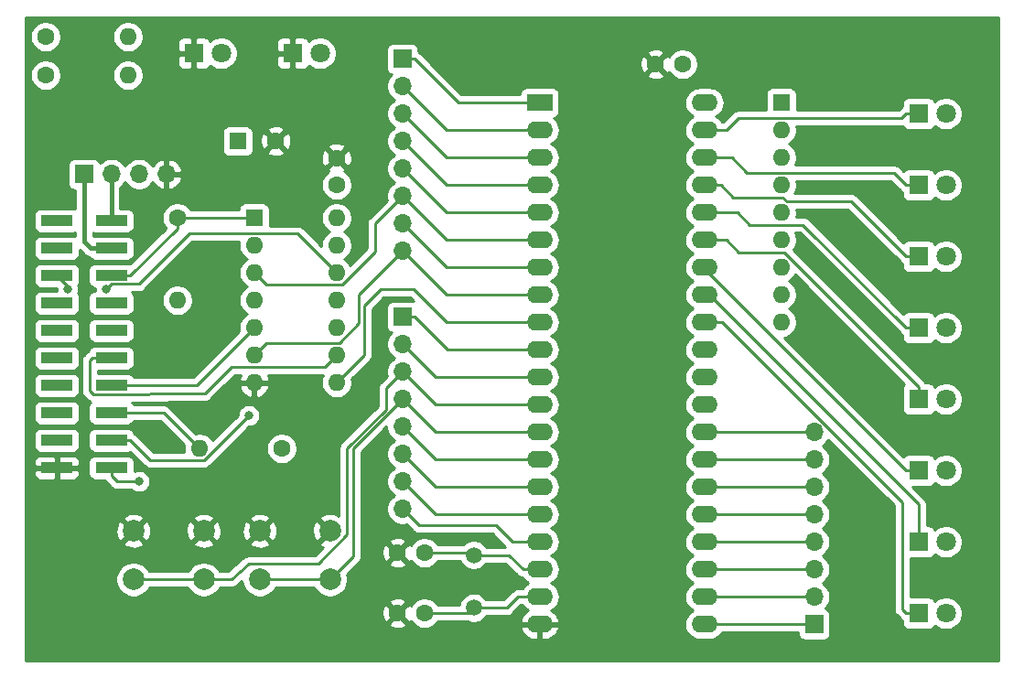
<source format=gbr>
G04 #@! TF.GenerationSoftware,KiCad,Pcbnew,(5.1.5)-3*
G04 #@! TF.CreationDate,2020-04-06T14:20:24-04:00*
G04 #@! TF.ProjectId,atusbprog,61747573-6270-4726-9f67-2e6b69636164,rev?*
G04 #@! TF.SameCoordinates,Original*
G04 #@! TF.FileFunction,Copper,L1,Top*
G04 #@! TF.FilePolarity,Positive*
%FSLAX46Y46*%
G04 Gerber Fmt 4.6, Leading zero omitted, Abs format (unit mm)*
G04 Created by KiCad (PCBNEW (5.1.5)-3) date 2020-04-06 14:20:24*
%MOMM*%
%LPD*%
G04 APERTURE LIST*
%ADD10C,1.600000*%
%ADD11O,1.600000X1.600000*%
%ADD12R,1.800000X1.800000*%
%ADD13C,1.800000*%
%ADD14C,2.000000*%
%ADD15R,1.600000X1.600000*%
%ADD16C,1.500000*%
%ADD17O,2.400000X1.600000*%
%ADD18R,2.400000X1.600000*%
%ADD19O,1.700000X1.700000*%
%ADD20R,1.700000X1.700000*%
%ADD21R,3.000000X1.000000*%
%ADD22C,0.800000*%
%ADD23C,0.250000*%
%ADD24C,0.406400*%
%ADD25C,0.254000*%
G04 APERTURE END LIST*
D10*
X107188000Y-68580000D03*
D11*
X114808000Y-68580000D03*
D10*
X107188000Y-72136000D03*
D11*
X114808000Y-72136000D03*
D12*
X130048000Y-70104000D03*
D13*
X132588000Y-70104000D03*
D12*
X120904000Y-70104000D03*
D13*
X123444000Y-70104000D03*
D14*
X127000000Y-118800000D03*
X127000000Y-114300000D03*
X133500000Y-118800000D03*
X133500000Y-114300000D03*
X121816000Y-114300000D03*
X121816000Y-118800000D03*
X115316000Y-114300000D03*
X115316000Y-118800000D03*
D10*
X128468000Y-78232000D03*
D15*
X124968000Y-78232000D03*
D10*
X134112000Y-82296000D03*
X134112000Y-79796000D03*
X139740000Y-116332000D03*
X142240000Y-116332000D03*
X142240000Y-121920000D03*
X139740000Y-121920000D03*
X163616000Y-71120000D03*
X166116000Y-71120000D03*
D16*
X146812000Y-116532000D03*
X146812000Y-121412000D03*
D11*
X134112000Y-85344000D03*
X126492000Y-100584000D03*
X134112000Y-87884000D03*
X126492000Y-98044000D03*
X134112000Y-90424000D03*
X126492000Y-95504000D03*
X134112000Y-92964000D03*
X126492000Y-92964000D03*
X134112000Y-95504000D03*
X126492000Y-90424000D03*
X134112000Y-98044000D03*
X126492000Y-87884000D03*
X134112000Y-100584000D03*
D15*
X126492000Y-85344000D03*
D17*
X168148000Y-74676000D03*
X152908000Y-122936000D03*
X168148000Y-77216000D03*
X152908000Y-120396000D03*
X168148000Y-79756000D03*
X152908000Y-117856000D03*
X168148000Y-82296000D03*
X152908000Y-115316000D03*
X168148000Y-84836000D03*
X152908000Y-112776000D03*
X168148000Y-87376000D03*
X152908000Y-110236000D03*
X168148000Y-89916000D03*
X152908000Y-107696000D03*
X168148000Y-92456000D03*
X152908000Y-105156000D03*
X168148000Y-94996000D03*
X152908000Y-102616000D03*
X168148000Y-97536000D03*
X152908000Y-100076000D03*
X168148000Y-100076000D03*
X152908000Y-97536000D03*
X168148000Y-102616000D03*
X152908000Y-94996000D03*
X168148000Y-105156000D03*
X152908000Y-92456000D03*
X168148000Y-107696000D03*
X152908000Y-89916000D03*
X168148000Y-110236000D03*
X152908000Y-87376000D03*
X168148000Y-112776000D03*
X152908000Y-84836000D03*
X168148000Y-115316000D03*
X152908000Y-82296000D03*
X168148000Y-117856000D03*
X152908000Y-79756000D03*
X168148000Y-120396000D03*
X152908000Y-77216000D03*
X168148000Y-122936000D03*
D18*
X152908000Y-74676000D03*
D12*
X187960000Y-88900000D03*
D13*
X190500000Y-88900000D03*
X190500000Y-75692000D03*
D12*
X187960000Y-75692000D03*
X187960000Y-82296000D03*
D13*
X190500000Y-82296000D03*
X190500000Y-95504000D03*
D12*
X187960000Y-95504000D03*
X187960000Y-108712000D03*
D13*
X190500000Y-108712000D03*
X190500000Y-121920000D03*
D12*
X187960000Y-121920000D03*
X187960000Y-102108000D03*
D13*
X190500000Y-102108000D03*
X190500000Y-115316000D03*
D12*
X187960000Y-115316000D03*
D19*
X118364000Y-81280000D03*
X115824000Y-81280000D03*
X113284000Y-81280000D03*
D20*
X110744000Y-81280000D03*
D19*
X140208000Y-88392000D03*
X140208000Y-85852000D03*
X140208000Y-83312000D03*
X140208000Y-80772000D03*
X140208000Y-78232000D03*
X140208000Y-75692000D03*
X140208000Y-73152000D03*
D20*
X140208000Y-70612000D03*
X140208000Y-94488000D03*
D19*
X140208000Y-97028000D03*
X140208000Y-99568000D03*
X140208000Y-102108000D03*
X140208000Y-104648000D03*
X140208000Y-107188000D03*
X140208000Y-109728000D03*
X140208000Y-112268000D03*
X178308000Y-105156000D03*
X178308000Y-107696000D03*
X178308000Y-110236000D03*
X178308000Y-112776000D03*
X178308000Y-115316000D03*
X178308000Y-117856000D03*
X178308000Y-120396000D03*
D20*
X178308000Y-122936000D03*
D11*
X175260000Y-94996000D03*
X175260000Y-92456000D03*
X175260000Y-89916000D03*
X175260000Y-87376000D03*
X175260000Y-84836000D03*
X175260000Y-82296000D03*
X175260000Y-79756000D03*
X175260000Y-77216000D03*
D15*
X175260000Y-74676000D03*
D10*
X129032000Y-106680000D03*
D11*
X121412000Y-106680000D03*
X119380000Y-92964000D03*
D10*
X119380000Y-85344000D03*
D21*
X113264000Y-85598000D03*
X108224000Y-85598000D03*
X113264000Y-88138000D03*
X108224000Y-88138000D03*
X113264000Y-90678000D03*
X108224000Y-90678000D03*
X113264000Y-93218000D03*
X108224000Y-93218000D03*
X113264000Y-95758000D03*
X108224000Y-95758000D03*
X113264000Y-98298000D03*
X108224000Y-98298000D03*
X113264000Y-100838000D03*
X108224000Y-100838000D03*
X113264000Y-103378000D03*
X108224000Y-103378000D03*
X113264000Y-105918000D03*
X108224000Y-105918000D03*
X113264000Y-108458000D03*
X108224000Y-108458000D03*
D22*
X112776000Y-91948000D03*
X109220000Y-91948000D03*
X125984000Y-103632000D03*
X115824000Y-109728000D03*
D23*
X113284000Y-85578000D02*
X113264000Y-85598000D01*
D24*
X113264000Y-81300000D02*
X113284000Y-81280000D01*
X113264000Y-85598000D02*
X113264000Y-81300000D01*
D23*
X113518000Y-87884000D02*
X113264000Y-88138000D01*
D24*
X111357600Y-88138000D02*
X113264000Y-88138000D01*
X110744000Y-87524400D02*
X111357600Y-88138000D01*
X110744000Y-81280000D02*
X110744000Y-87524400D01*
D23*
X119380000Y-86312000D02*
X119380000Y-85344000D01*
X115014000Y-90678000D02*
X119380000Y-86312000D01*
X113264000Y-90678000D02*
X115014000Y-90678000D01*
X119380000Y-85344000D02*
X126492000Y-85344000D01*
X120457401Y-86806599D02*
X115808599Y-91455401D01*
X130494599Y-86806599D02*
X120457401Y-86806599D01*
X134112000Y-90424000D02*
X130494599Y-86806599D01*
X115808599Y-91455401D02*
X113268599Y-91455401D01*
X113268599Y-91455401D02*
X112776000Y-91948000D01*
X109220000Y-91674000D02*
X108224000Y-90678000D01*
X109220000Y-91948000D02*
X109220000Y-91674000D01*
X111514000Y-98298000D02*
X111252000Y-98560000D01*
X113264000Y-98298000D02*
X111514000Y-98298000D01*
X111252000Y-101325322D02*
X111588079Y-101661401D01*
X111252000Y-98560000D02*
X111252000Y-101325322D01*
X124398599Y-99121401D02*
X121920000Y-101600000D01*
X133034599Y-99121401D02*
X124398599Y-99121401D01*
X134112000Y-98044000D02*
X133034599Y-99121401D01*
X111588079Y-101661401D02*
X121920000Y-101600000D01*
X121158000Y-100838000D02*
X126492000Y-95504000D01*
X113264000Y-100838000D02*
X121158000Y-100838000D01*
X118110000Y-103378000D02*
X121412000Y-106680000D01*
X113264000Y-103378000D02*
X118110000Y-103378000D01*
X121858599Y-107757401D02*
X125984000Y-103632000D01*
X116853401Y-107757401D02*
X121858599Y-107757401D01*
X113264000Y-105918000D02*
X115014000Y-105918000D01*
X115014000Y-105918000D02*
X116853401Y-107757401D01*
X140208000Y-85852000D02*
X144272000Y-89916000D01*
X144272000Y-89916000D02*
X152908000Y-89916000D01*
X178308000Y-105156000D02*
X168148000Y-105156000D01*
X168148000Y-107696000D02*
X178308000Y-107696000D01*
X178308000Y-110236000D02*
X168148000Y-110236000D01*
X169598000Y-112776000D02*
X178308000Y-112776000D01*
X168148000Y-112776000D02*
X169598000Y-112776000D01*
X169598000Y-115316000D02*
X178308000Y-115316000D01*
X168148000Y-115316000D02*
X169598000Y-115316000D01*
X178308000Y-117856000D02*
X168148000Y-117856000D01*
X169598000Y-120396000D02*
X178308000Y-120396000D01*
X168148000Y-120396000D02*
X169598000Y-120396000D01*
X177208000Y-122936000D02*
X168148000Y-122936000D01*
X178308000Y-122936000D02*
X177208000Y-122936000D01*
X141308000Y-94488000D02*
X144356000Y-97536000D01*
X140208000Y-94488000D02*
X141308000Y-94488000D01*
X144356000Y-97536000D02*
X152908000Y-97536000D01*
X143256000Y-100076000D02*
X152908000Y-100076000D01*
X140208000Y-97028000D02*
X143256000Y-100076000D01*
X116730213Y-118800000D02*
X121816000Y-118800000D01*
X115316000Y-118800000D02*
X116730213Y-118800000D01*
X140208000Y-99568000D02*
X143256000Y-102616000D01*
X143256000Y-102616000D02*
X152908000Y-102616000D01*
X125984000Y-117348000D02*
X124390554Y-118800000D01*
X132403646Y-117348000D02*
X125984000Y-117348000D01*
X123230213Y-118800000D02*
X121816000Y-118800000D01*
X138684000Y-101092000D02*
X138684000Y-103062908D01*
X124390554Y-118800000D02*
X123230213Y-118800000D01*
X140208000Y-99568000D02*
X138684000Y-101092000D01*
X138684000Y-103062908D02*
X135097454Y-106649454D01*
X135097454Y-114654192D02*
X132403646Y-117348000D01*
X135097454Y-106649454D02*
X135097454Y-114654192D01*
X127000000Y-118800000D02*
X133500000Y-118800000D01*
X140208000Y-102108000D02*
X143256000Y-105156000D01*
X143256000Y-105156000D02*
X152908000Y-105156000D01*
X135636000Y-116664000D02*
X133500000Y-118800000D01*
X135636000Y-106680000D02*
X135636000Y-116664000D01*
X140208000Y-102108000D02*
X135636000Y-106680000D01*
X143256000Y-107696000D02*
X152908000Y-107696000D01*
X140208000Y-104648000D02*
X143256000Y-107696000D01*
X143256000Y-110236000D02*
X152908000Y-110236000D01*
X140208000Y-107188000D02*
X143256000Y-110236000D01*
X143256000Y-112776000D02*
X152908000Y-112776000D01*
X140208000Y-109728000D02*
X143256000Y-112776000D01*
X140208000Y-112268000D02*
X141732000Y-113792000D01*
X141732000Y-113792000D02*
X148844000Y-113792000D01*
X150368000Y-115316000D02*
X152908000Y-115316000D01*
X148844000Y-113792000D02*
X150368000Y-115316000D01*
X144272000Y-92456000D02*
X152908000Y-92456000D01*
X140208000Y-88392000D02*
X144272000Y-92456000D01*
X136201990Y-92398010D02*
X139358001Y-89241999D01*
X136201990Y-95079012D02*
X136201990Y-92398010D01*
X139358001Y-89241999D02*
X140208000Y-88392000D01*
X134362003Y-96918999D02*
X136201990Y-95079012D01*
X127617001Y-96918999D02*
X134362003Y-96918999D01*
X126492000Y-98044000D02*
X127617001Y-96918999D01*
X140208000Y-83312000D02*
X144272000Y-87376000D01*
X144272000Y-87376000D02*
X152908000Y-87376000D01*
X134629153Y-91501401D02*
X137668000Y-88462554D01*
X126492000Y-90424000D02*
X127569401Y-91501401D01*
X127569401Y-91501401D02*
X134629153Y-91501401D01*
X137668000Y-85852000D02*
X140208000Y-83312000D01*
X137668000Y-88462554D02*
X137668000Y-85852000D01*
X140208000Y-80772000D02*
X144272000Y-84836000D01*
X144272000Y-84836000D02*
X152908000Y-84836000D01*
X140208000Y-78232000D02*
X144272000Y-82296000D01*
X144272000Y-82296000D02*
X152908000Y-82296000D01*
X140208000Y-75692000D02*
X144272000Y-79756000D01*
X144272000Y-79756000D02*
X152908000Y-79756000D01*
X140208000Y-73152000D02*
X144272000Y-77216000D01*
X144272000Y-77216000D02*
X152908000Y-77216000D01*
X145372000Y-74676000D02*
X152908000Y-74676000D01*
X140208000Y-70612000D02*
X141308000Y-70612000D01*
X141308000Y-70612000D02*
X145372000Y-74676000D01*
X187960000Y-114166000D02*
X187960000Y-115316000D01*
X187960000Y-111868000D02*
X187960000Y-114166000D01*
X168548000Y-92456000D02*
X187960000Y-111868000D01*
X168148000Y-92456000D02*
X168548000Y-92456000D01*
X168148000Y-87376000D02*
X168548000Y-87376000D01*
X175503001Y-88501001D02*
X171305001Y-88501001D01*
X187960000Y-102108000D02*
X187960000Y-100958000D01*
X187960000Y-100958000D02*
X175503001Y-88501001D01*
X170180000Y-87376000D02*
X168148000Y-87376000D01*
X171305001Y-88501001D02*
X170180000Y-87376000D01*
X186810000Y-121920000D02*
X187960000Y-121920000D01*
X186436000Y-121546000D02*
X186810000Y-121920000D01*
X186436000Y-111615446D02*
X186436000Y-121546000D01*
X169816554Y-94996000D02*
X186436000Y-111615446D01*
X168148000Y-94996000D02*
X169816554Y-94996000D01*
X168148000Y-90050000D02*
X168148000Y-89916000D01*
X186810000Y-108712000D02*
X168148000Y-90050000D01*
X187960000Y-108712000D02*
X186810000Y-108712000D01*
X172321001Y-85961001D02*
X171196000Y-84836000D01*
X177267001Y-85961001D02*
X172321001Y-85961001D01*
X187960000Y-95504000D02*
X186810000Y-95504000D01*
X171196000Y-84836000D02*
X168148000Y-84836000D01*
X186810000Y-95504000D02*
X177267001Y-85961001D01*
X185684999Y-81170999D02*
X172102999Y-81170999D01*
X187960000Y-82296000D02*
X186810000Y-82296000D01*
X186810000Y-82296000D02*
X185684999Y-81170999D01*
X170688000Y-79756000D02*
X168148000Y-79756000D01*
X172102999Y-81170999D02*
X170688000Y-79756000D01*
X170180000Y-77216000D02*
X168148000Y-77216000D01*
X171305001Y-76090999D02*
X170180000Y-77216000D01*
X186411001Y-76090999D02*
X171305001Y-76090999D01*
X187960000Y-75692000D02*
X186810000Y-75692000D01*
X186810000Y-75692000D02*
X186411001Y-76090999D01*
X186810000Y-88900000D02*
X181730000Y-83820000D01*
X187960000Y-88900000D02*
X186810000Y-88900000D01*
X175369001Y-83421001D02*
X170797001Y-83421001D01*
X181730000Y-83820000D02*
X175768000Y-83820000D01*
X175768000Y-83820000D02*
X175369001Y-83421001D01*
X169672000Y-82296000D02*
X168148000Y-82296000D01*
X170797001Y-83421001D02*
X169672000Y-82296000D01*
X146812000Y-121412000D02*
X149860000Y-121412000D01*
X150876000Y-120396000D02*
X152908000Y-120396000D01*
X149860000Y-121412000D02*
X150876000Y-120396000D01*
X146304000Y-121920000D02*
X146812000Y-121412000D01*
X142240000Y-121920000D02*
X146304000Y-121920000D01*
X146612000Y-116332000D02*
X146812000Y-116532000D01*
X142240000Y-116332000D02*
X146612000Y-116332000D01*
X146812000Y-116532000D02*
X150060000Y-116532000D01*
X151384000Y-117856000D02*
X152908000Y-117856000D01*
X150060000Y-116532000D02*
X151384000Y-117856000D01*
X136652000Y-98044000D02*
X134112000Y-100584000D01*
X144272000Y-94996000D02*
X141224000Y-91948000D01*
X152908000Y-94996000D02*
X144272000Y-94996000D01*
X141224000Y-91948000D02*
X138176000Y-91948000D01*
X138176000Y-91948000D02*
X136652000Y-93472000D01*
X136652000Y-93472000D02*
X136652000Y-98044000D01*
X113264000Y-109208000D02*
X113264000Y-108458000D01*
X113784000Y-109728000D02*
X113264000Y-109208000D01*
X115824000Y-109728000D02*
X113784000Y-109728000D01*
D25*
G36*
X195378001Y-126290000D02*
G01*
X105358000Y-126290000D01*
X105358000Y-122912702D01*
X138926903Y-122912702D01*
X138998486Y-123156671D01*
X139253996Y-123277571D01*
X139528184Y-123346300D01*
X139810512Y-123360217D01*
X140090130Y-123318787D01*
X140356292Y-123223603D01*
X140481514Y-123156671D01*
X140553097Y-122912702D01*
X139740000Y-122099605D01*
X138926903Y-122912702D01*
X105358000Y-122912702D01*
X105358000Y-121990512D01*
X138299783Y-121990512D01*
X138341213Y-122270130D01*
X138436397Y-122536292D01*
X138503329Y-122661514D01*
X138747298Y-122733097D01*
X139560395Y-121920000D01*
X138747298Y-121106903D01*
X138503329Y-121178486D01*
X138382429Y-121433996D01*
X138313700Y-121708184D01*
X138299783Y-121990512D01*
X105358000Y-121990512D01*
X105358000Y-120927298D01*
X138926903Y-120927298D01*
X139740000Y-121740395D01*
X140553097Y-120927298D01*
X140481514Y-120683329D01*
X140226004Y-120562429D01*
X139951816Y-120493700D01*
X139669488Y-120479783D01*
X139389870Y-120521213D01*
X139123708Y-120616397D01*
X138998486Y-120683329D01*
X138926903Y-120927298D01*
X105358000Y-120927298D01*
X105358000Y-115435413D01*
X114360192Y-115435413D01*
X114455956Y-115699814D01*
X114745571Y-115840704D01*
X115057108Y-115922384D01*
X115378595Y-115941718D01*
X115697675Y-115897961D01*
X116002088Y-115792795D01*
X116176044Y-115699814D01*
X116271808Y-115435413D01*
X120860192Y-115435413D01*
X120955956Y-115699814D01*
X121245571Y-115840704D01*
X121557108Y-115922384D01*
X121878595Y-115941718D01*
X122197675Y-115897961D01*
X122502088Y-115792795D01*
X122676044Y-115699814D01*
X122771808Y-115435413D01*
X126044192Y-115435413D01*
X126139956Y-115699814D01*
X126429571Y-115840704D01*
X126741108Y-115922384D01*
X127062595Y-115941718D01*
X127381675Y-115897961D01*
X127686088Y-115792795D01*
X127860044Y-115699814D01*
X127955808Y-115435413D01*
X127000000Y-114479605D01*
X126044192Y-115435413D01*
X122771808Y-115435413D01*
X121816000Y-114479605D01*
X120860192Y-115435413D01*
X116271808Y-115435413D01*
X115316000Y-114479605D01*
X114360192Y-115435413D01*
X105358000Y-115435413D01*
X105358000Y-114362595D01*
X113674282Y-114362595D01*
X113718039Y-114681675D01*
X113823205Y-114986088D01*
X113916186Y-115160044D01*
X114180587Y-115255808D01*
X115136395Y-114300000D01*
X115495605Y-114300000D01*
X116451413Y-115255808D01*
X116715814Y-115160044D01*
X116856704Y-114870429D01*
X116938384Y-114558892D01*
X116950189Y-114362595D01*
X120174282Y-114362595D01*
X120218039Y-114681675D01*
X120323205Y-114986088D01*
X120416186Y-115160044D01*
X120680587Y-115255808D01*
X121636395Y-114300000D01*
X121995605Y-114300000D01*
X122951413Y-115255808D01*
X123215814Y-115160044D01*
X123356704Y-114870429D01*
X123438384Y-114558892D01*
X123450189Y-114362595D01*
X125358282Y-114362595D01*
X125402039Y-114681675D01*
X125507205Y-114986088D01*
X125600186Y-115160044D01*
X125864587Y-115255808D01*
X126820395Y-114300000D01*
X127179605Y-114300000D01*
X128135413Y-115255808D01*
X128399814Y-115160044D01*
X128540704Y-114870429D01*
X128622384Y-114558892D01*
X128634189Y-114362595D01*
X131858282Y-114362595D01*
X131902039Y-114681675D01*
X132007205Y-114986088D01*
X132100186Y-115160044D01*
X132364587Y-115255808D01*
X133320395Y-114300000D01*
X132364587Y-113344192D01*
X132100186Y-113439956D01*
X131959296Y-113729571D01*
X131877616Y-114041108D01*
X131858282Y-114362595D01*
X128634189Y-114362595D01*
X128641718Y-114237405D01*
X128597961Y-113918325D01*
X128492795Y-113613912D01*
X128399814Y-113439956D01*
X128135413Y-113344192D01*
X127179605Y-114300000D01*
X126820395Y-114300000D01*
X125864587Y-113344192D01*
X125600186Y-113439956D01*
X125459296Y-113729571D01*
X125377616Y-114041108D01*
X125358282Y-114362595D01*
X123450189Y-114362595D01*
X123457718Y-114237405D01*
X123413961Y-113918325D01*
X123308795Y-113613912D01*
X123215814Y-113439956D01*
X122951413Y-113344192D01*
X121995605Y-114300000D01*
X121636395Y-114300000D01*
X120680587Y-113344192D01*
X120416186Y-113439956D01*
X120275296Y-113729571D01*
X120193616Y-114041108D01*
X120174282Y-114362595D01*
X116950189Y-114362595D01*
X116957718Y-114237405D01*
X116913961Y-113918325D01*
X116808795Y-113613912D01*
X116715814Y-113439956D01*
X116451413Y-113344192D01*
X115495605Y-114300000D01*
X115136395Y-114300000D01*
X114180587Y-113344192D01*
X113916186Y-113439956D01*
X113775296Y-113729571D01*
X113693616Y-114041108D01*
X113674282Y-114362595D01*
X105358000Y-114362595D01*
X105358000Y-113164587D01*
X114360192Y-113164587D01*
X115316000Y-114120395D01*
X116271808Y-113164587D01*
X120860192Y-113164587D01*
X121816000Y-114120395D01*
X122771808Y-113164587D01*
X126044192Y-113164587D01*
X127000000Y-114120395D01*
X127955808Y-113164587D01*
X127860044Y-112900186D01*
X127570429Y-112759296D01*
X127258892Y-112677616D01*
X126937405Y-112658282D01*
X126618325Y-112702039D01*
X126313912Y-112807205D01*
X126139956Y-112900186D01*
X126044192Y-113164587D01*
X122771808Y-113164587D01*
X122676044Y-112900186D01*
X122386429Y-112759296D01*
X122074892Y-112677616D01*
X121753405Y-112658282D01*
X121434325Y-112702039D01*
X121129912Y-112807205D01*
X120955956Y-112900186D01*
X120860192Y-113164587D01*
X116271808Y-113164587D01*
X116176044Y-112900186D01*
X115886429Y-112759296D01*
X115574892Y-112677616D01*
X115253405Y-112658282D01*
X114934325Y-112702039D01*
X114629912Y-112807205D01*
X114455956Y-112900186D01*
X114360192Y-113164587D01*
X105358000Y-113164587D01*
X105358000Y-108958000D01*
X106085928Y-108958000D01*
X106098188Y-109082482D01*
X106134498Y-109202180D01*
X106193463Y-109312494D01*
X106272815Y-109409185D01*
X106369506Y-109488537D01*
X106479820Y-109547502D01*
X106599518Y-109583812D01*
X106724000Y-109596072D01*
X107938250Y-109593000D01*
X108097000Y-109434250D01*
X108097000Y-108585000D01*
X108351000Y-108585000D01*
X108351000Y-109434250D01*
X108509750Y-109593000D01*
X109724000Y-109596072D01*
X109848482Y-109583812D01*
X109968180Y-109547502D01*
X110078494Y-109488537D01*
X110175185Y-109409185D01*
X110254537Y-109312494D01*
X110313502Y-109202180D01*
X110349812Y-109082482D01*
X110362072Y-108958000D01*
X110359000Y-108743750D01*
X110200250Y-108585000D01*
X108351000Y-108585000D01*
X108097000Y-108585000D01*
X106247750Y-108585000D01*
X106089000Y-108743750D01*
X106085928Y-108958000D01*
X105358000Y-108958000D01*
X105358000Y-107958000D01*
X106085928Y-107958000D01*
X106089000Y-108172250D01*
X106247750Y-108331000D01*
X108097000Y-108331000D01*
X108097000Y-107481750D01*
X108351000Y-107481750D01*
X108351000Y-108331000D01*
X110200250Y-108331000D01*
X110359000Y-108172250D01*
X110362072Y-107958000D01*
X111125928Y-107958000D01*
X111125928Y-108958000D01*
X111138188Y-109082482D01*
X111174498Y-109202180D01*
X111233463Y-109312494D01*
X111312815Y-109409185D01*
X111409506Y-109488537D01*
X111519820Y-109547502D01*
X111639518Y-109583812D01*
X111764000Y-109596072D01*
X112609674Y-109596072D01*
X112629026Y-109632276D01*
X112668871Y-109680826D01*
X112723999Y-109748001D01*
X112753002Y-109771803D01*
X113220200Y-110239002D01*
X113243999Y-110268001D01*
X113272997Y-110291799D01*
X113359723Y-110362974D01*
X113487759Y-110431411D01*
X113491753Y-110433546D01*
X113635014Y-110477003D01*
X113746667Y-110488000D01*
X113746676Y-110488000D01*
X113783999Y-110491676D01*
X113821322Y-110488000D01*
X115120289Y-110488000D01*
X115164226Y-110531937D01*
X115333744Y-110645205D01*
X115522102Y-110723226D01*
X115722061Y-110763000D01*
X115925939Y-110763000D01*
X116125898Y-110723226D01*
X116314256Y-110645205D01*
X116483774Y-110531937D01*
X116627937Y-110387774D01*
X116741205Y-110218256D01*
X116819226Y-110029898D01*
X116859000Y-109829939D01*
X116859000Y-109626061D01*
X116819226Y-109426102D01*
X116741205Y-109237744D01*
X116627937Y-109068226D01*
X116483774Y-108924063D01*
X116314256Y-108810795D01*
X116125898Y-108732774D01*
X115925939Y-108693000D01*
X115722061Y-108693000D01*
X115522102Y-108732774D01*
X115402072Y-108782492D01*
X115402072Y-107958000D01*
X115389812Y-107833518D01*
X115353502Y-107713820D01*
X115294537Y-107603506D01*
X115215185Y-107506815D01*
X115118494Y-107427463D01*
X115008180Y-107368498D01*
X114888482Y-107332188D01*
X114764000Y-107319928D01*
X111764000Y-107319928D01*
X111639518Y-107332188D01*
X111519820Y-107368498D01*
X111409506Y-107427463D01*
X111312815Y-107506815D01*
X111233463Y-107603506D01*
X111174498Y-107713820D01*
X111138188Y-107833518D01*
X111125928Y-107958000D01*
X110362072Y-107958000D01*
X110349812Y-107833518D01*
X110313502Y-107713820D01*
X110254537Y-107603506D01*
X110175185Y-107506815D01*
X110078494Y-107427463D01*
X109968180Y-107368498D01*
X109848482Y-107332188D01*
X109724000Y-107319928D01*
X108509750Y-107323000D01*
X108351000Y-107481750D01*
X108097000Y-107481750D01*
X107938250Y-107323000D01*
X106724000Y-107319928D01*
X106599518Y-107332188D01*
X106479820Y-107368498D01*
X106369506Y-107427463D01*
X106272815Y-107506815D01*
X106193463Y-107603506D01*
X106134498Y-107713820D01*
X106098188Y-107833518D01*
X106085928Y-107958000D01*
X105358000Y-107958000D01*
X105358000Y-105418000D01*
X106085928Y-105418000D01*
X106085928Y-106418000D01*
X106098188Y-106542482D01*
X106134498Y-106662180D01*
X106193463Y-106772494D01*
X106272815Y-106869185D01*
X106369506Y-106948537D01*
X106479820Y-107007502D01*
X106599518Y-107043812D01*
X106724000Y-107056072D01*
X109724000Y-107056072D01*
X109848482Y-107043812D01*
X109968180Y-107007502D01*
X110078494Y-106948537D01*
X110175185Y-106869185D01*
X110254537Y-106772494D01*
X110313502Y-106662180D01*
X110349812Y-106542482D01*
X110362072Y-106418000D01*
X110362072Y-105418000D01*
X110349812Y-105293518D01*
X110313502Y-105173820D01*
X110254537Y-105063506D01*
X110175185Y-104966815D01*
X110078494Y-104887463D01*
X109968180Y-104828498D01*
X109848482Y-104792188D01*
X109724000Y-104779928D01*
X106724000Y-104779928D01*
X106599518Y-104792188D01*
X106479820Y-104828498D01*
X106369506Y-104887463D01*
X106272815Y-104966815D01*
X106193463Y-105063506D01*
X106134498Y-105173820D01*
X106098188Y-105293518D01*
X106085928Y-105418000D01*
X105358000Y-105418000D01*
X105358000Y-102878000D01*
X106085928Y-102878000D01*
X106085928Y-103878000D01*
X106098188Y-104002482D01*
X106134498Y-104122180D01*
X106193463Y-104232494D01*
X106272815Y-104329185D01*
X106369506Y-104408537D01*
X106479820Y-104467502D01*
X106599518Y-104503812D01*
X106724000Y-104516072D01*
X109724000Y-104516072D01*
X109848482Y-104503812D01*
X109968180Y-104467502D01*
X110078494Y-104408537D01*
X110175185Y-104329185D01*
X110254537Y-104232494D01*
X110313502Y-104122180D01*
X110349812Y-104002482D01*
X110362072Y-103878000D01*
X110362072Y-102878000D01*
X110349812Y-102753518D01*
X110313502Y-102633820D01*
X110254537Y-102523506D01*
X110175185Y-102426815D01*
X110078494Y-102347463D01*
X109968180Y-102288498D01*
X109848482Y-102252188D01*
X109724000Y-102239928D01*
X106724000Y-102239928D01*
X106599518Y-102252188D01*
X106479820Y-102288498D01*
X106369506Y-102347463D01*
X106272815Y-102426815D01*
X106193463Y-102523506D01*
X106134498Y-102633820D01*
X106098188Y-102753518D01*
X106085928Y-102878000D01*
X105358000Y-102878000D01*
X105358000Y-100338000D01*
X106085928Y-100338000D01*
X106085928Y-101338000D01*
X106098188Y-101462482D01*
X106134498Y-101582180D01*
X106193463Y-101692494D01*
X106272815Y-101789185D01*
X106369506Y-101868537D01*
X106479820Y-101927502D01*
X106599518Y-101963812D01*
X106724000Y-101976072D01*
X109724000Y-101976072D01*
X109848482Y-101963812D01*
X109968180Y-101927502D01*
X110078494Y-101868537D01*
X110175185Y-101789185D01*
X110254537Y-101692494D01*
X110313502Y-101582180D01*
X110349812Y-101462482D01*
X110362072Y-101338000D01*
X110362072Y-100338000D01*
X110349812Y-100213518D01*
X110313502Y-100093820D01*
X110254537Y-99983506D01*
X110175185Y-99886815D01*
X110078494Y-99807463D01*
X109968180Y-99748498D01*
X109848482Y-99712188D01*
X109724000Y-99699928D01*
X106724000Y-99699928D01*
X106599518Y-99712188D01*
X106479820Y-99748498D01*
X106369506Y-99807463D01*
X106272815Y-99886815D01*
X106193463Y-99983506D01*
X106134498Y-100093820D01*
X106098188Y-100213518D01*
X106085928Y-100338000D01*
X105358000Y-100338000D01*
X105358000Y-97798000D01*
X106085928Y-97798000D01*
X106085928Y-98798000D01*
X106098188Y-98922482D01*
X106134498Y-99042180D01*
X106193463Y-99152494D01*
X106272815Y-99249185D01*
X106369506Y-99328537D01*
X106479820Y-99387502D01*
X106599518Y-99423812D01*
X106724000Y-99436072D01*
X109724000Y-99436072D01*
X109848482Y-99423812D01*
X109968180Y-99387502D01*
X110078494Y-99328537D01*
X110175185Y-99249185D01*
X110254537Y-99152494D01*
X110313502Y-99042180D01*
X110349812Y-98922482D01*
X110362072Y-98798000D01*
X110362072Y-98560000D01*
X110488324Y-98560000D01*
X110492000Y-98597323D01*
X110492001Y-101287990D01*
X110488324Y-101325322D01*
X110492001Y-101362655D01*
X110493799Y-101380905D01*
X110502998Y-101474307D01*
X110546454Y-101617568D01*
X110617026Y-101749598D01*
X110688201Y-101836324D01*
X110712000Y-101865323D01*
X110740997Y-101889121D01*
X111025885Y-102174009D01*
X111051297Y-102204601D01*
X111107671Y-102250308D01*
X111163803Y-102296374D01*
X111165810Y-102297447D01*
X111167584Y-102298885D01*
X111231875Y-102332760D01*
X111295832Y-102366946D01*
X111298012Y-102367607D01*
X111300031Y-102368671D01*
X111361448Y-102386903D01*
X111312815Y-102426815D01*
X111233463Y-102523506D01*
X111174498Y-102633820D01*
X111138188Y-102753518D01*
X111125928Y-102878000D01*
X111125928Y-103878000D01*
X111138188Y-104002482D01*
X111174498Y-104122180D01*
X111233463Y-104232494D01*
X111312815Y-104329185D01*
X111409506Y-104408537D01*
X111519820Y-104467502D01*
X111639518Y-104503812D01*
X111764000Y-104516072D01*
X114764000Y-104516072D01*
X114888482Y-104503812D01*
X115008180Y-104467502D01*
X115118494Y-104408537D01*
X115215185Y-104329185D01*
X115294537Y-104232494D01*
X115345046Y-104138000D01*
X117795199Y-104138000D01*
X120013312Y-106356114D01*
X119977000Y-106538665D01*
X119977000Y-106821335D01*
X120012022Y-106997401D01*
X117168203Y-106997401D01*
X115577804Y-105407003D01*
X115554001Y-105377999D01*
X115438276Y-105283026D01*
X115376634Y-105250077D01*
X115353502Y-105173820D01*
X115294537Y-105063506D01*
X115215185Y-104966815D01*
X115118494Y-104887463D01*
X115008180Y-104828498D01*
X114888482Y-104792188D01*
X114764000Y-104779928D01*
X111764000Y-104779928D01*
X111639518Y-104792188D01*
X111519820Y-104828498D01*
X111409506Y-104887463D01*
X111312815Y-104966815D01*
X111233463Y-105063506D01*
X111174498Y-105173820D01*
X111138188Y-105293518D01*
X111125928Y-105418000D01*
X111125928Y-106418000D01*
X111138188Y-106542482D01*
X111174498Y-106662180D01*
X111233463Y-106772494D01*
X111312815Y-106869185D01*
X111409506Y-106948537D01*
X111519820Y-107007502D01*
X111639518Y-107043812D01*
X111764000Y-107056072D01*
X114764000Y-107056072D01*
X114888482Y-107043812D01*
X115008180Y-107007502D01*
X115021553Y-107000354D01*
X116289602Y-108268404D01*
X116313400Y-108297402D01*
X116429125Y-108392375D01*
X116561154Y-108462947D01*
X116704415Y-108506404D01*
X116816068Y-108517401D01*
X116816078Y-108517401D01*
X116853401Y-108521077D01*
X116890724Y-108517401D01*
X121821277Y-108517401D01*
X121858599Y-108521077D01*
X121895921Y-108517401D01*
X121895932Y-108517401D01*
X122007585Y-108506404D01*
X122150846Y-108462947D01*
X122282875Y-108392375D01*
X122398600Y-108297402D01*
X122422403Y-108268398D01*
X124152136Y-106538665D01*
X127597000Y-106538665D01*
X127597000Y-106821335D01*
X127652147Y-107098574D01*
X127760320Y-107359727D01*
X127917363Y-107594759D01*
X128117241Y-107794637D01*
X128352273Y-107951680D01*
X128613426Y-108059853D01*
X128890665Y-108115000D01*
X129173335Y-108115000D01*
X129450574Y-108059853D01*
X129711727Y-107951680D01*
X129946759Y-107794637D01*
X130146637Y-107594759D01*
X130303680Y-107359727D01*
X130411853Y-107098574D01*
X130467000Y-106821335D01*
X130467000Y-106538665D01*
X130411853Y-106261426D01*
X130303680Y-106000273D01*
X130146637Y-105765241D01*
X129946759Y-105565363D01*
X129711727Y-105408320D01*
X129450574Y-105300147D01*
X129173335Y-105245000D01*
X128890665Y-105245000D01*
X128613426Y-105300147D01*
X128352273Y-105408320D01*
X128117241Y-105565363D01*
X127917363Y-105765241D01*
X127760320Y-106000273D01*
X127652147Y-106261426D01*
X127597000Y-106538665D01*
X124152136Y-106538665D01*
X126023802Y-104667000D01*
X126085939Y-104667000D01*
X126285898Y-104627226D01*
X126474256Y-104549205D01*
X126643774Y-104435937D01*
X126787937Y-104291774D01*
X126901205Y-104122256D01*
X126979226Y-103933898D01*
X127019000Y-103733939D01*
X127019000Y-103530061D01*
X126979226Y-103330102D01*
X126901205Y-103141744D01*
X126787937Y-102972226D01*
X126643774Y-102828063D01*
X126474256Y-102714795D01*
X126285898Y-102636774D01*
X126085939Y-102597000D01*
X125882061Y-102597000D01*
X125682102Y-102636774D01*
X125493744Y-102714795D01*
X125324226Y-102828063D01*
X125180063Y-102972226D01*
X125066795Y-103141744D01*
X124988774Y-103330102D01*
X124949000Y-103530061D01*
X124949000Y-103592198D01*
X122626501Y-105914698D01*
X122526637Y-105765241D01*
X122326759Y-105565363D01*
X122091727Y-105408320D01*
X121830574Y-105300147D01*
X121553335Y-105245000D01*
X121270665Y-105245000D01*
X121088114Y-105281312D01*
X118673804Y-102867003D01*
X118650001Y-102837999D01*
X118534276Y-102743026D01*
X118402247Y-102672454D01*
X118258986Y-102628997D01*
X118147333Y-102618000D01*
X118147322Y-102618000D01*
X118110000Y-102614324D01*
X118072678Y-102618000D01*
X115345046Y-102618000D01*
X115294537Y-102523506D01*
X115215185Y-102426815D01*
X115182575Y-102400052D01*
X121884923Y-102360221D01*
X121920000Y-102363676D01*
X121959582Y-102359777D01*
X121961848Y-102359764D01*
X121996803Y-102356111D01*
X122068985Y-102349002D01*
X122071163Y-102348341D01*
X122073434Y-102348104D01*
X122142776Y-102326619D01*
X122212246Y-102305546D01*
X122214259Y-102304470D01*
X122216434Y-102303796D01*
X122280151Y-102269250D01*
X122344276Y-102234974D01*
X122346041Y-102233525D01*
X122348041Y-102232441D01*
X122403837Y-102186093D01*
X122431002Y-102163799D01*
X122432603Y-102162198D01*
X122463200Y-102136782D01*
X122485400Y-102109402D01*
X123661763Y-100933039D01*
X125100096Y-100933039D01*
X125140754Y-101067087D01*
X125260963Y-101321420D01*
X125428481Y-101547414D01*
X125636869Y-101736385D01*
X125878119Y-101881070D01*
X126142960Y-101975909D01*
X126365000Y-101854624D01*
X126365000Y-100711000D01*
X126619000Y-100711000D01*
X126619000Y-101854624D01*
X126841040Y-101975909D01*
X127105881Y-101881070D01*
X127347131Y-101736385D01*
X127555519Y-101547414D01*
X127723037Y-101321420D01*
X127843246Y-101067087D01*
X127883904Y-100933039D01*
X127761915Y-100711000D01*
X126619000Y-100711000D01*
X126365000Y-100711000D01*
X125222085Y-100711000D01*
X125100096Y-100933039D01*
X123661763Y-100933039D01*
X124713401Y-99881401D01*
X125244505Y-99881401D01*
X125140754Y-100100913D01*
X125100096Y-100234961D01*
X125222085Y-100457000D01*
X126365000Y-100457000D01*
X126365000Y-100437000D01*
X126619000Y-100437000D01*
X126619000Y-100457000D01*
X127761915Y-100457000D01*
X127883904Y-100234961D01*
X127843246Y-100100913D01*
X127739495Y-99881401D01*
X132855603Y-99881401D01*
X132840320Y-99904273D01*
X132732147Y-100165426D01*
X132677000Y-100442665D01*
X132677000Y-100725335D01*
X132732147Y-101002574D01*
X132840320Y-101263727D01*
X132997363Y-101498759D01*
X133197241Y-101698637D01*
X133432273Y-101855680D01*
X133693426Y-101963853D01*
X133970665Y-102019000D01*
X134253335Y-102019000D01*
X134530574Y-101963853D01*
X134791727Y-101855680D01*
X135026759Y-101698637D01*
X135226637Y-101498759D01*
X135383680Y-101263727D01*
X135491853Y-101002574D01*
X135547000Y-100725335D01*
X135547000Y-100442665D01*
X135510688Y-100260114D01*
X137163008Y-98607795D01*
X137192001Y-98584001D01*
X137215795Y-98555008D01*
X137215799Y-98555004D01*
X137286973Y-98468277D01*
X137286974Y-98468276D01*
X137357546Y-98336247D01*
X137401003Y-98192986D01*
X137412000Y-98081333D01*
X137412000Y-98081324D01*
X137415676Y-98044001D01*
X137412000Y-98006678D01*
X137412000Y-93786801D01*
X138490803Y-92708000D01*
X140909199Y-92708000D01*
X141226844Y-93025645D01*
X141182482Y-93012188D01*
X141058000Y-92999928D01*
X139358000Y-92999928D01*
X139233518Y-93012188D01*
X139113820Y-93048498D01*
X139003506Y-93107463D01*
X138906815Y-93186815D01*
X138827463Y-93283506D01*
X138768498Y-93393820D01*
X138732188Y-93513518D01*
X138719928Y-93638000D01*
X138719928Y-95338000D01*
X138732188Y-95462482D01*
X138768498Y-95582180D01*
X138827463Y-95692494D01*
X138906815Y-95789185D01*
X139003506Y-95868537D01*
X139113820Y-95927502D01*
X139186380Y-95949513D01*
X139054525Y-96081368D01*
X138892010Y-96324589D01*
X138780068Y-96594842D01*
X138723000Y-96881740D01*
X138723000Y-97174260D01*
X138780068Y-97461158D01*
X138892010Y-97731411D01*
X139054525Y-97974632D01*
X139261368Y-98181475D01*
X139435760Y-98298000D01*
X139261368Y-98414525D01*
X139054525Y-98621368D01*
X138892010Y-98864589D01*
X138780068Y-99134842D01*
X138723000Y-99421740D01*
X138723000Y-99714260D01*
X138766790Y-99934408D01*
X138173002Y-100528197D01*
X138143999Y-100551999D01*
X138119224Y-100582188D01*
X138049026Y-100667724D01*
X137986169Y-100785321D01*
X137978454Y-100799754D01*
X137934997Y-100943015D01*
X137924000Y-101054668D01*
X137924000Y-101054678D01*
X137920324Y-101092000D01*
X137924000Y-101129323D01*
X137924001Y-102748105D01*
X134586457Y-106085650D01*
X134557453Y-106109453D01*
X134502325Y-106176628D01*
X134462480Y-106225178D01*
X134443333Y-106261000D01*
X134391908Y-106357208D01*
X134348451Y-106500469D01*
X134337454Y-106612122D01*
X134337454Y-106612132D01*
X134333778Y-106649454D01*
X134337454Y-106686776D01*
X134337455Y-112889197D01*
X134070429Y-112759296D01*
X133758892Y-112677616D01*
X133437405Y-112658282D01*
X133118325Y-112702039D01*
X132813912Y-112807205D01*
X132639956Y-112900186D01*
X132544192Y-113164587D01*
X133500000Y-114120395D01*
X133514143Y-114106253D01*
X133693748Y-114285858D01*
X133679605Y-114300000D01*
X133693748Y-114314143D01*
X133514143Y-114493748D01*
X133500000Y-114479605D01*
X132544192Y-115435413D01*
X132639956Y-115699814D01*
X132866717Y-115810127D01*
X132088845Y-116588000D01*
X126039032Y-116588000D01*
X126019430Y-116585146D01*
X125964345Y-116588000D01*
X125946667Y-116588000D01*
X125927047Y-116589932D01*
X125869924Y-116592892D01*
X125852701Y-116597255D01*
X125835014Y-116598997D01*
X125780261Y-116615606D01*
X125724802Y-116629655D01*
X125708760Y-116637295D01*
X125691753Y-116642454D01*
X125641286Y-116669429D01*
X125589640Y-116694026D01*
X125575397Y-116704648D01*
X125559724Y-116713026D01*
X125515496Y-116749323D01*
X125499705Y-116761100D01*
X125486649Y-116772997D01*
X125443999Y-116807999D01*
X125431430Y-116823315D01*
X124096222Y-118040000D01*
X123270909Y-118040000D01*
X123264918Y-118025537D01*
X123085987Y-117757748D01*
X122858252Y-117530013D01*
X122590463Y-117351082D01*
X122292912Y-117227832D01*
X121977033Y-117165000D01*
X121654967Y-117165000D01*
X121339088Y-117227832D01*
X121041537Y-117351082D01*
X120773748Y-117530013D01*
X120546013Y-117757748D01*
X120367082Y-118025537D01*
X120361091Y-118040000D01*
X116770909Y-118040000D01*
X116764918Y-118025537D01*
X116585987Y-117757748D01*
X116358252Y-117530013D01*
X116090463Y-117351082D01*
X115792912Y-117227832D01*
X115477033Y-117165000D01*
X115154967Y-117165000D01*
X114839088Y-117227832D01*
X114541537Y-117351082D01*
X114273748Y-117530013D01*
X114046013Y-117757748D01*
X113867082Y-118025537D01*
X113743832Y-118323088D01*
X113681000Y-118638967D01*
X113681000Y-118961033D01*
X113743832Y-119276912D01*
X113867082Y-119574463D01*
X114046013Y-119842252D01*
X114273748Y-120069987D01*
X114541537Y-120248918D01*
X114839088Y-120372168D01*
X115154967Y-120435000D01*
X115477033Y-120435000D01*
X115792912Y-120372168D01*
X116090463Y-120248918D01*
X116358252Y-120069987D01*
X116585987Y-119842252D01*
X116764918Y-119574463D01*
X116770909Y-119560000D01*
X120361091Y-119560000D01*
X120367082Y-119574463D01*
X120546013Y-119842252D01*
X120773748Y-120069987D01*
X121041537Y-120248918D01*
X121339088Y-120372168D01*
X121654967Y-120435000D01*
X121977033Y-120435000D01*
X122292912Y-120372168D01*
X122590463Y-120248918D01*
X122858252Y-120069987D01*
X123085987Y-119842252D01*
X123264918Y-119574463D01*
X123270909Y-119560000D01*
X124335522Y-119560000D01*
X124355124Y-119562854D01*
X124410209Y-119560000D01*
X124427887Y-119560000D01*
X124447508Y-119558068D01*
X124504629Y-119555108D01*
X124521851Y-119550745D01*
X124539540Y-119549003D01*
X124594298Y-119532393D01*
X124649751Y-119518345D01*
X124665792Y-119510706D01*
X124682801Y-119505546D01*
X124733276Y-119478566D01*
X124784913Y-119453974D01*
X124799153Y-119443353D01*
X124814830Y-119434974D01*
X124859068Y-119398669D01*
X124874848Y-119386900D01*
X124887895Y-119375011D01*
X124930555Y-119340001D01*
X124943127Y-119324682D01*
X125365000Y-118940258D01*
X125365000Y-118961033D01*
X125427832Y-119276912D01*
X125551082Y-119574463D01*
X125730013Y-119842252D01*
X125957748Y-120069987D01*
X126225537Y-120248918D01*
X126523088Y-120372168D01*
X126838967Y-120435000D01*
X127161033Y-120435000D01*
X127476912Y-120372168D01*
X127774463Y-120248918D01*
X128042252Y-120069987D01*
X128269987Y-119842252D01*
X128448918Y-119574463D01*
X128454909Y-119560000D01*
X132045091Y-119560000D01*
X132051082Y-119574463D01*
X132230013Y-119842252D01*
X132457748Y-120069987D01*
X132725537Y-120248918D01*
X133023088Y-120372168D01*
X133338967Y-120435000D01*
X133661033Y-120435000D01*
X133976912Y-120372168D01*
X134274463Y-120248918D01*
X134542252Y-120069987D01*
X134769987Y-119842252D01*
X134948918Y-119574463D01*
X135072168Y-119276912D01*
X135135000Y-118961033D01*
X135135000Y-118638967D01*
X135072168Y-118323088D01*
X135066177Y-118308624D01*
X136050099Y-117324702D01*
X138926903Y-117324702D01*
X138998486Y-117568671D01*
X139253996Y-117689571D01*
X139528184Y-117758300D01*
X139810512Y-117772217D01*
X140090130Y-117730787D01*
X140356292Y-117635603D01*
X140481514Y-117568671D01*
X140553097Y-117324702D01*
X139740000Y-116511605D01*
X138926903Y-117324702D01*
X136050099Y-117324702D01*
X136147003Y-117227799D01*
X136176001Y-117204001D01*
X136270974Y-117088276D01*
X136341546Y-116956247D01*
X136385003Y-116812986D01*
X136396000Y-116701333D01*
X136396000Y-116701324D01*
X136399676Y-116664001D01*
X136396000Y-116626678D01*
X136396000Y-116402512D01*
X138299783Y-116402512D01*
X138341213Y-116682130D01*
X138436397Y-116948292D01*
X138503329Y-117073514D01*
X138747298Y-117145097D01*
X139560395Y-116332000D01*
X138747298Y-115518903D01*
X138503329Y-115590486D01*
X138382429Y-115845996D01*
X138313700Y-116120184D01*
X138299783Y-116402512D01*
X136396000Y-116402512D01*
X136396000Y-115339298D01*
X138926903Y-115339298D01*
X139740000Y-116152395D01*
X140553097Y-115339298D01*
X140481514Y-115095329D01*
X140226004Y-114974429D01*
X139951816Y-114905700D01*
X139669488Y-114891783D01*
X139389870Y-114933213D01*
X139123708Y-115028397D01*
X138998486Y-115095329D01*
X138926903Y-115339298D01*
X136396000Y-115339298D01*
X136396000Y-106994801D01*
X138723000Y-104667802D01*
X138723000Y-104794260D01*
X138780068Y-105081158D01*
X138892010Y-105351411D01*
X139054525Y-105594632D01*
X139261368Y-105801475D01*
X139435760Y-105918000D01*
X139261368Y-106034525D01*
X139054525Y-106241368D01*
X138892010Y-106484589D01*
X138780068Y-106754842D01*
X138723000Y-107041740D01*
X138723000Y-107334260D01*
X138780068Y-107621158D01*
X138892010Y-107891411D01*
X139054525Y-108134632D01*
X139261368Y-108341475D01*
X139435760Y-108458000D01*
X139261368Y-108574525D01*
X139054525Y-108781368D01*
X138892010Y-109024589D01*
X138780068Y-109294842D01*
X138723000Y-109581740D01*
X138723000Y-109874260D01*
X138780068Y-110161158D01*
X138892010Y-110431411D01*
X139054525Y-110674632D01*
X139261368Y-110881475D01*
X139435760Y-110998000D01*
X139261368Y-111114525D01*
X139054525Y-111321368D01*
X138892010Y-111564589D01*
X138780068Y-111834842D01*
X138723000Y-112121740D01*
X138723000Y-112414260D01*
X138780068Y-112701158D01*
X138892010Y-112971411D01*
X139054525Y-113214632D01*
X139261368Y-113421475D01*
X139504589Y-113583990D01*
X139774842Y-113695932D01*
X140061740Y-113753000D01*
X140354260Y-113753000D01*
X140574407Y-113709210D01*
X141168205Y-114303008D01*
X141191999Y-114332001D01*
X141220992Y-114355795D01*
X141220996Y-114355799D01*
X141291685Y-114413811D01*
X141307724Y-114426974D01*
X141439753Y-114497546D01*
X141583014Y-114541003D01*
X141694667Y-114552000D01*
X141694676Y-114552000D01*
X141731999Y-114555676D01*
X141769322Y-114552000D01*
X148529199Y-114552000D01*
X149749197Y-115772000D01*
X147969909Y-115772000D01*
X147887799Y-115649114D01*
X147694886Y-115456201D01*
X147468043Y-115304629D01*
X147215989Y-115200225D01*
X146948411Y-115147000D01*
X146675589Y-115147000D01*
X146408011Y-115200225D01*
X146155957Y-115304629D01*
X145929114Y-115456201D01*
X145813315Y-115572000D01*
X143458043Y-115572000D01*
X143354637Y-115417241D01*
X143154759Y-115217363D01*
X142919727Y-115060320D01*
X142658574Y-114952147D01*
X142381335Y-114897000D01*
X142098665Y-114897000D01*
X141821426Y-114952147D01*
X141560273Y-115060320D01*
X141325241Y-115217363D01*
X141125363Y-115417241D01*
X140991308Y-115617869D01*
X140976671Y-115590486D01*
X140732702Y-115518903D01*
X139919605Y-116332000D01*
X140732702Y-117145097D01*
X140976671Y-117073514D01*
X140990324Y-117044659D01*
X141125363Y-117246759D01*
X141325241Y-117446637D01*
X141560273Y-117603680D01*
X141821426Y-117711853D01*
X142098665Y-117767000D01*
X142381335Y-117767000D01*
X142658574Y-117711853D01*
X142919727Y-117603680D01*
X143154759Y-117446637D01*
X143354637Y-117246759D01*
X143458043Y-117092000D01*
X145544847Y-117092000D01*
X145584629Y-117188043D01*
X145736201Y-117414886D01*
X145929114Y-117607799D01*
X146155957Y-117759371D01*
X146408011Y-117863775D01*
X146675589Y-117917000D01*
X146948411Y-117917000D01*
X147215989Y-117863775D01*
X147468043Y-117759371D01*
X147694886Y-117607799D01*
X147887799Y-117414886D01*
X147969909Y-117292000D01*
X149745199Y-117292000D01*
X150820201Y-118367003D01*
X150843999Y-118396001D01*
X150959724Y-118490974D01*
X151091753Y-118561546D01*
X151235014Y-118605003D01*
X151283789Y-118609807D01*
X151309068Y-118657101D01*
X151488392Y-118875608D01*
X151706899Y-119054932D01*
X151839858Y-119126000D01*
X151706899Y-119197068D01*
X151488392Y-119376392D01*
X151309068Y-119594899D01*
X151287099Y-119636000D01*
X150913322Y-119636000D01*
X150876000Y-119632324D01*
X150838677Y-119636000D01*
X150838667Y-119636000D01*
X150727014Y-119646997D01*
X150583753Y-119690454D01*
X150451723Y-119761026D01*
X150368083Y-119829668D01*
X150335999Y-119855999D01*
X150312201Y-119884997D01*
X149545199Y-120652000D01*
X147969909Y-120652000D01*
X147887799Y-120529114D01*
X147694886Y-120336201D01*
X147468043Y-120184629D01*
X147215989Y-120080225D01*
X146948411Y-120027000D01*
X146675589Y-120027000D01*
X146408011Y-120080225D01*
X146155957Y-120184629D01*
X145929114Y-120336201D01*
X145736201Y-120529114D01*
X145584629Y-120755957D01*
X145480225Y-121008011D01*
X145449992Y-121160000D01*
X143458043Y-121160000D01*
X143354637Y-121005241D01*
X143154759Y-120805363D01*
X142919727Y-120648320D01*
X142658574Y-120540147D01*
X142381335Y-120485000D01*
X142098665Y-120485000D01*
X141821426Y-120540147D01*
X141560273Y-120648320D01*
X141325241Y-120805363D01*
X141125363Y-121005241D01*
X140991308Y-121205869D01*
X140976671Y-121178486D01*
X140732702Y-121106903D01*
X139919605Y-121920000D01*
X140732702Y-122733097D01*
X140976671Y-122661514D01*
X140990324Y-122632659D01*
X141125363Y-122834759D01*
X141325241Y-123034637D01*
X141560273Y-123191680D01*
X141821426Y-123299853D01*
X142098665Y-123355000D01*
X142381335Y-123355000D01*
X142658574Y-123299853D01*
X142694338Y-123285039D01*
X151116096Y-123285039D01*
X151133633Y-123367818D01*
X151244285Y-123627646D01*
X151403500Y-123860895D01*
X151605161Y-124058601D01*
X151841517Y-124213166D01*
X152103486Y-124318650D01*
X152381000Y-124371000D01*
X152781000Y-124371000D01*
X152781000Y-123063000D01*
X153035000Y-123063000D01*
X153035000Y-124371000D01*
X153435000Y-124371000D01*
X153712514Y-124318650D01*
X153974483Y-124213166D01*
X154210839Y-124058601D01*
X154412500Y-123860895D01*
X154571715Y-123627646D01*
X154682367Y-123367818D01*
X154699904Y-123285039D01*
X154577915Y-123063000D01*
X153035000Y-123063000D01*
X152781000Y-123063000D01*
X151238085Y-123063000D01*
X151116096Y-123285039D01*
X142694338Y-123285039D01*
X142919727Y-123191680D01*
X143154759Y-123034637D01*
X143354637Y-122834759D01*
X143458043Y-122680000D01*
X146254044Y-122680000D01*
X146408011Y-122743775D01*
X146675589Y-122797000D01*
X146948411Y-122797000D01*
X147215989Y-122743775D01*
X147468043Y-122639371D01*
X147694886Y-122487799D01*
X147887799Y-122294886D01*
X147969909Y-122172000D01*
X149822678Y-122172000D01*
X149860000Y-122175676D01*
X149897322Y-122172000D01*
X149897333Y-122172000D01*
X150008986Y-122161003D01*
X150152247Y-122117546D01*
X150284276Y-122046974D01*
X150400001Y-121952001D01*
X150423804Y-121922998D01*
X151190802Y-121156000D01*
X151287099Y-121156000D01*
X151309068Y-121197101D01*
X151488392Y-121415608D01*
X151706899Y-121594932D01*
X151834741Y-121663265D01*
X151605161Y-121813399D01*
X151403500Y-122011105D01*
X151244285Y-122244354D01*
X151133633Y-122504182D01*
X151116096Y-122586961D01*
X151238085Y-122809000D01*
X152781000Y-122809000D01*
X152781000Y-122789000D01*
X153035000Y-122789000D01*
X153035000Y-122809000D01*
X154577915Y-122809000D01*
X154699904Y-122586961D01*
X154682367Y-122504182D01*
X154571715Y-122244354D01*
X154412500Y-122011105D01*
X154210839Y-121813399D01*
X153981259Y-121663265D01*
X154109101Y-121594932D01*
X154327608Y-121415608D01*
X154506932Y-121197101D01*
X154640182Y-120947808D01*
X154722236Y-120677309D01*
X154749943Y-120396000D01*
X154722236Y-120114691D01*
X154640182Y-119844192D01*
X154506932Y-119594899D01*
X154327608Y-119376392D01*
X154109101Y-119197068D01*
X153976142Y-119126000D01*
X154109101Y-119054932D01*
X154327608Y-118875608D01*
X154506932Y-118657101D01*
X154640182Y-118407808D01*
X154722236Y-118137309D01*
X154749943Y-117856000D01*
X154722236Y-117574691D01*
X154640182Y-117304192D01*
X154506932Y-117054899D01*
X154327608Y-116836392D01*
X154109101Y-116657068D01*
X153976142Y-116586000D01*
X154109101Y-116514932D01*
X154327608Y-116335608D01*
X154506932Y-116117101D01*
X154640182Y-115867808D01*
X154722236Y-115597309D01*
X154749943Y-115316000D01*
X154722236Y-115034691D01*
X154640182Y-114764192D01*
X154506932Y-114514899D01*
X154327608Y-114296392D01*
X154109101Y-114117068D01*
X153976142Y-114046000D01*
X154109101Y-113974932D01*
X154327608Y-113795608D01*
X154506932Y-113577101D01*
X154640182Y-113327808D01*
X154722236Y-113057309D01*
X154749943Y-112776000D01*
X154722236Y-112494691D01*
X154640182Y-112224192D01*
X154506932Y-111974899D01*
X154327608Y-111756392D01*
X154109101Y-111577068D01*
X153976142Y-111506000D01*
X154109101Y-111434932D01*
X154327608Y-111255608D01*
X154506932Y-111037101D01*
X154640182Y-110787808D01*
X154722236Y-110517309D01*
X154749943Y-110236000D01*
X154722236Y-109954691D01*
X154640182Y-109684192D01*
X154506932Y-109434899D01*
X154327608Y-109216392D01*
X154109101Y-109037068D01*
X153976142Y-108966000D01*
X154109101Y-108894932D01*
X154327608Y-108715608D01*
X154506932Y-108497101D01*
X154640182Y-108247808D01*
X154722236Y-107977309D01*
X154749943Y-107696000D01*
X154722236Y-107414691D01*
X154640182Y-107144192D01*
X154506932Y-106894899D01*
X154327608Y-106676392D01*
X154109101Y-106497068D01*
X153976142Y-106426000D01*
X154109101Y-106354932D01*
X154327608Y-106175608D01*
X154506932Y-105957101D01*
X154640182Y-105707808D01*
X154722236Y-105437309D01*
X154749943Y-105156000D01*
X154722236Y-104874691D01*
X154640182Y-104604192D01*
X154506932Y-104354899D01*
X154327608Y-104136392D01*
X154109101Y-103957068D01*
X153976142Y-103886000D01*
X154109101Y-103814932D01*
X154327608Y-103635608D01*
X154506932Y-103417101D01*
X154640182Y-103167808D01*
X154722236Y-102897309D01*
X154749943Y-102616000D01*
X154722236Y-102334691D01*
X154640182Y-102064192D01*
X154506932Y-101814899D01*
X154327608Y-101596392D01*
X154109101Y-101417068D01*
X153976142Y-101346000D01*
X154109101Y-101274932D01*
X154327608Y-101095608D01*
X154506932Y-100877101D01*
X154640182Y-100627808D01*
X154722236Y-100357309D01*
X154749943Y-100076000D01*
X154722236Y-99794691D01*
X154640182Y-99524192D01*
X154506932Y-99274899D01*
X154327608Y-99056392D01*
X154109101Y-98877068D01*
X153976142Y-98806000D01*
X154109101Y-98734932D01*
X154327608Y-98555608D01*
X154506932Y-98337101D01*
X154640182Y-98087808D01*
X154722236Y-97817309D01*
X154749943Y-97536000D01*
X154722236Y-97254691D01*
X154640182Y-96984192D01*
X154506932Y-96734899D01*
X154327608Y-96516392D01*
X154109101Y-96337068D01*
X153976142Y-96266000D01*
X154109101Y-96194932D01*
X154327608Y-96015608D01*
X154506932Y-95797101D01*
X154640182Y-95547808D01*
X154722236Y-95277309D01*
X154749943Y-94996000D01*
X154722236Y-94714691D01*
X154640182Y-94444192D01*
X154506932Y-94194899D01*
X154327608Y-93976392D01*
X154109101Y-93797068D01*
X153976142Y-93726000D01*
X154109101Y-93654932D01*
X154327608Y-93475608D01*
X154506932Y-93257101D01*
X154640182Y-93007808D01*
X154722236Y-92737309D01*
X154749943Y-92456000D01*
X154722236Y-92174691D01*
X154640182Y-91904192D01*
X154506932Y-91654899D01*
X154327608Y-91436392D01*
X154109101Y-91257068D01*
X153976142Y-91186000D01*
X154109101Y-91114932D01*
X154327608Y-90935608D01*
X154506932Y-90717101D01*
X154640182Y-90467808D01*
X154722236Y-90197309D01*
X154749943Y-89916000D01*
X154722236Y-89634691D01*
X154640182Y-89364192D01*
X154506932Y-89114899D01*
X154327608Y-88896392D01*
X154109101Y-88717068D01*
X153976142Y-88646000D01*
X154109101Y-88574932D01*
X154327608Y-88395608D01*
X154506932Y-88177101D01*
X154640182Y-87927808D01*
X154722236Y-87657309D01*
X154749943Y-87376000D01*
X154722236Y-87094691D01*
X154640182Y-86824192D01*
X154506932Y-86574899D01*
X154327608Y-86356392D01*
X154109101Y-86177068D01*
X153976142Y-86106000D01*
X154109101Y-86034932D01*
X154327608Y-85855608D01*
X154506932Y-85637101D01*
X154640182Y-85387808D01*
X154722236Y-85117309D01*
X154749943Y-84836000D01*
X154722236Y-84554691D01*
X154640182Y-84284192D01*
X154506932Y-84034899D01*
X154327608Y-83816392D01*
X154109101Y-83637068D01*
X153976142Y-83566000D01*
X154109101Y-83494932D01*
X154327608Y-83315608D01*
X154506932Y-83097101D01*
X154640182Y-82847808D01*
X154722236Y-82577309D01*
X154749943Y-82296000D01*
X154722236Y-82014691D01*
X154640182Y-81744192D01*
X154506932Y-81494899D01*
X154327608Y-81276392D01*
X154109101Y-81097068D01*
X153976142Y-81026000D01*
X154109101Y-80954932D01*
X154327608Y-80775608D01*
X154506932Y-80557101D01*
X154640182Y-80307808D01*
X154722236Y-80037309D01*
X154749943Y-79756000D01*
X154722236Y-79474691D01*
X154640182Y-79204192D01*
X154506932Y-78954899D01*
X154327608Y-78736392D01*
X154109101Y-78557068D01*
X153976142Y-78486000D01*
X154109101Y-78414932D01*
X154327608Y-78235608D01*
X154506932Y-78017101D01*
X154640182Y-77767808D01*
X154722236Y-77497309D01*
X154749943Y-77216000D01*
X154722236Y-76934691D01*
X154640182Y-76664192D01*
X154506932Y-76414899D01*
X154327608Y-76196392D01*
X154214518Y-76103581D01*
X154232482Y-76101812D01*
X154352180Y-76065502D01*
X154462494Y-76006537D01*
X154559185Y-75927185D01*
X154638537Y-75830494D01*
X154697502Y-75720180D01*
X154733812Y-75600482D01*
X154746072Y-75476000D01*
X154746072Y-74676000D01*
X166306057Y-74676000D01*
X166333764Y-74957309D01*
X166415818Y-75227808D01*
X166549068Y-75477101D01*
X166728392Y-75695608D01*
X166946899Y-75874932D01*
X167079858Y-75946000D01*
X166946899Y-76017068D01*
X166728392Y-76196392D01*
X166549068Y-76414899D01*
X166415818Y-76664192D01*
X166333764Y-76934691D01*
X166306057Y-77216000D01*
X166333764Y-77497309D01*
X166415818Y-77767808D01*
X166549068Y-78017101D01*
X166728392Y-78235608D01*
X166946899Y-78414932D01*
X167079858Y-78486000D01*
X166946899Y-78557068D01*
X166728392Y-78736392D01*
X166549068Y-78954899D01*
X166415818Y-79204192D01*
X166333764Y-79474691D01*
X166306057Y-79756000D01*
X166333764Y-80037309D01*
X166415818Y-80307808D01*
X166549068Y-80557101D01*
X166728392Y-80775608D01*
X166946899Y-80954932D01*
X167079858Y-81026000D01*
X166946899Y-81097068D01*
X166728392Y-81276392D01*
X166549068Y-81494899D01*
X166415818Y-81744192D01*
X166333764Y-82014691D01*
X166306057Y-82296000D01*
X166333764Y-82577309D01*
X166415818Y-82847808D01*
X166549068Y-83097101D01*
X166728392Y-83315608D01*
X166946899Y-83494932D01*
X167079858Y-83566000D01*
X166946899Y-83637068D01*
X166728392Y-83816392D01*
X166549068Y-84034899D01*
X166415818Y-84284192D01*
X166333764Y-84554691D01*
X166306057Y-84836000D01*
X166333764Y-85117309D01*
X166415818Y-85387808D01*
X166549068Y-85637101D01*
X166728392Y-85855608D01*
X166946899Y-86034932D01*
X167079858Y-86106000D01*
X166946899Y-86177068D01*
X166728392Y-86356392D01*
X166549068Y-86574899D01*
X166415818Y-86824192D01*
X166333764Y-87094691D01*
X166306057Y-87376000D01*
X166333764Y-87657309D01*
X166415818Y-87927808D01*
X166549068Y-88177101D01*
X166728392Y-88395608D01*
X166946899Y-88574932D01*
X167079858Y-88646000D01*
X166946899Y-88717068D01*
X166728392Y-88896392D01*
X166549068Y-89114899D01*
X166415818Y-89364192D01*
X166333764Y-89634691D01*
X166306057Y-89916000D01*
X166333764Y-90197309D01*
X166415818Y-90467808D01*
X166549068Y-90717101D01*
X166728392Y-90935608D01*
X166946899Y-91114932D01*
X167079858Y-91186000D01*
X166946899Y-91257068D01*
X166728392Y-91436392D01*
X166549068Y-91654899D01*
X166415818Y-91904192D01*
X166333764Y-92174691D01*
X166306057Y-92456000D01*
X166333764Y-92737309D01*
X166415818Y-93007808D01*
X166549068Y-93257101D01*
X166728392Y-93475608D01*
X166946899Y-93654932D01*
X167079858Y-93726000D01*
X166946899Y-93797068D01*
X166728392Y-93976392D01*
X166549068Y-94194899D01*
X166415818Y-94444192D01*
X166333764Y-94714691D01*
X166306057Y-94996000D01*
X166333764Y-95277309D01*
X166415818Y-95547808D01*
X166549068Y-95797101D01*
X166728392Y-96015608D01*
X166946899Y-96194932D01*
X167079858Y-96266000D01*
X166946899Y-96337068D01*
X166728392Y-96516392D01*
X166549068Y-96734899D01*
X166415818Y-96984192D01*
X166333764Y-97254691D01*
X166306057Y-97536000D01*
X166333764Y-97817309D01*
X166415818Y-98087808D01*
X166549068Y-98337101D01*
X166728392Y-98555608D01*
X166946899Y-98734932D01*
X167079858Y-98806000D01*
X166946899Y-98877068D01*
X166728392Y-99056392D01*
X166549068Y-99274899D01*
X166415818Y-99524192D01*
X166333764Y-99794691D01*
X166306057Y-100076000D01*
X166333764Y-100357309D01*
X166415818Y-100627808D01*
X166549068Y-100877101D01*
X166728392Y-101095608D01*
X166946899Y-101274932D01*
X167079858Y-101346000D01*
X166946899Y-101417068D01*
X166728392Y-101596392D01*
X166549068Y-101814899D01*
X166415818Y-102064192D01*
X166333764Y-102334691D01*
X166306057Y-102616000D01*
X166333764Y-102897309D01*
X166415818Y-103167808D01*
X166549068Y-103417101D01*
X166728392Y-103635608D01*
X166946899Y-103814932D01*
X167079858Y-103886000D01*
X166946899Y-103957068D01*
X166728392Y-104136392D01*
X166549068Y-104354899D01*
X166415818Y-104604192D01*
X166333764Y-104874691D01*
X166306057Y-105156000D01*
X166333764Y-105437309D01*
X166415818Y-105707808D01*
X166549068Y-105957101D01*
X166728392Y-106175608D01*
X166946899Y-106354932D01*
X167079858Y-106426000D01*
X166946899Y-106497068D01*
X166728392Y-106676392D01*
X166549068Y-106894899D01*
X166415818Y-107144192D01*
X166333764Y-107414691D01*
X166306057Y-107696000D01*
X166333764Y-107977309D01*
X166415818Y-108247808D01*
X166549068Y-108497101D01*
X166728392Y-108715608D01*
X166946899Y-108894932D01*
X167079858Y-108966000D01*
X166946899Y-109037068D01*
X166728392Y-109216392D01*
X166549068Y-109434899D01*
X166415818Y-109684192D01*
X166333764Y-109954691D01*
X166306057Y-110236000D01*
X166333764Y-110517309D01*
X166415818Y-110787808D01*
X166549068Y-111037101D01*
X166728392Y-111255608D01*
X166946899Y-111434932D01*
X167079858Y-111506000D01*
X166946899Y-111577068D01*
X166728392Y-111756392D01*
X166549068Y-111974899D01*
X166415818Y-112224192D01*
X166333764Y-112494691D01*
X166306057Y-112776000D01*
X166333764Y-113057309D01*
X166415818Y-113327808D01*
X166549068Y-113577101D01*
X166728392Y-113795608D01*
X166946899Y-113974932D01*
X167079858Y-114046000D01*
X166946899Y-114117068D01*
X166728392Y-114296392D01*
X166549068Y-114514899D01*
X166415818Y-114764192D01*
X166333764Y-115034691D01*
X166306057Y-115316000D01*
X166333764Y-115597309D01*
X166415818Y-115867808D01*
X166549068Y-116117101D01*
X166728392Y-116335608D01*
X166946899Y-116514932D01*
X167079858Y-116586000D01*
X166946899Y-116657068D01*
X166728392Y-116836392D01*
X166549068Y-117054899D01*
X166415818Y-117304192D01*
X166333764Y-117574691D01*
X166306057Y-117856000D01*
X166333764Y-118137309D01*
X166415818Y-118407808D01*
X166549068Y-118657101D01*
X166728392Y-118875608D01*
X166946899Y-119054932D01*
X167079858Y-119126000D01*
X166946899Y-119197068D01*
X166728392Y-119376392D01*
X166549068Y-119594899D01*
X166415818Y-119844192D01*
X166333764Y-120114691D01*
X166306057Y-120396000D01*
X166333764Y-120677309D01*
X166415818Y-120947808D01*
X166549068Y-121197101D01*
X166728392Y-121415608D01*
X166946899Y-121594932D01*
X167079858Y-121666000D01*
X166946899Y-121737068D01*
X166728392Y-121916392D01*
X166549068Y-122134899D01*
X166415818Y-122384192D01*
X166333764Y-122654691D01*
X166306057Y-122936000D01*
X166333764Y-123217309D01*
X166415818Y-123487808D01*
X166549068Y-123737101D01*
X166728392Y-123955608D01*
X166946899Y-124134932D01*
X167196192Y-124268182D01*
X167466691Y-124350236D01*
X167677508Y-124371000D01*
X168618492Y-124371000D01*
X168829309Y-124350236D01*
X169099808Y-124268182D01*
X169349101Y-124134932D01*
X169567608Y-123955608D01*
X169746932Y-123737101D01*
X169768901Y-123696000D01*
X176819928Y-123696000D01*
X176819928Y-123786000D01*
X176832188Y-123910482D01*
X176868498Y-124030180D01*
X176927463Y-124140494D01*
X177006815Y-124237185D01*
X177103506Y-124316537D01*
X177213820Y-124375502D01*
X177333518Y-124411812D01*
X177458000Y-124424072D01*
X179158000Y-124424072D01*
X179282482Y-124411812D01*
X179402180Y-124375502D01*
X179512494Y-124316537D01*
X179609185Y-124237185D01*
X179688537Y-124140494D01*
X179747502Y-124030180D01*
X179783812Y-123910482D01*
X179796072Y-123786000D01*
X179796072Y-122086000D01*
X179783812Y-121961518D01*
X179747502Y-121841820D01*
X179688537Y-121731506D01*
X179609185Y-121634815D01*
X179512494Y-121555463D01*
X179402180Y-121496498D01*
X179329620Y-121474487D01*
X179461475Y-121342632D01*
X179623990Y-121099411D01*
X179735932Y-120829158D01*
X179793000Y-120542260D01*
X179793000Y-120249740D01*
X179735932Y-119962842D01*
X179623990Y-119692589D01*
X179461475Y-119449368D01*
X179254632Y-119242525D01*
X179080240Y-119126000D01*
X179254632Y-119009475D01*
X179461475Y-118802632D01*
X179623990Y-118559411D01*
X179735932Y-118289158D01*
X179793000Y-118002260D01*
X179793000Y-117709740D01*
X179735932Y-117422842D01*
X179623990Y-117152589D01*
X179461475Y-116909368D01*
X179254632Y-116702525D01*
X179080240Y-116586000D01*
X179254632Y-116469475D01*
X179461475Y-116262632D01*
X179623990Y-116019411D01*
X179735932Y-115749158D01*
X179793000Y-115462260D01*
X179793000Y-115169740D01*
X179735932Y-114882842D01*
X179623990Y-114612589D01*
X179461475Y-114369368D01*
X179254632Y-114162525D01*
X179080240Y-114046000D01*
X179254632Y-113929475D01*
X179461475Y-113722632D01*
X179623990Y-113479411D01*
X179735932Y-113209158D01*
X179793000Y-112922260D01*
X179793000Y-112629740D01*
X179735932Y-112342842D01*
X179623990Y-112072589D01*
X179461475Y-111829368D01*
X179254632Y-111622525D01*
X179080240Y-111506000D01*
X179254632Y-111389475D01*
X179461475Y-111182632D01*
X179623990Y-110939411D01*
X179735932Y-110669158D01*
X179793000Y-110382260D01*
X179793000Y-110089740D01*
X179735932Y-109802842D01*
X179623990Y-109532589D01*
X179461475Y-109289368D01*
X179254632Y-109082525D01*
X179080240Y-108966000D01*
X179254632Y-108849475D01*
X179461475Y-108642632D01*
X179623990Y-108399411D01*
X179735932Y-108129158D01*
X179793000Y-107842260D01*
X179793000Y-107549740D01*
X179735932Y-107262842D01*
X179623990Y-106992589D01*
X179461475Y-106749368D01*
X179254632Y-106542525D01*
X179080240Y-106426000D01*
X179254632Y-106309475D01*
X179461475Y-106102632D01*
X179616449Y-105870697D01*
X185676000Y-111930248D01*
X185676001Y-121508668D01*
X185672324Y-121546000D01*
X185686998Y-121694985D01*
X185730454Y-121838246D01*
X185801026Y-121970276D01*
X185834534Y-122011105D01*
X185896000Y-122086001D01*
X185924998Y-122109799D01*
X186246196Y-122430997D01*
X186269999Y-122460001D01*
X186385724Y-122554974D01*
X186421928Y-122574326D01*
X186421928Y-122820000D01*
X186434188Y-122944482D01*
X186470498Y-123064180D01*
X186529463Y-123174494D01*
X186608815Y-123271185D01*
X186705506Y-123350537D01*
X186815820Y-123409502D01*
X186935518Y-123445812D01*
X187060000Y-123458072D01*
X188860000Y-123458072D01*
X188984482Y-123445812D01*
X189104180Y-123409502D01*
X189214494Y-123350537D01*
X189311185Y-123271185D01*
X189390537Y-123174494D01*
X189449502Y-123064180D01*
X189455056Y-123045873D01*
X189521495Y-123112312D01*
X189772905Y-123280299D01*
X190052257Y-123396011D01*
X190348816Y-123455000D01*
X190651184Y-123455000D01*
X190947743Y-123396011D01*
X191227095Y-123280299D01*
X191478505Y-123112312D01*
X191692312Y-122898505D01*
X191860299Y-122647095D01*
X191976011Y-122367743D01*
X192035000Y-122071184D01*
X192035000Y-121768816D01*
X191976011Y-121472257D01*
X191860299Y-121192905D01*
X191692312Y-120941495D01*
X191478505Y-120727688D01*
X191227095Y-120559701D01*
X190947743Y-120443989D01*
X190651184Y-120385000D01*
X190348816Y-120385000D01*
X190052257Y-120443989D01*
X189772905Y-120559701D01*
X189521495Y-120727688D01*
X189455056Y-120794127D01*
X189449502Y-120775820D01*
X189390537Y-120665506D01*
X189311185Y-120568815D01*
X189214494Y-120489463D01*
X189104180Y-120430498D01*
X188984482Y-120394188D01*
X188860000Y-120381928D01*
X187196000Y-120381928D01*
X187196000Y-116854072D01*
X188860000Y-116854072D01*
X188984482Y-116841812D01*
X189104180Y-116805502D01*
X189214494Y-116746537D01*
X189311185Y-116667185D01*
X189390537Y-116570494D01*
X189449502Y-116460180D01*
X189455056Y-116441873D01*
X189521495Y-116508312D01*
X189772905Y-116676299D01*
X190052257Y-116792011D01*
X190348816Y-116851000D01*
X190651184Y-116851000D01*
X190947743Y-116792011D01*
X191227095Y-116676299D01*
X191478505Y-116508312D01*
X191692312Y-116294505D01*
X191860299Y-116043095D01*
X191976011Y-115763743D01*
X192035000Y-115467184D01*
X192035000Y-115164816D01*
X191976011Y-114868257D01*
X191860299Y-114588905D01*
X191692312Y-114337495D01*
X191478505Y-114123688D01*
X191227095Y-113955701D01*
X190947743Y-113839989D01*
X190651184Y-113781000D01*
X190348816Y-113781000D01*
X190052257Y-113839989D01*
X189772905Y-113955701D01*
X189521495Y-114123688D01*
X189455056Y-114190127D01*
X189449502Y-114171820D01*
X189390537Y-114061506D01*
X189311185Y-113964815D01*
X189214494Y-113885463D01*
X189104180Y-113826498D01*
X188984482Y-113790188D01*
X188860000Y-113777928D01*
X188720000Y-113777928D01*
X188720000Y-111905325D01*
X188723676Y-111868000D01*
X188720000Y-111830675D01*
X188720000Y-111830667D01*
X188709003Y-111719014D01*
X188665546Y-111575753D01*
X188594974Y-111443724D01*
X188500001Y-111327999D01*
X188471004Y-111304202D01*
X187416874Y-110250072D01*
X188860000Y-110250072D01*
X188984482Y-110237812D01*
X189104180Y-110201502D01*
X189214494Y-110142537D01*
X189311185Y-110063185D01*
X189390537Y-109966494D01*
X189449502Y-109856180D01*
X189455056Y-109837873D01*
X189521495Y-109904312D01*
X189772905Y-110072299D01*
X190052257Y-110188011D01*
X190348816Y-110247000D01*
X190651184Y-110247000D01*
X190947743Y-110188011D01*
X191227095Y-110072299D01*
X191478505Y-109904312D01*
X191692312Y-109690505D01*
X191860299Y-109439095D01*
X191976011Y-109159743D01*
X192035000Y-108863184D01*
X192035000Y-108560816D01*
X191976011Y-108264257D01*
X191860299Y-107984905D01*
X191692312Y-107733495D01*
X191478505Y-107519688D01*
X191227095Y-107351701D01*
X190947743Y-107235989D01*
X190651184Y-107177000D01*
X190348816Y-107177000D01*
X190052257Y-107235989D01*
X189772905Y-107351701D01*
X189521495Y-107519688D01*
X189455056Y-107586127D01*
X189449502Y-107567820D01*
X189390537Y-107457506D01*
X189311185Y-107360815D01*
X189214494Y-107281463D01*
X189104180Y-107222498D01*
X188984482Y-107186188D01*
X188860000Y-107173928D01*
X187060000Y-107173928D01*
X186935518Y-107186188D01*
X186815820Y-107222498D01*
X186705506Y-107281463D01*
X186608815Y-107360815D01*
X186574919Y-107402117D01*
X175570210Y-96397408D01*
X175678574Y-96375853D01*
X175939727Y-96267680D01*
X176174759Y-96110637D01*
X176374637Y-95910759D01*
X176531680Y-95675727D01*
X176639853Y-95414574D01*
X176695000Y-95137335D01*
X176695000Y-94854665D01*
X176639853Y-94577426D01*
X176531680Y-94316273D01*
X176374637Y-94081241D01*
X176174759Y-93881363D01*
X175942241Y-93726000D01*
X176174759Y-93570637D01*
X176374637Y-93370759D01*
X176531680Y-93135727D01*
X176639853Y-92874574D01*
X176695000Y-92597335D01*
X176695000Y-92314665D01*
X176639853Y-92037426D01*
X176531680Y-91776273D01*
X176374637Y-91541241D01*
X176174759Y-91341363D01*
X175942241Y-91186000D01*
X176174759Y-91030637D01*
X176374637Y-90830759D01*
X176528174Y-90600975D01*
X186650117Y-100722919D01*
X186608815Y-100756815D01*
X186529463Y-100853506D01*
X186470498Y-100963820D01*
X186434188Y-101083518D01*
X186421928Y-101208000D01*
X186421928Y-103008000D01*
X186434188Y-103132482D01*
X186470498Y-103252180D01*
X186529463Y-103362494D01*
X186608815Y-103459185D01*
X186705506Y-103538537D01*
X186815820Y-103597502D01*
X186935518Y-103633812D01*
X187060000Y-103646072D01*
X188860000Y-103646072D01*
X188984482Y-103633812D01*
X189104180Y-103597502D01*
X189214494Y-103538537D01*
X189311185Y-103459185D01*
X189390537Y-103362494D01*
X189449502Y-103252180D01*
X189455056Y-103233873D01*
X189521495Y-103300312D01*
X189772905Y-103468299D01*
X190052257Y-103584011D01*
X190348816Y-103643000D01*
X190651184Y-103643000D01*
X190947743Y-103584011D01*
X191227095Y-103468299D01*
X191478505Y-103300312D01*
X191692312Y-103086505D01*
X191860299Y-102835095D01*
X191976011Y-102555743D01*
X192035000Y-102259184D01*
X192035000Y-101956816D01*
X191976011Y-101660257D01*
X191860299Y-101380905D01*
X191692312Y-101129495D01*
X191478505Y-100915688D01*
X191227095Y-100747701D01*
X190947743Y-100631989D01*
X190651184Y-100573000D01*
X190348816Y-100573000D01*
X190052257Y-100631989D01*
X189772905Y-100747701D01*
X189521495Y-100915688D01*
X189455056Y-100982127D01*
X189449502Y-100963820D01*
X189390537Y-100853506D01*
X189311185Y-100756815D01*
X189214494Y-100677463D01*
X189104180Y-100618498D01*
X188984482Y-100582188D01*
X188860000Y-100569928D01*
X188614326Y-100569928D01*
X188594974Y-100533723D01*
X188523799Y-100446997D01*
X188500001Y-100417999D01*
X188471003Y-100394201D01*
X176371099Y-88294297D01*
X176374637Y-88290759D01*
X176531680Y-88055727D01*
X176639853Y-87794574D01*
X176695000Y-87517335D01*
X176695000Y-87234665D01*
X176639853Y-86957426D01*
X176541923Y-86721001D01*
X176952200Y-86721001D01*
X186246201Y-96015003D01*
X186269999Y-96044001D01*
X186298997Y-96067799D01*
X186385724Y-96138974D01*
X186421928Y-96158326D01*
X186421928Y-96404000D01*
X186434188Y-96528482D01*
X186470498Y-96648180D01*
X186529463Y-96758494D01*
X186608815Y-96855185D01*
X186705506Y-96934537D01*
X186815820Y-96993502D01*
X186935518Y-97029812D01*
X187060000Y-97042072D01*
X188860000Y-97042072D01*
X188984482Y-97029812D01*
X189104180Y-96993502D01*
X189214494Y-96934537D01*
X189311185Y-96855185D01*
X189390537Y-96758494D01*
X189449502Y-96648180D01*
X189455056Y-96629873D01*
X189521495Y-96696312D01*
X189772905Y-96864299D01*
X190052257Y-96980011D01*
X190348816Y-97039000D01*
X190651184Y-97039000D01*
X190947743Y-96980011D01*
X191227095Y-96864299D01*
X191478505Y-96696312D01*
X191692312Y-96482505D01*
X191860299Y-96231095D01*
X191976011Y-95951743D01*
X192035000Y-95655184D01*
X192035000Y-95352816D01*
X191976011Y-95056257D01*
X191860299Y-94776905D01*
X191692312Y-94525495D01*
X191478505Y-94311688D01*
X191227095Y-94143701D01*
X190947743Y-94027989D01*
X190651184Y-93969000D01*
X190348816Y-93969000D01*
X190052257Y-94027989D01*
X189772905Y-94143701D01*
X189521495Y-94311688D01*
X189455056Y-94378127D01*
X189449502Y-94359820D01*
X189390537Y-94249506D01*
X189311185Y-94152815D01*
X189214494Y-94073463D01*
X189104180Y-94014498D01*
X188984482Y-93978188D01*
X188860000Y-93965928D01*
X187060000Y-93965928D01*
X186935518Y-93978188D01*
X186815820Y-94014498D01*
X186705506Y-94073463D01*
X186608815Y-94152815D01*
X186574919Y-94194117D01*
X177830805Y-85450004D01*
X177807002Y-85421000D01*
X177691277Y-85326027D01*
X177559248Y-85255455D01*
X177415987Y-85211998D01*
X177304334Y-85201001D01*
X177304323Y-85201001D01*
X177267001Y-85197325D01*
X177229679Y-85201001D01*
X176650509Y-85201001D01*
X176695000Y-84977335D01*
X176695000Y-84694665D01*
X176672191Y-84580000D01*
X181415199Y-84580000D01*
X186246201Y-89411003D01*
X186269999Y-89440001D01*
X186298997Y-89463799D01*
X186385723Y-89534974D01*
X186421928Y-89554326D01*
X186421928Y-89800000D01*
X186434188Y-89924482D01*
X186470498Y-90044180D01*
X186529463Y-90154494D01*
X186608815Y-90251185D01*
X186705506Y-90330537D01*
X186815820Y-90389502D01*
X186935518Y-90425812D01*
X187060000Y-90438072D01*
X188860000Y-90438072D01*
X188984482Y-90425812D01*
X189104180Y-90389502D01*
X189214494Y-90330537D01*
X189311185Y-90251185D01*
X189390537Y-90154494D01*
X189449502Y-90044180D01*
X189455056Y-90025873D01*
X189521495Y-90092312D01*
X189772905Y-90260299D01*
X190052257Y-90376011D01*
X190348816Y-90435000D01*
X190651184Y-90435000D01*
X190947743Y-90376011D01*
X191227095Y-90260299D01*
X191478505Y-90092312D01*
X191692312Y-89878505D01*
X191860299Y-89627095D01*
X191976011Y-89347743D01*
X192035000Y-89051184D01*
X192035000Y-88748816D01*
X191976011Y-88452257D01*
X191860299Y-88172905D01*
X191692312Y-87921495D01*
X191478505Y-87707688D01*
X191227095Y-87539701D01*
X190947743Y-87423989D01*
X190651184Y-87365000D01*
X190348816Y-87365000D01*
X190052257Y-87423989D01*
X189772905Y-87539701D01*
X189521495Y-87707688D01*
X189455056Y-87774127D01*
X189449502Y-87755820D01*
X189390537Y-87645506D01*
X189311185Y-87548815D01*
X189214494Y-87469463D01*
X189104180Y-87410498D01*
X188984482Y-87374188D01*
X188860000Y-87361928D01*
X187060000Y-87361928D01*
X186935518Y-87374188D01*
X186815820Y-87410498D01*
X186705506Y-87469463D01*
X186608815Y-87548815D01*
X186574919Y-87590117D01*
X182293804Y-83309003D01*
X182270001Y-83279999D01*
X182154276Y-83185026D01*
X182022247Y-83114454D01*
X181878986Y-83070997D01*
X181767333Y-83060000D01*
X181767322Y-83060000D01*
X181730000Y-83056324D01*
X181692678Y-83060000D01*
X176475371Y-83060000D01*
X176531680Y-82975727D01*
X176639853Y-82714574D01*
X176695000Y-82437335D01*
X176695000Y-82154665D01*
X176650509Y-81930999D01*
X185370198Y-81930999D01*
X186246200Y-82807002D01*
X186269999Y-82836001D01*
X186385724Y-82930974D01*
X186421928Y-82950326D01*
X186421928Y-83196000D01*
X186434188Y-83320482D01*
X186470498Y-83440180D01*
X186529463Y-83550494D01*
X186608815Y-83647185D01*
X186705506Y-83726537D01*
X186815820Y-83785502D01*
X186935518Y-83821812D01*
X187060000Y-83834072D01*
X188860000Y-83834072D01*
X188984482Y-83821812D01*
X189104180Y-83785502D01*
X189214494Y-83726537D01*
X189311185Y-83647185D01*
X189390537Y-83550494D01*
X189449502Y-83440180D01*
X189455056Y-83421873D01*
X189521495Y-83488312D01*
X189772905Y-83656299D01*
X190052257Y-83772011D01*
X190348816Y-83831000D01*
X190651184Y-83831000D01*
X190947743Y-83772011D01*
X191227095Y-83656299D01*
X191478505Y-83488312D01*
X191692312Y-83274505D01*
X191860299Y-83023095D01*
X191976011Y-82743743D01*
X192035000Y-82447184D01*
X192035000Y-82144816D01*
X191976011Y-81848257D01*
X191860299Y-81568905D01*
X191692312Y-81317495D01*
X191478505Y-81103688D01*
X191227095Y-80935701D01*
X190947743Y-80819989D01*
X190651184Y-80761000D01*
X190348816Y-80761000D01*
X190052257Y-80819989D01*
X189772905Y-80935701D01*
X189521495Y-81103688D01*
X189455056Y-81170127D01*
X189449502Y-81151820D01*
X189390537Y-81041506D01*
X189311185Y-80944815D01*
X189214494Y-80865463D01*
X189104180Y-80806498D01*
X188984482Y-80770188D01*
X188860000Y-80757928D01*
X187060000Y-80757928D01*
X186935518Y-80770188D01*
X186815820Y-80806498D01*
X186705506Y-80865463D01*
X186608815Y-80944815D01*
X186574919Y-80986118D01*
X186248803Y-80660001D01*
X186225000Y-80630998D01*
X186109275Y-80536025D01*
X185977246Y-80465453D01*
X185833985Y-80421996D01*
X185722332Y-80410999D01*
X185722321Y-80410999D01*
X185684999Y-80407323D01*
X185647677Y-80410999D01*
X176541923Y-80410999D01*
X176639853Y-80174574D01*
X176695000Y-79897335D01*
X176695000Y-79614665D01*
X176639853Y-79337426D01*
X176531680Y-79076273D01*
X176374637Y-78841241D01*
X176174759Y-78641363D01*
X175942241Y-78486000D01*
X176174759Y-78330637D01*
X176374637Y-78130759D01*
X176531680Y-77895727D01*
X176639853Y-77634574D01*
X176695000Y-77357335D01*
X176695000Y-77074665D01*
X176650509Y-76850999D01*
X186373679Y-76850999D01*
X186411001Y-76854675D01*
X186448323Y-76850999D01*
X186448334Y-76850999D01*
X186476914Y-76848184D01*
X186529463Y-76946494D01*
X186608815Y-77043185D01*
X186705506Y-77122537D01*
X186815820Y-77181502D01*
X186935518Y-77217812D01*
X187060000Y-77230072D01*
X188860000Y-77230072D01*
X188984482Y-77217812D01*
X189104180Y-77181502D01*
X189214494Y-77122537D01*
X189311185Y-77043185D01*
X189390537Y-76946494D01*
X189449502Y-76836180D01*
X189455056Y-76817873D01*
X189521495Y-76884312D01*
X189772905Y-77052299D01*
X190052257Y-77168011D01*
X190348816Y-77227000D01*
X190651184Y-77227000D01*
X190947743Y-77168011D01*
X191227095Y-77052299D01*
X191478505Y-76884312D01*
X191692312Y-76670505D01*
X191860299Y-76419095D01*
X191976011Y-76139743D01*
X192035000Y-75843184D01*
X192035000Y-75540816D01*
X191976011Y-75244257D01*
X191860299Y-74964905D01*
X191692312Y-74713495D01*
X191478505Y-74499688D01*
X191227095Y-74331701D01*
X190947743Y-74215989D01*
X190651184Y-74157000D01*
X190348816Y-74157000D01*
X190052257Y-74215989D01*
X189772905Y-74331701D01*
X189521495Y-74499688D01*
X189455056Y-74566127D01*
X189449502Y-74547820D01*
X189390537Y-74437506D01*
X189311185Y-74340815D01*
X189214494Y-74261463D01*
X189104180Y-74202498D01*
X188984482Y-74166188D01*
X188860000Y-74153928D01*
X187060000Y-74153928D01*
X186935518Y-74166188D01*
X186815820Y-74202498D01*
X186705506Y-74261463D01*
X186608815Y-74340815D01*
X186529463Y-74437506D01*
X186470498Y-74547820D01*
X186434188Y-74667518D01*
X186421928Y-74792000D01*
X186421928Y-75037674D01*
X186385724Y-75057026D01*
X186269999Y-75151999D01*
X186246196Y-75181003D01*
X186096200Y-75330999D01*
X176698072Y-75330999D01*
X176698072Y-73876000D01*
X176685812Y-73751518D01*
X176649502Y-73631820D01*
X176590537Y-73521506D01*
X176511185Y-73424815D01*
X176414494Y-73345463D01*
X176304180Y-73286498D01*
X176184482Y-73250188D01*
X176060000Y-73237928D01*
X174460000Y-73237928D01*
X174335518Y-73250188D01*
X174215820Y-73286498D01*
X174105506Y-73345463D01*
X174008815Y-73424815D01*
X173929463Y-73521506D01*
X173870498Y-73631820D01*
X173834188Y-73751518D01*
X173821928Y-73876000D01*
X173821928Y-75330999D01*
X171342326Y-75330999D01*
X171305001Y-75327323D01*
X171267676Y-75330999D01*
X171267668Y-75330999D01*
X171156015Y-75341996D01*
X171012754Y-75385453D01*
X170880725Y-75456025D01*
X170765000Y-75550998D01*
X170741202Y-75579996D01*
X169865199Y-76456000D01*
X169768901Y-76456000D01*
X169746932Y-76414899D01*
X169567608Y-76196392D01*
X169349101Y-76017068D01*
X169216142Y-75946000D01*
X169349101Y-75874932D01*
X169567608Y-75695608D01*
X169746932Y-75477101D01*
X169880182Y-75227808D01*
X169962236Y-74957309D01*
X169989943Y-74676000D01*
X169962236Y-74394691D01*
X169880182Y-74124192D01*
X169746932Y-73874899D01*
X169567608Y-73656392D01*
X169349101Y-73477068D01*
X169099808Y-73343818D01*
X168829309Y-73261764D01*
X168618492Y-73241000D01*
X167677508Y-73241000D01*
X167466691Y-73261764D01*
X167196192Y-73343818D01*
X166946899Y-73477068D01*
X166728392Y-73656392D01*
X166549068Y-73874899D01*
X166415818Y-74124192D01*
X166333764Y-74394691D01*
X166306057Y-74676000D01*
X154746072Y-74676000D01*
X154746072Y-73876000D01*
X154733812Y-73751518D01*
X154697502Y-73631820D01*
X154638537Y-73521506D01*
X154559185Y-73424815D01*
X154462494Y-73345463D01*
X154352180Y-73286498D01*
X154232482Y-73250188D01*
X154108000Y-73237928D01*
X151708000Y-73237928D01*
X151583518Y-73250188D01*
X151463820Y-73286498D01*
X151353506Y-73345463D01*
X151256815Y-73424815D01*
X151177463Y-73521506D01*
X151118498Y-73631820D01*
X151082188Y-73751518D01*
X151069928Y-73876000D01*
X151069928Y-73916000D01*
X145686802Y-73916000D01*
X143883504Y-72112702D01*
X162802903Y-72112702D01*
X162874486Y-72356671D01*
X163129996Y-72477571D01*
X163404184Y-72546300D01*
X163686512Y-72560217D01*
X163966130Y-72518787D01*
X164232292Y-72423603D01*
X164357514Y-72356671D01*
X164429097Y-72112702D01*
X163616000Y-71299605D01*
X162802903Y-72112702D01*
X143883504Y-72112702D01*
X142961314Y-71190512D01*
X162175783Y-71190512D01*
X162217213Y-71470130D01*
X162312397Y-71736292D01*
X162379329Y-71861514D01*
X162623298Y-71933097D01*
X163436395Y-71120000D01*
X163795605Y-71120000D01*
X164608702Y-71933097D01*
X164852671Y-71861514D01*
X164866324Y-71832659D01*
X165001363Y-72034759D01*
X165201241Y-72234637D01*
X165436273Y-72391680D01*
X165697426Y-72499853D01*
X165974665Y-72555000D01*
X166257335Y-72555000D01*
X166534574Y-72499853D01*
X166795727Y-72391680D01*
X167030759Y-72234637D01*
X167230637Y-72034759D01*
X167387680Y-71799727D01*
X167495853Y-71538574D01*
X167551000Y-71261335D01*
X167551000Y-70978665D01*
X167495853Y-70701426D01*
X167387680Y-70440273D01*
X167230637Y-70205241D01*
X167030759Y-70005363D01*
X166795727Y-69848320D01*
X166534574Y-69740147D01*
X166257335Y-69685000D01*
X165974665Y-69685000D01*
X165697426Y-69740147D01*
X165436273Y-69848320D01*
X165201241Y-70005363D01*
X165001363Y-70205241D01*
X164867308Y-70405869D01*
X164852671Y-70378486D01*
X164608702Y-70306903D01*
X163795605Y-71120000D01*
X163436395Y-71120000D01*
X162623298Y-70306903D01*
X162379329Y-70378486D01*
X162258429Y-70633996D01*
X162189700Y-70908184D01*
X162175783Y-71190512D01*
X142961314Y-71190512D01*
X141898100Y-70127298D01*
X162802903Y-70127298D01*
X163616000Y-70940395D01*
X164429097Y-70127298D01*
X164357514Y-69883329D01*
X164102004Y-69762429D01*
X163827816Y-69693700D01*
X163545488Y-69679783D01*
X163265870Y-69721213D01*
X162999708Y-69816397D01*
X162874486Y-69883329D01*
X162802903Y-70127298D01*
X141898100Y-70127298D01*
X141871804Y-70101003D01*
X141848001Y-70071999D01*
X141732276Y-69977026D01*
X141696072Y-69957674D01*
X141696072Y-69762000D01*
X141683812Y-69637518D01*
X141647502Y-69517820D01*
X141588537Y-69407506D01*
X141509185Y-69310815D01*
X141412494Y-69231463D01*
X141302180Y-69172498D01*
X141182482Y-69136188D01*
X141058000Y-69123928D01*
X139358000Y-69123928D01*
X139233518Y-69136188D01*
X139113820Y-69172498D01*
X139003506Y-69231463D01*
X138906815Y-69310815D01*
X138827463Y-69407506D01*
X138768498Y-69517820D01*
X138732188Y-69637518D01*
X138719928Y-69762000D01*
X138719928Y-71462000D01*
X138732188Y-71586482D01*
X138768498Y-71706180D01*
X138827463Y-71816494D01*
X138906815Y-71913185D01*
X139003506Y-71992537D01*
X139113820Y-72051502D01*
X139186380Y-72073513D01*
X139054525Y-72205368D01*
X138892010Y-72448589D01*
X138780068Y-72718842D01*
X138723000Y-73005740D01*
X138723000Y-73298260D01*
X138780068Y-73585158D01*
X138892010Y-73855411D01*
X139054525Y-74098632D01*
X139261368Y-74305475D01*
X139435760Y-74422000D01*
X139261368Y-74538525D01*
X139054525Y-74745368D01*
X138892010Y-74988589D01*
X138780068Y-75258842D01*
X138723000Y-75545740D01*
X138723000Y-75838260D01*
X138780068Y-76125158D01*
X138892010Y-76395411D01*
X139054525Y-76638632D01*
X139261368Y-76845475D01*
X139435760Y-76962000D01*
X139261368Y-77078525D01*
X139054525Y-77285368D01*
X138892010Y-77528589D01*
X138780068Y-77798842D01*
X138723000Y-78085740D01*
X138723000Y-78378260D01*
X138780068Y-78665158D01*
X138892010Y-78935411D01*
X139054525Y-79178632D01*
X139261368Y-79385475D01*
X139435760Y-79502000D01*
X139261368Y-79618525D01*
X139054525Y-79825368D01*
X138892010Y-80068589D01*
X138780068Y-80338842D01*
X138723000Y-80625740D01*
X138723000Y-80918260D01*
X138780068Y-81205158D01*
X138892010Y-81475411D01*
X139054525Y-81718632D01*
X139261368Y-81925475D01*
X139435760Y-82042000D01*
X139261368Y-82158525D01*
X139054525Y-82365368D01*
X138892010Y-82608589D01*
X138780068Y-82878842D01*
X138723000Y-83165740D01*
X138723000Y-83458260D01*
X138766790Y-83678407D01*
X137156998Y-85288201D01*
X137128000Y-85311999D01*
X137104202Y-85340997D01*
X137104201Y-85340998D01*
X137033026Y-85427724D01*
X136962454Y-85559754D01*
X136932180Y-85659558D01*
X136918998Y-85703014D01*
X136913157Y-85762315D01*
X136904324Y-85852000D01*
X136908001Y-85889332D01*
X136908000Y-88147752D01*
X135354761Y-89700992D01*
X135226637Y-89509241D01*
X135026759Y-89309363D01*
X134794241Y-89154000D01*
X135026759Y-88998637D01*
X135226637Y-88798759D01*
X135383680Y-88563727D01*
X135491853Y-88302574D01*
X135547000Y-88025335D01*
X135547000Y-87742665D01*
X135491853Y-87465426D01*
X135383680Y-87204273D01*
X135226637Y-86969241D01*
X135026759Y-86769363D01*
X134794241Y-86614000D01*
X135026759Y-86458637D01*
X135226637Y-86258759D01*
X135383680Y-86023727D01*
X135491853Y-85762574D01*
X135547000Y-85485335D01*
X135547000Y-85202665D01*
X135491853Y-84925426D01*
X135383680Y-84664273D01*
X135226637Y-84429241D01*
X135026759Y-84229363D01*
X134791727Y-84072320D01*
X134530574Y-83964147D01*
X134253335Y-83909000D01*
X133970665Y-83909000D01*
X133693426Y-83964147D01*
X133432273Y-84072320D01*
X133197241Y-84229363D01*
X132997363Y-84429241D01*
X132840320Y-84664273D01*
X132732147Y-84925426D01*
X132677000Y-85202665D01*
X132677000Y-85485335D01*
X132732147Y-85762574D01*
X132840320Y-86023727D01*
X132997363Y-86258759D01*
X133197241Y-86458637D01*
X133429759Y-86614000D01*
X133197241Y-86769363D01*
X132997363Y-86969241D01*
X132840320Y-87204273D01*
X132732147Y-87465426D01*
X132677000Y-87742665D01*
X132677000Y-87914199D01*
X131058403Y-86295602D01*
X131034600Y-86266598D01*
X130918875Y-86171625D01*
X130786846Y-86101053D01*
X130643585Y-86057596D01*
X130531932Y-86046599D01*
X130531921Y-86046599D01*
X130494599Y-86042923D01*
X130457277Y-86046599D01*
X127930072Y-86046599D01*
X127930072Y-84544000D01*
X127917812Y-84419518D01*
X127881502Y-84299820D01*
X127822537Y-84189506D01*
X127743185Y-84092815D01*
X127646494Y-84013463D01*
X127536180Y-83954498D01*
X127416482Y-83918188D01*
X127292000Y-83905928D01*
X125692000Y-83905928D01*
X125567518Y-83918188D01*
X125447820Y-83954498D01*
X125337506Y-84013463D01*
X125240815Y-84092815D01*
X125161463Y-84189506D01*
X125102498Y-84299820D01*
X125066188Y-84419518D01*
X125053928Y-84544000D01*
X125053928Y-84584000D01*
X120598043Y-84584000D01*
X120494637Y-84429241D01*
X120294759Y-84229363D01*
X120059727Y-84072320D01*
X119798574Y-83964147D01*
X119521335Y-83909000D01*
X119238665Y-83909000D01*
X118961426Y-83964147D01*
X118700273Y-84072320D01*
X118465241Y-84229363D01*
X118265363Y-84429241D01*
X118108320Y-84664273D01*
X118000147Y-84925426D01*
X117945000Y-85202665D01*
X117945000Y-85485335D01*
X118000147Y-85762574D01*
X118108320Y-86023727D01*
X118265363Y-86258759D01*
X118311901Y-86305297D01*
X115021553Y-89595646D01*
X115008180Y-89588498D01*
X114888482Y-89552188D01*
X114764000Y-89539928D01*
X111764000Y-89539928D01*
X111639518Y-89552188D01*
X111519820Y-89588498D01*
X111409506Y-89647463D01*
X111312815Y-89726815D01*
X111233463Y-89823506D01*
X111174498Y-89933820D01*
X111138188Y-90053518D01*
X111125928Y-90178000D01*
X111125928Y-91178000D01*
X111138188Y-91302482D01*
X111174498Y-91422180D01*
X111233463Y-91532494D01*
X111312815Y-91629185D01*
X111409506Y-91708537D01*
X111519820Y-91767502D01*
X111639518Y-91803812D01*
X111747292Y-91814427D01*
X111741000Y-91846061D01*
X111741000Y-92049939D01*
X111747292Y-92081573D01*
X111639518Y-92092188D01*
X111519820Y-92128498D01*
X111409506Y-92187463D01*
X111312815Y-92266815D01*
X111233463Y-92363506D01*
X111174498Y-92473820D01*
X111138188Y-92593518D01*
X111125928Y-92718000D01*
X111125928Y-93718000D01*
X111138188Y-93842482D01*
X111174498Y-93962180D01*
X111233463Y-94072494D01*
X111312815Y-94169185D01*
X111409506Y-94248537D01*
X111519820Y-94307502D01*
X111639518Y-94343812D01*
X111764000Y-94356072D01*
X114764000Y-94356072D01*
X114888482Y-94343812D01*
X115008180Y-94307502D01*
X115118494Y-94248537D01*
X115215185Y-94169185D01*
X115294537Y-94072494D01*
X115353502Y-93962180D01*
X115389812Y-93842482D01*
X115402072Y-93718000D01*
X115402072Y-92822665D01*
X117945000Y-92822665D01*
X117945000Y-93105335D01*
X118000147Y-93382574D01*
X118108320Y-93643727D01*
X118265363Y-93878759D01*
X118465241Y-94078637D01*
X118700273Y-94235680D01*
X118961426Y-94343853D01*
X119238665Y-94399000D01*
X119521335Y-94399000D01*
X119798574Y-94343853D01*
X120059727Y-94235680D01*
X120294759Y-94078637D01*
X120494637Y-93878759D01*
X120651680Y-93643727D01*
X120759853Y-93382574D01*
X120815000Y-93105335D01*
X120815000Y-92822665D01*
X120759853Y-92545426D01*
X120651680Y-92284273D01*
X120494637Y-92049241D01*
X120294759Y-91849363D01*
X120059727Y-91692320D01*
X119798574Y-91584147D01*
X119521335Y-91529000D01*
X119238665Y-91529000D01*
X118961426Y-91584147D01*
X118700273Y-91692320D01*
X118465241Y-91849363D01*
X118265363Y-92049241D01*
X118108320Y-92284273D01*
X118000147Y-92545426D01*
X117945000Y-92822665D01*
X115402072Y-92822665D01*
X115402072Y-92718000D01*
X115389812Y-92593518D01*
X115353502Y-92473820D01*
X115294537Y-92363506D01*
X115215185Y-92266815D01*
X115152537Y-92215401D01*
X115771277Y-92215401D01*
X115808599Y-92219077D01*
X115845921Y-92215401D01*
X115845932Y-92215401D01*
X115957585Y-92204404D01*
X116100846Y-92160947D01*
X116232875Y-92090375D01*
X116348600Y-91995402D01*
X116372403Y-91966398D01*
X120772203Y-87566599D01*
X125092022Y-87566599D01*
X125057000Y-87742665D01*
X125057000Y-88025335D01*
X125112147Y-88302574D01*
X125220320Y-88563727D01*
X125377363Y-88798759D01*
X125577241Y-88998637D01*
X125809759Y-89154000D01*
X125577241Y-89309363D01*
X125377363Y-89509241D01*
X125220320Y-89744273D01*
X125112147Y-90005426D01*
X125057000Y-90282665D01*
X125057000Y-90565335D01*
X125112147Y-90842574D01*
X125220320Y-91103727D01*
X125377363Y-91338759D01*
X125577241Y-91538637D01*
X125809759Y-91694000D01*
X125577241Y-91849363D01*
X125377363Y-92049241D01*
X125220320Y-92284273D01*
X125112147Y-92545426D01*
X125057000Y-92822665D01*
X125057000Y-93105335D01*
X125112147Y-93382574D01*
X125220320Y-93643727D01*
X125377363Y-93878759D01*
X125577241Y-94078637D01*
X125809759Y-94234000D01*
X125577241Y-94389363D01*
X125377363Y-94589241D01*
X125220320Y-94824273D01*
X125112147Y-95085426D01*
X125057000Y-95362665D01*
X125057000Y-95645335D01*
X125093312Y-95827886D01*
X120843199Y-100078000D01*
X115345046Y-100078000D01*
X115294537Y-99983506D01*
X115215185Y-99886815D01*
X115118494Y-99807463D01*
X115008180Y-99748498D01*
X114888482Y-99712188D01*
X114764000Y-99699928D01*
X112012000Y-99699928D01*
X112012000Y-99436072D01*
X114764000Y-99436072D01*
X114888482Y-99423812D01*
X115008180Y-99387502D01*
X115118494Y-99328537D01*
X115215185Y-99249185D01*
X115294537Y-99152494D01*
X115353502Y-99042180D01*
X115389812Y-98922482D01*
X115402072Y-98798000D01*
X115402072Y-97798000D01*
X115389812Y-97673518D01*
X115353502Y-97553820D01*
X115294537Y-97443506D01*
X115215185Y-97346815D01*
X115118494Y-97267463D01*
X115008180Y-97208498D01*
X114888482Y-97172188D01*
X114764000Y-97159928D01*
X111764000Y-97159928D01*
X111639518Y-97172188D01*
X111519820Y-97208498D01*
X111409506Y-97267463D01*
X111312815Y-97346815D01*
X111233463Y-97443506D01*
X111174498Y-97553820D01*
X111151366Y-97630077D01*
X111089724Y-97663026D01*
X110973999Y-97757999D01*
X110950196Y-97787003D01*
X110741003Y-97996196D01*
X110711999Y-98019999D01*
X110666040Y-98076001D01*
X110617026Y-98135724D01*
X110586419Y-98192985D01*
X110546454Y-98267754D01*
X110502997Y-98411015D01*
X110492000Y-98522668D01*
X110492000Y-98522678D01*
X110488324Y-98560000D01*
X110362072Y-98560000D01*
X110362072Y-97798000D01*
X110349812Y-97673518D01*
X110313502Y-97553820D01*
X110254537Y-97443506D01*
X110175185Y-97346815D01*
X110078494Y-97267463D01*
X109968180Y-97208498D01*
X109848482Y-97172188D01*
X109724000Y-97159928D01*
X106724000Y-97159928D01*
X106599518Y-97172188D01*
X106479820Y-97208498D01*
X106369506Y-97267463D01*
X106272815Y-97346815D01*
X106193463Y-97443506D01*
X106134498Y-97553820D01*
X106098188Y-97673518D01*
X106085928Y-97798000D01*
X105358000Y-97798000D01*
X105358000Y-95258000D01*
X106085928Y-95258000D01*
X106085928Y-96258000D01*
X106098188Y-96382482D01*
X106134498Y-96502180D01*
X106193463Y-96612494D01*
X106272815Y-96709185D01*
X106369506Y-96788537D01*
X106479820Y-96847502D01*
X106599518Y-96883812D01*
X106724000Y-96896072D01*
X109724000Y-96896072D01*
X109848482Y-96883812D01*
X109968180Y-96847502D01*
X110078494Y-96788537D01*
X110175185Y-96709185D01*
X110254537Y-96612494D01*
X110313502Y-96502180D01*
X110349812Y-96382482D01*
X110362072Y-96258000D01*
X110362072Y-95258000D01*
X111125928Y-95258000D01*
X111125928Y-96258000D01*
X111138188Y-96382482D01*
X111174498Y-96502180D01*
X111233463Y-96612494D01*
X111312815Y-96709185D01*
X111409506Y-96788537D01*
X111519820Y-96847502D01*
X111639518Y-96883812D01*
X111764000Y-96896072D01*
X114764000Y-96896072D01*
X114888482Y-96883812D01*
X115008180Y-96847502D01*
X115118494Y-96788537D01*
X115215185Y-96709185D01*
X115294537Y-96612494D01*
X115353502Y-96502180D01*
X115389812Y-96382482D01*
X115402072Y-96258000D01*
X115402072Y-95258000D01*
X115389812Y-95133518D01*
X115353502Y-95013820D01*
X115294537Y-94903506D01*
X115215185Y-94806815D01*
X115118494Y-94727463D01*
X115008180Y-94668498D01*
X114888482Y-94632188D01*
X114764000Y-94619928D01*
X111764000Y-94619928D01*
X111639518Y-94632188D01*
X111519820Y-94668498D01*
X111409506Y-94727463D01*
X111312815Y-94806815D01*
X111233463Y-94903506D01*
X111174498Y-95013820D01*
X111138188Y-95133518D01*
X111125928Y-95258000D01*
X110362072Y-95258000D01*
X110349812Y-95133518D01*
X110313502Y-95013820D01*
X110254537Y-94903506D01*
X110175185Y-94806815D01*
X110078494Y-94727463D01*
X109968180Y-94668498D01*
X109848482Y-94632188D01*
X109724000Y-94619928D01*
X106724000Y-94619928D01*
X106599518Y-94632188D01*
X106479820Y-94668498D01*
X106369506Y-94727463D01*
X106272815Y-94806815D01*
X106193463Y-94903506D01*
X106134498Y-95013820D01*
X106098188Y-95133518D01*
X106085928Y-95258000D01*
X105358000Y-95258000D01*
X105358000Y-90178000D01*
X106085928Y-90178000D01*
X106085928Y-91178000D01*
X106098188Y-91302482D01*
X106134498Y-91422180D01*
X106193463Y-91532494D01*
X106272815Y-91629185D01*
X106369506Y-91708537D01*
X106479820Y-91767502D01*
X106599518Y-91803812D01*
X106724000Y-91816072D01*
X108190965Y-91816072D01*
X108185000Y-91846061D01*
X108185000Y-92049939D01*
X108190965Y-92079928D01*
X106724000Y-92079928D01*
X106599518Y-92092188D01*
X106479820Y-92128498D01*
X106369506Y-92187463D01*
X106272815Y-92266815D01*
X106193463Y-92363506D01*
X106134498Y-92473820D01*
X106098188Y-92593518D01*
X106085928Y-92718000D01*
X106085928Y-93718000D01*
X106098188Y-93842482D01*
X106134498Y-93962180D01*
X106193463Y-94072494D01*
X106272815Y-94169185D01*
X106369506Y-94248537D01*
X106479820Y-94307502D01*
X106599518Y-94343812D01*
X106724000Y-94356072D01*
X109724000Y-94356072D01*
X109848482Y-94343812D01*
X109968180Y-94307502D01*
X110078494Y-94248537D01*
X110175185Y-94169185D01*
X110254537Y-94072494D01*
X110313502Y-93962180D01*
X110349812Y-93842482D01*
X110362072Y-93718000D01*
X110362072Y-92718000D01*
X110349812Y-92593518D01*
X110313502Y-92473820D01*
X110254537Y-92363506D01*
X110197138Y-92293565D01*
X110215226Y-92249898D01*
X110255000Y-92049939D01*
X110255000Y-91846061D01*
X110215226Y-91646102D01*
X110197138Y-91602435D01*
X110254537Y-91532494D01*
X110313502Y-91422180D01*
X110349812Y-91302482D01*
X110362072Y-91178000D01*
X110362072Y-90178000D01*
X110349812Y-90053518D01*
X110313502Y-89933820D01*
X110254537Y-89823506D01*
X110175185Y-89726815D01*
X110078494Y-89647463D01*
X109968180Y-89588498D01*
X109848482Y-89552188D01*
X109724000Y-89539928D01*
X106724000Y-89539928D01*
X106599518Y-89552188D01*
X106479820Y-89588498D01*
X106369506Y-89647463D01*
X106272815Y-89726815D01*
X106193463Y-89823506D01*
X106134498Y-89933820D01*
X106098188Y-90053518D01*
X106085928Y-90178000D01*
X105358000Y-90178000D01*
X105358000Y-85098000D01*
X106085928Y-85098000D01*
X106085928Y-86098000D01*
X106098188Y-86222482D01*
X106134498Y-86342180D01*
X106193463Y-86452494D01*
X106272815Y-86549185D01*
X106369506Y-86628537D01*
X106479820Y-86687502D01*
X106599518Y-86723812D01*
X106724000Y-86736072D01*
X109724000Y-86736072D01*
X109848482Y-86723812D01*
X109905801Y-86706425D01*
X109905801Y-87029576D01*
X109848482Y-87012188D01*
X109724000Y-86999928D01*
X106724000Y-86999928D01*
X106599518Y-87012188D01*
X106479820Y-87048498D01*
X106369506Y-87107463D01*
X106272815Y-87186815D01*
X106193463Y-87283506D01*
X106134498Y-87393820D01*
X106098188Y-87513518D01*
X106085928Y-87638000D01*
X106085928Y-88638000D01*
X106098188Y-88762482D01*
X106134498Y-88882180D01*
X106193463Y-88992494D01*
X106272815Y-89089185D01*
X106369506Y-89168537D01*
X106479820Y-89227502D01*
X106599518Y-89263812D01*
X106724000Y-89276072D01*
X109724000Y-89276072D01*
X109848482Y-89263812D01*
X109968180Y-89227502D01*
X110078494Y-89168537D01*
X110175185Y-89089185D01*
X110254537Y-88992494D01*
X110313502Y-88882180D01*
X110349812Y-88762482D01*
X110362072Y-88638000D01*
X110362072Y-88327865D01*
X110735793Y-88701587D01*
X110762036Y-88733564D01*
X110794012Y-88759806D01*
X110794014Y-88759808D01*
X110810057Y-88772974D01*
X110889668Y-88838309D01*
X111035283Y-88916142D01*
X111193284Y-88964071D01*
X111219659Y-88966669D01*
X111233463Y-88992494D01*
X111312815Y-89089185D01*
X111409506Y-89168537D01*
X111519820Y-89227502D01*
X111639518Y-89263812D01*
X111764000Y-89276072D01*
X114764000Y-89276072D01*
X114888482Y-89263812D01*
X115008180Y-89227502D01*
X115118494Y-89168537D01*
X115215185Y-89089185D01*
X115294537Y-88992494D01*
X115353502Y-88882180D01*
X115389812Y-88762482D01*
X115402072Y-88638000D01*
X115402072Y-87638000D01*
X115389812Y-87513518D01*
X115353502Y-87393820D01*
X115294537Y-87283506D01*
X115215185Y-87186815D01*
X115118494Y-87107463D01*
X115008180Y-87048498D01*
X114888482Y-87012188D01*
X114764000Y-86999928D01*
X111764000Y-86999928D01*
X111639518Y-87012188D01*
X111582200Y-87029575D01*
X111582200Y-86706425D01*
X111639518Y-86723812D01*
X111764000Y-86736072D01*
X114764000Y-86736072D01*
X114888482Y-86723812D01*
X115008180Y-86687502D01*
X115118494Y-86628537D01*
X115215185Y-86549185D01*
X115294537Y-86452494D01*
X115353502Y-86342180D01*
X115389812Y-86222482D01*
X115402072Y-86098000D01*
X115402072Y-85098000D01*
X115389812Y-84973518D01*
X115353502Y-84853820D01*
X115294537Y-84743506D01*
X115215185Y-84646815D01*
X115118494Y-84567463D01*
X115008180Y-84508498D01*
X114888482Y-84472188D01*
X114764000Y-84459928D01*
X114102200Y-84459928D01*
X114102200Y-82519290D01*
X114230632Y-82433475D01*
X114437475Y-82226632D01*
X114554000Y-82052240D01*
X114670525Y-82226632D01*
X114877368Y-82433475D01*
X115120589Y-82595990D01*
X115390842Y-82707932D01*
X115677740Y-82765000D01*
X115970260Y-82765000D01*
X116257158Y-82707932D01*
X116527411Y-82595990D01*
X116770632Y-82433475D01*
X116977475Y-82226632D01*
X117099195Y-82044466D01*
X117168822Y-82161355D01*
X117363731Y-82377588D01*
X117597080Y-82551641D01*
X117859901Y-82676825D01*
X118007110Y-82721476D01*
X118237000Y-82600155D01*
X118237000Y-81407000D01*
X118491000Y-81407000D01*
X118491000Y-82600155D01*
X118720890Y-82721476D01*
X118868099Y-82676825D01*
X119130920Y-82551641D01*
X119364269Y-82377588D01*
X119559178Y-82161355D01*
X119563163Y-82154665D01*
X132677000Y-82154665D01*
X132677000Y-82437335D01*
X132732147Y-82714574D01*
X132840320Y-82975727D01*
X132997363Y-83210759D01*
X133197241Y-83410637D01*
X133432273Y-83567680D01*
X133693426Y-83675853D01*
X133970665Y-83731000D01*
X134253335Y-83731000D01*
X134530574Y-83675853D01*
X134791727Y-83567680D01*
X135026759Y-83410637D01*
X135226637Y-83210759D01*
X135383680Y-82975727D01*
X135491853Y-82714574D01*
X135547000Y-82437335D01*
X135547000Y-82154665D01*
X135491853Y-81877426D01*
X135383680Y-81616273D01*
X135226637Y-81381241D01*
X135026759Y-81181363D01*
X134826131Y-81047308D01*
X134853514Y-81032671D01*
X134925097Y-80788702D01*
X134112000Y-79975605D01*
X133298903Y-80788702D01*
X133370486Y-81032671D01*
X133399341Y-81046324D01*
X133197241Y-81181363D01*
X132997363Y-81381241D01*
X132840320Y-81616273D01*
X132732147Y-81877426D01*
X132677000Y-82154665D01*
X119563163Y-82154665D01*
X119708157Y-81911252D01*
X119805481Y-81636891D01*
X119684814Y-81407000D01*
X118491000Y-81407000D01*
X118237000Y-81407000D01*
X118217000Y-81407000D01*
X118217000Y-81153000D01*
X118237000Y-81153000D01*
X118237000Y-79959845D01*
X118491000Y-79959845D01*
X118491000Y-81153000D01*
X119684814Y-81153000D01*
X119805481Y-80923109D01*
X119708157Y-80648748D01*
X119559178Y-80398645D01*
X119364269Y-80182412D01*
X119130920Y-80008359D01*
X118868099Y-79883175D01*
X118813164Y-79866512D01*
X132671783Y-79866512D01*
X132713213Y-80146130D01*
X132808397Y-80412292D01*
X132875329Y-80537514D01*
X133119298Y-80609097D01*
X133932395Y-79796000D01*
X134291605Y-79796000D01*
X135104702Y-80609097D01*
X135348671Y-80537514D01*
X135469571Y-80282004D01*
X135538300Y-80007816D01*
X135552217Y-79725488D01*
X135510787Y-79445870D01*
X135415603Y-79179708D01*
X135348671Y-79054486D01*
X135104702Y-78982903D01*
X134291605Y-79796000D01*
X133932395Y-79796000D01*
X133119298Y-78982903D01*
X132875329Y-79054486D01*
X132754429Y-79309996D01*
X132685700Y-79584184D01*
X132671783Y-79866512D01*
X118813164Y-79866512D01*
X118720890Y-79838524D01*
X118491000Y-79959845D01*
X118237000Y-79959845D01*
X118007110Y-79838524D01*
X117859901Y-79883175D01*
X117597080Y-80008359D01*
X117363731Y-80182412D01*
X117168822Y-80398645D01*
X117099195Y-80515534D01*
X116977475Y-80333368D01*
X116770632Y-80126525D01*
X116527411Y-79964010D01*
X116257158Y-79852068D01*
X115970260Y-79795000D01*
X115677740Y-79795000D01*
X115390842Y-79852068D01*
X115120589Y-79964010D01*
X114877368Y-80126525D01*
X114670525Y-80333368D01*
X114554000Y-80507760D01*
X114437475Y-80333368D01*
X114230632Y-80126525D01*
X113987411Y-79964010D01*
X113717158Y-79852068D01*
X113430260Y-79795000D01*
X113137740Y-79795000D01*
X112850842Y-79852068D01*
X112580589Y-79964010D01*
X112337368Y-80126525D01*
X112205513Y-80258380D01*
X112183502Y-80185820D01*
X112124537Y-80075506D01*
X112045185Y-79978815D01*
X111948494Y-79899463D01*
X111838180Y-79840498D01*
X111718482Y-79804188D01*
X111594000Y-79791928D01*
X109894000Y-79791928D01*
X109769518Y-79804188D01*
X109649820Y-79840498D01*
X109539506Y-79899463D01*
X109442815Y-79978815D01*
X109363463Y-80075506D01*
X109304498Y-80185820D01*
X109268188Y-80305518D01*
X109255928Y-80430000D01*
X109255928Y-82130000D01*
X109268188Y-82254482D01*
X109304498Y-82374180D01*
X109363463Y-82484494D01*
X109442815Y-82581185D01*
X109539506Y-82660537D01*
X109649820Y-82719502D01*
X109769518Y-82755812D01*
X109894000Y-82768072D01*
X109905800Y-82768072D01*
X109905801Y-84489575D01*
X109848482Y-84472188D01*
X109724000Y-84459928D01*
X106724000Y-84459928D01*
X106599518Y-84472188D01*
X106479820Y-84508498D01*
X106369506Y-84567463D01*
X106272815Y-84646815D01*
X106193463Y-84743506D01*
X106134498Y-84853820D01*
X106098188Y-84973518D01*
X106085928Y-85098000D01*
X105358000Y-85098000D01*
X105358000Y-77432000D01*
X123529928Y-77432000D01*
X123529928Y-79032000D01*
X123542188Y-79156482D01*
X123578498Y-79276180D01*
X123637463Y-79386494D01*
X123716815Y-79483185D01*
X123813506Y-79562537D01*
X123923820Y-79621502D01*
X124043518Y-79657812D01*
X124168000Y-79670072D01*
X125768000Y-79670072D01*
X125892482Y-79657812D01*
X126012180Y-79621502D01*
X126122494Y-79562537D01*
X126219185Y-79483185D01*
X126298537Y-79386494D01*
X126357502Y-79276180D01*
X126373117Y-79224702D01*
X127654903Y-79224702D01*
X127726486Y-79468671D01*
X127981996Y-79589571D01*
X128256184Y-79658300D01*
X128538512Y-79672217D01*
X128818130Y-79630787D01*
X129084292Y-79535603D01*
X129209514Y-79468671D01*
X129281097Y-79224702D01*
X128468000Y-78411605D01*
X127654903Y-79224702D01*
X126373117Y-79224702D01*
X126393812Y-79156482D01*
X126406072Y-79032000D01*
X126406072Y-78302512D01*
X127027783Y-78302512D01*
X127069213Y-78582130D01*
X127164397Y-78848292D01*
X127231329Y-78973514D01*
X127475298Y-79045097D01*
X128288395Y-78232000D01*
X128647605Y-78232000D01*
X129460702Y-79045097D01*
X129704671Y-78973514D01*
X129785212Y-78803298D01*
X133298903Y-78803298D01*
X134112000Y-79616395D01*
X134925097Y-78803298D01*
X134853514Y-78559329D01*
X134598004Y-78438429D01*
X134323816Y-78369700D01*
X134041488Y-78355783D01*
X133761870Y-78397213D01*
X133495708Y-78492397D01*
X133370486Y-78559329D01*
X133298903Y-78803298D01*
X129785212Y-78803298D01*
X129825571Y-78718004D01*
X129894300Y-78443816D01*
X129908217Y-78161488D01*
X129866787Y-77881870D01*
X129771603Y-77615708D01*
X129704671Y-77490486D01*
X129460702Y-77418903D01*
X128647605Y-78232000D01*
X128288395Y-78232000D01*
X127475298Y-77418903D01*
X127231329Y-77490486D01*
X127110429Y-77745996D01*
X127041700Y-78020184D01*
X127027783Y-78302512D01*
X126406072Y-78302512D01*
X126406072Y-77432000D01*
X126393812Y-77307518D01*
X126373118Y-77239298D01*
X127654903Y-77239298D01*
X128468000Y-78052395D01*
X129281097Y-77239298D01*
X129209514Y-76995329D01*
X128954004Y-76874429D01*
X128679816Y-76805700D01*
X128397488Y-76791783D01*
X128117870Y-76833213D01*
X127851708Y-76928397D01*
X127726486Y-76995329D01*
X127654903Y-77239298D01*
X126373118Y-77239298D01*
X126357502Y-77187820D01*
X126298537Y-77077506D01*
X126219185Y-76980815D01*
X126122494Y-76901463D01*
X126012180Y-76842498D01*
X125892482Y-76806188D01*
X125768000Y-76793928D01*
X124168000Y-76793928D01*
X124043518Y-76806188D01*
X123923820Y-76842498D01*
X123813506Y-76901463D01*
X123716815Y-76980815D01*
X123637463Y-77077506D01*
X123578498Y-77187820D01*
X123542188Y-77307518D01*
X123529928Y-77432000D01*
X105358000Y-77432000D01*
X105358000Y-71994665D01*
X105753000Y-71994665D01*
X105753000Y-72277335D01*
X105808147Y-72554574D01*
X105916320Y-72815727D01*
X106073363Y-73050759D01*
X106273241Y-73250637D01*
X106508273Y-73407680D01*
X106769426Y-73515853D01*
X107046665Y-73571000D01*
X107329335Y-73571000D01*
X107606574Y-73515853D01*
X107867727Y-73407680D01*
X108102759Y-73250637D01*
X108302637Y-73050759D01*
X108459680Y-72815727D01*
X108567853Y-72554574D01*
X108623000Y-72277335D01*
X108623000Y-71994665D01*
X113373000Y-71994665D01*
X113373000Y-72277335D01*
X113428147Y-72554574D01*
X113536320Y-72815727D01*
X113693363Y-73050759D01*
X113893241Y-73250637D01*
X114128273Y-73407680D01*
X114389426Y-73515853D01*
X114666665Y-73571000D01*
X114949335Y-73571000D01*
X115226574Y-73515853D01*
X115487727Y-73407680D01*
X115722759Y-73250637D01*
X115922637Y-73050759D01*
X116079680Y-72815727D01*
X116187853Y-72554574D01*
X116243000Y-72277335D01*
X116243000Y-71994665D01*
X116187853Y-71717426D01*
X116079680Y-71456273D01*
X115922637Y-71221241D01*
X115722759Y-71021363D01*
X115696774Y-71004000D01*
X119365928Y-71004000D01*
X119378188Y-71128482D01*
X119414498Y-71248180D01*
X119473463Y-71358494D01*
X119552815Y-71455185D01*
X119649506Y-71534537D01*
X119759820Y-71593502D01*
X119879518Y-71629812D01*
X120004000Y-71642072D01*
X120618250Y-71639000D01*
X120777000Y-71480250D01*
X120777000Y-70231000D01*
X119527750Y-70231000D01*
X119369000Y-70389750D01*
X119365928Y-71004000D01*
X115696774Y-71004000D01*
X115487727Y-70864320D01*
X115226574Y-70756147D01*
X114949335Y-70701000D01*
X114666665Y-70701000D01*
X114389426Y-70756147D01*
X114128273Y-70864320D01*
X113893241Y-71021363D01*
X113693363Y-71221241D01*
X113536320Y-71456273D01*
X113428147Y-71717426D01*
X113373000Y-71994665D01*
X108623000Y-71994665D01*
X108567853Y-71717426D01*
X108459680Y-71456273D01*
X108302637Y-71221241D01*
X108102759Y-71021363D01*
X107867727Y-70864320D01*
X107606574Y-70756147D01*
X107329335Y-70701000D01*
X107046665Y-70701000D01*
X106769426Y-70756147D01*
X106508273Y-70864320D01*
X106273241Y-71021363D01*
X106073363Y-71221241D01*
X105916320Y-71456273D01*
X105808147Y-71717426D01*
X105753000Y-71994665D01*
X105358000Y-71994665D01*
X105358000Y-68438665D01*
X105753000Y-68438665D01*
X105753000Y-68721335D01*
X105808147Y-68998574D01*
X105916320Y-69259727D01*
X106073363Y-69494759D01*
X106273241Y-69694637D01*
X106508273Y-69851680D01*
X106769426Y-69959853D01*
X107046665Y-70015000D01*
X107329335Y-70015000D01*
X107606574Y-69959853D01*
X107867727Y-69851680D01*
X108102759Y-69694637D01*
X108302637Y-69494759D01*
X108459680Y-69259727D01*
X108567853Y-68998574D01*
X108623000Y-68721335D01*
X108623000Y-68438665D01*
X113373000Y-68438665D01*
X113373000Y-68721335D01*
X113428147Y-68998574D01*
X113536320Y-69259727D01*
X113693363Y-69494759D01*
X113893241Y-69694637D01*
X114128273Y-69851680D01*
X114389426Y-69959853D01*
X114666665Y-70015000D01*
X114949335Y-70015000D01*
X115226574Y-69959853D01*
X115487727Y-69851680D01*
X115722759Y-69694637D01*
X115922637Y-69494759D01*
X116079680Y-69259727D01*
X116102762Y-69204000D01*
X119365928Y-69204000D01*
X119369000Y-69818250D01*
X119527750Y-69977000D01*
X120777000Y-69977000D01*
X120777000Y-68727750D01*
X121031000Y-68727750D01*
X121031000Y-69977000D01*
X121051000Y-69977000D01*
X121051000Y-70231000D01*
X121031000Y-70231000D01*
X121031000Y-71480250D01*
X121189750Y-71639000D01*
X121804000Y-71642072D01*
X121928482Y-71629812D01*
X122048180Y-71593502D01*
X122158494Y-71534537D01*
X122255185Y-71455185D01*
X122334537Y-71358494D01*
X122393502Y-71248180D01*
X122399056Y-71229873D01*
X122465495Y-71296312D01*
X122716905Y-71464299D01*
X122996257Y-71580011D01*
X123292816Y-71639000D01*
X123595184Y-71639000D01*
X123891743Y-71580011D01*
X124171095Y-71464299D01*
X124422505Y-71296312D01*
X124636312Y-71082505D01*
X124688767Y-71004000D01*
X128509928Y-71004000D01*
X128522188Y-71128482D01*
X128558498Y-71248180D01*
X128617463Y-71358494D01*
X128696815Y-71455185D01*
X128793506Y-71534537D01*
X128903820Y-71593502D01*
X129023518Y-71629812D01*
X129148000Y-71642072D01*
X129762250Y-71639000D01*
X129921000Y-71480250D01*
X129921000Y-70231000D01*
X128671750Y-70231000D01*
X128513000Y-70389750D01*
X128509928Y-71004000D01*
X124688767Y-71004000D01*
X124804299Y-70831095D01*
X124920011Y-70551743D01*
X124979000Y-70255184D01*
X124979000Y-69952816D01*
X124920011Y-69656257D01*
X124804299Y-69376905D01*
X124688768Y-69204000D01*
X128509928Y-69204000D01*
X128513000Y-69818250D01*
X128671750Y-69977000D01*
X129921000Y-69977000D01*
X129921000Y-68727750D01*
X130175000Y-68727750D01*
X130175000Y-69977000D01*
X130195000Y-69977000D01*
X130195000Y-70231000D01*
X130175000Y-70231000D01*
X130175000Y-71480250D01*
X130333750Y-71639000D01*
X130948000Y-71642072D01*
X131072482Y-71629812D01*
X131192180Y-71593502D01*
X131302494Y-71534537D01*
X131399185Y-71455185D01*
X131478537Y-71358494D01*
X131537502Y-71248180D01*
X131543056Y-71229873D01*
X131609495Y-71296312D01*
X131860905Y-71464299D01*
X132140257Y-71580011D01*
X132436816Y-71639000D01*
X132739184Y-71639000D01*
X133035743Y-71580011D01*
X133315095Y-71464299D01*
X133566505Y-71296312D01*
X133780312Y-71082505D01*
X133948299Y-70831095D01*
X134064011Y-70551743D01*
X134123000Y-70255184D01*
X134123000Y-69952816D01*
X134064011Y-69656257D01*
X133948299Y-69376905D01*
X133780312Y-69125495D01*
X133566505Y-68911688D01*
X133315095Y-68743701D01*
X133035743Y-68627989D01*
X132739184Y-68569000D01*
X132436816Y-68569000D01*
X132140257Y-68627989D01*
X131860905Y-68743701D01*
X131609495Y-68911688D01*
X131543056Y-68978127D01*
X131537502Y-68959820D01*
X131478537Y-68849506D01*
X131399185Y-68752815D01*
X131302494Y-68673463D01*
X131192180Y-68614498D01*
X131072482Y-68578188D01*
X130948000Y-68565928D01*
X130333750Y-68569000D01*
X130175000Y-68727750D01*
X129921000Y-68727750D01*
X129762250Y-68569000D01*
X129148000Y-68565928D01*
X129023518Y-68578188D01*
X128903820Y-68614498D01*
X128793506Y-68673463D01*
X128696815Y-68752815D01*
X128617463Y-68849506D01*
X128558498Y-68959820D01*
X128522188Y-69079518D01*
X128509928Y-69204000D01*
X124688768Y-69204000D01*
X124636312Y-69125495D01*
X124422505Y-68911688D01*
X124171095Y-68743701D01*
X123891743Y-68627989D01*
X123595184Y-68569000D01*
X123292816Y-68569000D01*
X122996257Y-68627989D01*
X122716905Y-68743701D01*
X122465495Y-68911688D01*
X122399056Y-68978127D01*
X122393502Y-68959820D01*
X122334537Y-68849506D01*
X122255185Y-68752815D01*
X122158494Y-68673463D01*
X122048180Y-68614498D01*
X121928482Y-68578188D01*
X121804000Y-68565928D01*
X121189750Y-68569000D01*
X121031000Y-68727750D01*
X120777000Y-68727750D01*
X120618250Y-68569000D01*
X120004000Y-68565928D01*
X119879518Y-68578188D01*
X119759820Y-68614498D01*
X119649506Y-68673463D01*
X119552815Y-68752815D01*
X119473463Y-68849506D01*
X119414498Y-68959820D01*
X119378188Y-69079518D01*
X119365928Y-69204000D01*
X116102762Y-69204000D01*
X116187853Y-68998574D01*
X116243000Y-68721335D01*
X116243000Y-68438665D01*
X116187853Y-68161426D01*
X116079680Y-67900273D01*
X115922637Y-67665241D01*
X115722759Y-67465363D01*
X115487727Y-67308320D01*
X115226574Y-67200147D01*
X114949335Y-67145000D01*
X114666665Y-67145000D01*
X114389426Y-67200147D01*
X114128273Y-67308320D01*
X113893241Y-67465363D01*
X113693363Y-67665241D01*
X113536320Y-67900273D01*
X113428147Y-68161426D01*
X113373000Y-68438665D01*
X108623000Y-68438665D01*
X108567853Y-68161426D01*
X108459680Y-67900273D01*
X108302637Y-67665241D01*
X108102759Y-67465363D01*
X107867727Y-67308320D01*
X107606574Y-67200147D01*
X107329335Y-67145000D01*
X107046665Y-67145000D01*
X106769426Y-67200147D01*
X106508273Y-67308320D01*
X106273241Y-67465363D01*
X106073363Y-67665241D01*
X105916320Y-67900273D01*
X105808147Y-68161426D01*
X105753000Y-68438665D01*
X105358000Y-68438665D01*
X105358000Y-66750000D01*
X195378000Y-66750000D01*
X195378001Y-126290000D01*
G37*
X195378001Y-126290000D02*
X105358000Y-126290000D01*
X105358000Y-122912702D01*
X138926903Y-122912702D01*
X138998486Y-123156671D01*
X139253996Y-123277571D01*
X139528184Y-123346300D01*
X139810512Y-123360217D01*
X140090130Y-123318787D01*
X140356292Y-123223603D01*
X140481514Y-123156671D01*
X140553097Y-122912702D01*
X139740000Y-122099605D01*
X138926903Y-122912702D01*
X105358000Y-122912702D01*
X105358000Y-121990512D01*
X138299783Y-121990512D01*
X138341213Y-122270130D01*
X138436397Y-122536292D01*
X138503329Y-122661514D01*
X138747298Y-122733097D01*
X139560395Y-121920000D01*
X138747298Y-121106903D01*
X138503329Y-121178486D01*
X138382429Y-121433996D01*
X138313700Y-121708184D01*
X138299783Y-121990512D01*
X105358000Y-121990512D01*
X105358000Y-120927298D01*
X138926903Y-120927298D01*
X139740000Y-121740395D01*
X140553097Y-120927298D01*
X140481514Y-120683329D01*
X140226004Y-120562429D01*
X139951816Y-120493700D01*
X139669488Y-120479783D01*
X139389870Y-120521213D01*
X139123708Y-120616397D01*
X138998486Y-120683329D01*
X138926903Y-120927298D01*
X105358000Y-120927298D01*
X105358000Y-115435413D01*
X114360192Y-115435413D01*
X114455956Y-115699814D01*
X114745571Y-115840704D01*
X115057108Y-115922384D01*
X115378595Y-115941718D01*
X115697675Y-115897961D01*
X116002088Y-115792795D01*
X116176044Y-115699814D01*
X116271808Y-115435413D01*
X120860192Y-115435413D01*
X120955956Y-115699814D01*
X121245571Y-115840704D01*
X121557108Y-115922384D01*
X121878595Y-115941718D01*
X122197675Y-115897961D01*
X122502088Y-115792795D01*
X122676044Y-115699814D01*
X122771808Y-115435413D01*
X126044192Y-115435413D01*
X126139956Y-115699814D01*
X126429571Y-115840704D01*
X126741108Y-115922384D01*
X127062595Y-115941718D01*
X127381675Y-115897961D01*
X127686088Y-115792795D01*
X127860044Y-115699814D01*
X127955808Y-115435413D01*
X127000000Y-114479605D01*
X126044192Y-115435413D01*
X122771808Y-115435413D01*
X121816000Y-114479605D01*
X120860192Y-115435413D01*
X116271808Y-115435413D01*
X115316000Y-114479605D01*
X114360192Y-115435413D01*
X105358000Y-115435413D01*
X105358000Y-114362595D01*
X113674282Y-114362595D01*
X113718039Y-114681675D01*
X113823205Y-114986088D01*
X113916186Y-115160044D01*
X114180587Y-115255808D01*
X115136395Y-114300000D01*
X115495605Y-114300000D01*
X116451413Y-115255808D01*
X116715814Y-115160044D01*
X116856704Y-114870429D01*
X116938384Y-114558892D01*
X116950189Y-114362595D01*
X120174282Y-114362595D01*
X120218039Y-114681675D01*
X120323205Y-114986088D01*
X120416186Y-115160044D01*
X120680587Y-115255808D01*
X121636395Y-114300000D01*
X121995605Y-114300000D01*
X122951413Y-115255808D01*
X123215814Y-115160044D01*
X123356704Y-114870429D01*
X123438384Y-114558892D01*
X123450189Y-114362595D01*
X125358282Y-114362595D01*
X125402039Y-114681675D01*
X125507205Y-114986088D01*
X125600186Y-115160044D01*
X125864587Y-115255808D01*
X126820395Y-114300000D01*
X127179605Y-114300000D01*
X128135413Y-115255808D01*
X128399814Y-115160044D01*
X128540704Y-114870429D01*
X128622384Y-114558892D01*
X128634189Y-114362595D01*
X131858282Y-114362595D01*
X131902039Y-114681675D01*
X132007205Y-114986088D01*
X132100186Y-115160044D01*
X132364587Y-115255808D01*
X133320395Y-114300000D01*
X132364587Y-113344192D01*
X132100186Y-113439956D01*
X131959296Y-113729571D01*
X131877616Y-114041108D01*
X131858282Y-114362595D01*
X128634189Y-114362595D01*
X128641718Y-114237405D01*
X128597961Y-113918325D01*
X128492795Y-113613912D01*
X128399814Y-113439956D01*
X128135413Y-113344192D01*
X127179605Y-114300000D01*
X126820395Y-114300000D01*
X125864587Y-113344192D01*
X125600186Y-113439956D01*
X125459296Y-113729571D01*
X125377616Y-114041108D01*
X125358282Y-114362595D01*
X123450189Y-114362595D01*
X123457718Y-114237405D01*
X123413961Y-113918325D01*
X123308795Y-113613912D01*
X123215814Y-113439956D01*
X122951413Y-113344192D01*
X121995605Y-114300000D01*
X121636395Y-114300000D01*
X120680587Y-113344192D01*
X120416186Y-113439956D01*
X120275296Y-113729571D01*
X120193616Y-114041108D01*
X120174282Y-114362595D01*
X116950189Y-114362595D01*
X116957718Y-114237405D01*
X116913961Y-113918325D01*
X116808795Y-113613912D01*
X116715814Y-113439956D01*
X116451413Y-113344192D01*
X115495605Y-114300000D01*
X115136395Y-114300000D01*
X114180587Y-113344192D01*
X113916186Y-113439956D01*
X113775296Y-113729571D01*
X113693616Y-114041108D01*
X113674282Y-114362595D01*
X105358000Y-114362595D01*
X105358000Y-113164587D01*
X114360192Y-113164587D01*
X115316000Y-114120395D01*
X116271808Y-113164587D01*
X120860192Y-113164587D01*
X121816000Y-114120395D01*
X122771808Y-113164587D01*
X126044192Y-113164587D01*
X127000000Y-114120395D01*
X127955808Y-113164587D01*
X127860044Y-112900186D01*
X127570429Y-112759296D01*
X127258892Y-112677616D01*
X126937405Y-112658282D01*
X126618325Y-112702039D01*
X126313912Y-112807205D01*
X126139956Y-112900186D01*
X126044192Y-113164587D01*
X122771808Y-113164587D01*
X122676044Y-112900186D01*
X122386429Y-112759296D01*
X122074892Y-112677616D01*
X121753405Y-112658282D01*
X121434325Y-112702039D01*
X121129912Y-112807205D01*
X120955956Y-112900186D01*
X120860192Y-113164587D01*
X116271808Y-113164587D01*
X116176044Y-112900186D01*
X115886429Y-112759296D01*
X115574892Y-112677616D01*
X115253405Y-112658282D01*
X114934325Y-112702039D01*
X114629912Y-112807205D01*
X114455956Y-112900186D01*
X114360192Y-113164587D01*
X105358000Y-113164587D01*
X105358000Y-108958000D01*
X106085928Y-108958000D01*
X106098188Y-109082482D01*
X106134498Y-109202180D01*
X106193463Y-109312494D01*
X106272815Y-109409185D01*
X106369506Y-109488537D01*
X106479820Y-109547502D01*
X106599518Y-109583812D01*
X106724000Y-109596072D01*
X107938250Y-109593000D01*
X108097000Y-109434250D01*
X108097000Y-108585000D01*
X108351000Y-108585000D01*
X108351000Y-109434250D01*
X108509750Y-109593000D01*
X109724000Y-109596072D01*
X109848482Y-109583812D01*
X109968180Y-109547502D01*
X110078494Y-109488537D01*
X110175185Y-109409185D01*
X110254537Y-109312494D01*
X110313502Y-109202180D01*
X110349812Y-109082482D01*
X110362072Y-108958000D01*
X110359000Y-108743750D01*
X110200250Y-108585000D01*
X108351000Y-108585000D01*
X108097000Y-108585000D01*
X106247750Y-108585000D01*
X106089000Y-108743750D01*
X106085928Y-108958000D01*
X105358000Y-108958000D01*
X105358000Y-107958000D01*
X106085928Y-107958000D01*
X106089000Y-108172250D01*
X106247750Y-108331000D01*
X108097000Y-108331000D01*
X108097000Y-107481750D01*
X108351000Y-107481750D01*
X108351000Y-108331000D01*
X110200250Y-108331000D01*
X110359000Y-108172250D01*
X110362072Y-107958000D01*
X111125928Y-107958000D01*
X111125928Y-108958000D01*
X111138188Y-109082482D01*
X111174498Y-109202180D01*
X111233463Y-109312494D01*
X111312815Y-109409185D01*
X111409506Y-109488537D01*
X111519820Y-109547502D01*
X111639518Y-109583812D01*
X111764000Y-109596072D01*
X112609674Y-109596072D01*
X112629026Y-109632276D01*
X112668871Y-109680826D01*
X112723999Y-109748001D01*
X112753002Y-109771803D01*
X113220200Y-110239002D01*
X113243999Y-110268001D01*
X113272997Y-110291799D01*
X113359723Y-110362974D01*
X113487759Y-110431411D01*
X113491753Y-110433546D01*
X113635014Y-110477003D01*
X113746667Y-110488000D01*
X113746676Y-110488000D01*
X113783999Y-110491676D01*
X113821322Y-110488000D01*
X115120289Y-110488000D01*
X115164226Y-110531937D01*
X115333744Y-110645205D01*
X115522102Y-110723226D01*
X115722061Y-110763000D01*
X115925939Y-110763000D01*
X116125898Y-110723226D01*
X116314256Y-110645205D01*
X116483774Y-110531937D01*
X116627937Y-110387774D01*
X116741205Y-110218256D01*
X116819226Y-110029898D01*
X116859000Y-109829939D01*
X116859000Y-109626061D01*
X116819226Y-109426102D01*
X116741205Y-109237744D01*
X116627937Y-109068226D01*
X116483774Y-108924063D01*
X116314256Y-108810795D01*
X116125898Y-108732774D01*
X115925939Y-108693000D01*
X115722061Y-108693000D01*
X115522102Y-108732774D01*
X115402072Y-108782492D01*
X115402072Y-107958000D01*
X115389812Y-107833518D01*
X115353502Y-107713820D01*
X115294537Y-107603506D01*
X115215185Y-107506815D01*
X115118494Y-107427463D01*
X115008180Y-107368498D01*
X114888482Y-107332188D01*
X114764000Y-107319928D01*
X111764000Y-107319928D01*
X111639518Y-107332188D01*
X111519820Y-107368498D01*
X111409506Y-107427463D01*
X111312815Y-107506815D01*
X111233463Y-107603506D01*
X111174498Y-107713820D01*
X111138188Y-107833518D01*
X111125928Y-107958000D01*
X110362072Y-107958000D01*
X110349812Y-107833518D01*
X110313502Y-107713820D01*
X110254537Y-107603506D01*
X110175185Y-107506815D01*
X110078494Y-107427463D01*
X109968180Y-107368498D01*
X109848482Y-107332188D01*
X109724000Y-107319928D01*
X108509750Y-107323000D01*
X108351000Y-107481750D01*
X108097000Y-107481750D01*
X107938250Y-107323000D01*
X106724000Y-107319928D01*
X106599518Y-107332188D01*
X106479820Y-107368498D01*
X106369506Y-107427463D01*
X106272815Y-107506815D01*
X106193463Y-107603506D01*
X106134498Y-107713820D01*
X106098188Y-107833518D01*
X106085928Y-107958000D01*
X105358000Y-107958000D01*
X105358000Y-105418000D01*
X106085928Y-105418000D01*
X106085928Y-106418000D01*
X106098188Y-106542482D01*
X106134498Y-106662180D01*
X106193463Y-106772494D01*
X106272815Y-106869185D01*
X106369506Y-106948537D01*
X106479820Y-107007502D01*
X106599518Y-107043812D01*
X106724000Y-107056072D01*
X109724000Y-107056072D01*
X109848482Y-107043812D01*
X109968180Y-107007502D01*
X110078494Y-106948537D01*
X110175185Y-106869185D01*
X110254537Y-106772494D01*
X110313502Y-106662180D01*
X110349812Y-106542482D01*
X110362072Y-106418000D01*
X110362072Y-105418000D01*
X110349812Y-105293518D01*
X110313502Y-105173820D01*
X110254537Y-105063506D01*
X110175185Y-104966815D01*
X110078494Y-104887463D01*
X109968180Y-104828498D01*
X109848482Y-104792188D01*
X109724000Y-104779928D01*
X106724000Y-104779928D01*
X106599518Y-104792188D01*
X106479820Y-104828498D01*
X106369506Y-104887463D01*
X106272815Y-104966815D01*
X106193463Y-105063506D01*
X106134498Y-105173820D01*
X106098188Y-105293518D01*
X106085928Y-105418000D01*
X105358000Y-105418000D01*
X105358000Y-102878000D01*
X106085928Y-102878000D01*
X106085928Y-103878000D01*
X106098188Y-104002482D01*
X106134498Y-104122180D01*
X106193463Y-104232494D01*
X106272815Y-104329185D01*
X106369506Y-104408537D01*
X106479820Y-104467502D01*
X106599518Y-104503812D01*
X106724000Y-104516072D01*
X109724000Y-104516072D01*
X109848482Y-104503812D01*
X109968180Y-104467502D01*
X110078494Y-104408537D01*
X110175185Y-104329185D01*
X110254537Y-104232494D01*
X110313502Y-104122180D01*
X110349812Y-104002482D01*
X110362072Y-103878000D01*
X110362072Y-102878000D01*
X110349812Y-102753518D01*
X110313502Y-102633820D01*
X110254537Y-102523506D01*
X110175185Y-102426815D01*
X110078494Y-102347463D01*
X109968180Y-102288498D01*
X109848482Y-102252188D01*
X109724000Y-102239928D01*
X106724000Y-102239928D01*
X106599518Y-102252188D01*
X106479820Y-102288498D01*
X106369506Y-102347463D01*
X106272815Y-102426815D01*
X106193463Y-102523506D01*
X106134498Y-102633820D01*
X106098188Y-102753518D01*
X106085928Y-102878000D01*
X105358000Y-102878000D01*
X105358000Y-100338000D01*
X106085928Y-100338000D01*
X106085928Y-101338000D01*
X106098188Y-101462482D01*
X106134498Y-101582180D01*
X106193463Y-101692494D01*
X106272815Y-101789185D01*
X106369506Y-101868537D01*
X106479820Y-101927502D01*
X106599518Y-101963812D01*
X106724000Y-101976072D01*
X109724000Y-101976072D01*
X109848482Y-101963812D01*
X109968180Y-101927502D01*
X110078494Y-101868537D01*
X110175185Y-101789185D01*
X110254537Y-101692494D01*
X110313502Y-101582180D01*
X110349812Y-101462482D01*
X110362072Y-101338000D01*
X110362072Y-100338000D01*
X110349812Y-100213518D01*
X110313502Y-100093820D01*
X110254537Y-99983506D01*
X110175185Y-99886815D01*
X110078494Y-99807463D01*
X109968180Y-99748498D01*
X109848482Y-99712188D01*
X109724000Y-99699928D01*
X106724000Y-99699928D01*
X106599518Y-99712188D01*
X106479820Y-99748498D01*
X106369506Y-99807463D01*
X106272815Y-99886815D01*
X106193463Y-99983506D01*
X106134498Y-100093820D01*
X106098188Y-100213518D01*
X106085928Y-100338000D01*
X105358000Y-100338000D01*
X105358000Y-97798000D01*
X106085928Y-97798000D01*
X106085928Y-98798000D01*
X106098188Y-98922482D01*
X106134498Y-99042180D01*
X106193463Y-99152494D01*
X106272815Y-99249185D01*
X106369506Y-99328537D01*
X106479820Y-99387502D01*
X106599518Y-99423812D01*
X106724000Y-99436072D01*
X109724000Y-99436072D01*
X109848482Y-99423812D01*
X109968180Y-99387502D01*
X110078494Y-99328537D01*
X110175185Y-99249185D01*
X110254537Y-99152494D01*
X110313502Y-99042180D01*
X110349812Y-98922482D01*
X110362072Y-98798000D01*
X110362072Y-98560000D01*
X110488324Y-98560000D01*
X110492000Y-98597323D01*
X110492001Y-101287990D01*
X110488324Y-101325322D01*
X110492001Y-101362655D01*
X110493799Y-101380905D01*
X110502998Y-101474307D01*
X110546454Y-101617568D01*
X110617026Y-101749598D01*
X110688201Y-101836324D01*
X110712000Y-101865323D01*
X110740997Y-101889121D01*
X111025885Y-102174009D01*
X111051297Y-102204601D01*
X111107671Y-102250308D01*
X111163803Y-102296374D01*
X111165810Y-102297447D01*
X111167584Y-102298885D01*
X111231875Y-102332760D01*
X111295832Y-102366946D01*
X111298012Y-102367607D01*
X111300031Y-102368671D01*
X111361448Y-102386903D01*
X111312815Y-102426815D01*
X111233463Y-102523506D01*
X111174498Y-102633820D01*
X111138188Y-102753518D01*
X111125928Y-102878000D01*
X111125928Y-103878000D01*
X111138188Y-104002482D01*
X111174498Y-104122180D01*
X111233463Y-104232494D01*
X111312815Y-104329185D01*
X111409506Y-104408537D01*
X111519820Y-104467502D01*
X111639518Y-104503812D01*
X111764000Y-104516072D01*
X114764000Y-104516072D01*
X114888482Y-104503812D01*
X115008180Y-104467502D01*
X115118494Y-104408537D01*
X115215185Y-104329185D01*
X115294537Y-104232494D01*
X115345046Y-104138000D01*
X117795199Y-104138000D01*
X120013312Y-106356114D01*
X119977000Y-106538665D01*
X119977000Y-106821335D01*
X120012022Y-106997401D01*
X117168203Y-106997401D01*
X115577804Y-105407003D01*
X115554001Y-105377999D01*
X115438276Y-105283026D01*
X115376634Y-105250077D01*
X115353502Y-105173820D01*
X115294537Y-105063506D01*
X115215185Y-104966815D01*
X115118494Y-104887463D01*
X115008180Y-104828498D01*
X114888482Y-104792188D01*
X114764000Y-104779928D01*
X111764000Y-104779928D01*
X111639518Y-104792188D01*
X111519820Y-104828498D01*
X111409506Y-104887463D01*
X111312815Y-104966815D01*
X111233463Y-105063506D01*
X111174498Y-105173820D01*
X111138188Y-105293518D01*
X111125928Y-105418000D01*
X111125928Y-106418000D01*
X111138188Y-106542482D01*
X111174498Y-106662180D01*
X111233463Y-106772494D01*
X111312815Y-106869185D01*
X111409506Y-106948537D01*
X111519820Y-107007502D01*
X111639518Y-107043812D01*
X111764000Y-107056072D01*
X114764000Y-107056072D01*
X114888482Y-107043812D01*
X115008180Y-107007502D01*
X115021553Y-107000354D01*
X116289602Y-108268404D01*
X116313400Y-108297402D01*
X116429125Y-108392375D01*
X116561154Y-108462947D01*
X116704415Y-108506404D01*
X116816068Y-108517401D01*
X116816078Y-108517401D01*
X116853401Y-108521077D01*
X116890724Y-108517401D01*
X121821277Y-108517401D01*
X121858599Y-108521077D01*
X121895921Y-108517401D01*
X121895932Y-108517401D01*
X122007585Y-108506404D01*
X122150846Y-108462947D01*
X122282875Y-108392375D01*
X122398600Y-108297402D01*
X122422403Y-108268398D01*
X124152136Y-106538665D01*
X127597000Y-106538665D01*
X127597000Y-106821335D01*
X127652147Y-107098574D01*
X127760320Y-107359727D01*
X127917363Y-107594759D01*
X128117241Y-107794637D01*
X128352273Y-107951680D01*
X128613426Y-108059853D01*
X128890665Y-108115000D01*
X129173335Y-108115000D01*
X129450574Y-108059853D01*
X129711727Y-107951680D01*
X129946759Y-107794637D01*
X130146637Y-107594759D01*
X130303680Y-107359727D01*
X130411853Y-107098574D01*
X130467000Y-106821335D01*
X130467000Y-106538665D01*
X130411853Y-106261426D01*
X130303680Y-106000273D01*
X130146637Y-105765241D01*
X129946759Y-105565363D01*
X129711727Y-105408320D01*
X129450574Y-105300147D01*
X129173335Y-105245000D01*
X128890665Y-105245000D01*
X128613426Y-105300147D01*
X128352273Y-105408320D01*
X128117241Y-105565363D01*
X127917363Y-105765241D01*
X127760320Y-106000273D01*
X127652147Y-106261426D01*
X127597000Y-106538665D01*
X124152136Y-106538665D01*
X126023802Y-104667000D01*
X126085939Y-104667000D01*
X126285898Y-104627226D01*
X126474256Y-104549205D01*
X126643774Y-104435937D01*
X126787937Y-104291774D01*
X126901205Y-104122256D01*
X126979226Y-103933898D01*
X127019000Y-103733939D01*
X127019000Y-103530061D01*
X126979226Y-103330102D01*
X126901205Y-103141744D01*
X126787937Y-102972226D01*
X126643774Y-102828063D01*
X126474256Y-102714795D01*
X126285898Y-102636774D01*
X126085939Y-102597000D01*
X125882061Y-102597000D01*
X125682102Y-102636774D01*
X125493744Y-102714795D01*
X125324226Y-102828063D01*
X125180063Y-102972226D01*
X125066795Y-103141744D01*
X124988774Y-103330102D01*
X124949000Y-103530061D01*
X124949000Y-103592198D01*
X122626501Y-105914698D01*
X122526637Y-105765241D01*
X122326759Y-105565363D01*
X122091727Y-105408320D01*
X121830574Y-105300147D01*
X121553335Y-105245000D01*
X121270665Y-105245000D01*
X121088114Y-105281312D01*
X118673804Y-102867003D01*
X118650001Y-102837999D01*
X118534276Y-102743026D01*
X118402247Y-102672454D01*
X118258986Y-102628997D01*
X118147333Y-102618000D01*
X118147322Y-102618000D01*
X118110000Y-102614324D01*
X118072678Y-102618000D01*
X115345046Y-102618000D01*
X115294537Y-102523506D01*
X115215185Y-102426815D01*
X115182575Y-102400052D01*
X121884923Y-102360221D01*
X121920000Y-102363676D01*
X121959582Y-102359777D01*
X121961848Y-102359764D01*
X121996803Y-102356111D01*
X122068985Y-102349002D01*
X122071163Y-102348341D01*
X122073434Y-102348104D01*
X122142776Y-102326619D01*
X122212246Y-102305546D01*
X122214259Y-102304470D01*
X122216434Y-102303796D01*
X122280151Y-102269250D01*
X122344276Y-102234974D01*
X122346041Y-102233525D01*
X122348041Y-102232441D01*
X122403837Y-102186093D01*
X122431002Y-102163799D01*
X122432603Y-102162198D01*
X122463200Y-102136782D01*
X122485400Y-102109402D01*
X123661763Y-100933039D01*
X125100096Y-100933039D01*
X125140754Y-101067087D01*
X125260963Y-101321420D01*
X125428481Y-101547414D01*
X125636869Y-101736385D01*
X125878119Y-101881070D01*
X126142960Y-101975909D01*
X126365000Y-101854624D01*
X126365000Y-100711000D01*
X126619000Y-100711000D01*
X126619000Y-101854624D01*
X126841040Y-101975909D01*
X127105881Y-101881070D01*
X127347131Y-101736385D01*
X127555519Y-101547414D01*
X127723037Y-101321420D01*
X127843246Y-101067087D01*
X127883904Y-100933039D01*
X127761915Y-100711000D01*
X126619000Y-100711000D01*
X126365000Y-100711000D01*
X125222085Y-100711000D01*
X125100096Y-100933039D01*
X123661763Y-100933039D01*
X124713401Y-99881401D01*
X125244505Y-99881401D01*
X125140754Y-100100913D01*
X125100096Y-100234961D01*
X125222085Y-100457000D01*
X126365000Y-100457000D01*
X126365000Y-100437000D01*
X126619000Y-100437000D01*
X126619000Y-100457000D01*
X127761915Y-100457000D01*
X127883904Y-100234961D01*
X127843246Y-100100913D01*
X127739495Y-99881401D01*
X132855603Y-99881401D01*
X132840320Y-99904273D01*
X132732147Y-100165426D01*
X132677000Y-100442665D01*
X132677000Y-100725335D01*
X132732147Y-101002574D01*
X132840320Y-101263727D01*
X132997363Y-101498759D01*
X133197241Y-101698637D01*
X133432273Y-101855680D01*
X133693426Y-101963853D01*
X133970665Y-102019000D01*
X134253335Y-102019000D01*
X134530574Y-101963853D01*
X134791727Y-101855680D01*
X135026759Y-101698637D01*
X135226637Y-101498759D01*
X135383680Y-101263727D01*
X135491853Y-101002574D01*
X135547000Y-100725335D01*
X135547000Y-100442665D01*
X135510688Y-100260114D01*
X137163008Y-98607795D01*
X137192001Y-98584001D01*
X137215795Y-98555008D01*
X137215799Y-98555004D01*
X137286973Y-98468277D01*
X137286974Y-98468276D01*
X137357546Y-98336247D01*
X137401003Y-98192986D01*
X137412000Y-98081333D01*
X137412000Y-98081324D01*
X137415676Y-98044001D01*
X137412000Y-98006678D01*
X137412000Y-93786801D01*
X138490803Y-92708000D01*
X140909199Y-92708000D01*
X141226844Y-93025645D01*
X141182482Y-93012188D01*
X141058000Y-92999928D01*
X139358000Y-92999928D01*
X139233518Y-93012188D01*
X139113820Y-93048498D01*
X139003506Y-93107463D01*
X138906815Y-93186815D01*
X138827463Y-93283506D01*
X138768498Y-93393820D01*
X138732188Y-93513518D01*
X138719928Y-93638000D01*
X138719928Y-95338000D01*
X138732188Y-95462482D01*
X138768498Y-95582180D01*
X138827463Y-95692494D01*
X138906815Y-95789185D01*
X139003506Y-95868537D01*
X139113820Y-95927502D01*
X139186380Y-95949513D01*
X139054525Y-96081368D01*
X138892010Y-96324589D01*
X138780068Y-96594842D01*
X138723000Y-96881740D01*
X138723000Y-97174260D01*
X138780068Y-97461158D01*
X138892010Y-97731411D01*
X139054525Y-97974632D01*
X139261368Y-98181475D01*
X139435760Y-98298000D01*
X139261368Y-98414525D01*
X139054525Y-98621368D01*
X138892010Y-98864589D01*
X138780068Y-99134842D01*
X138723000Y-99421740D01*
X138723000Y-99714260D01*
X138766790Y-99934408D01*
X138173002Y-100528197D01*
X138143999Y-100551999D01*
X138119224Y-100582188D01*
X138049026Y-100667724D01*
X137986169Y-100785321D01*
X137978454Y-100799754D01*
X137934997Y-100943015D01*
X137924000Y-101054668D01*
X137924000Y-101054678D01*
X137920324Y-101092000D01*
X137924000Y-101129323D01*
X137924001Y-102748105D01*
X134586457Y-106085650D01*
X134557453Y-106109453D01*
X134502325Y-106176628D01*
X134462480Y-106225178D01*
X134443333Y-106261000D01*
X134391908Y-106357208D01*
X134348451Y-106500469D01*
X134337454Y-106612122D01*
X134337454Y-106612132D01*
X134333778Y-106649454D01*
X134337454Y-106686776D01*
X134337455Y-112889197D01*
X134070429Y-112759296D01*
X133758892Y-112677616D01*
X133437405Y-112658282D01*
X133118325Y-112702039D01*
X132813912Y-112807205D01*
X132639956Y-112900186D01*
X132544192Y-113164587D01*
X133500000Y-114120395D01*
X133514143Y-114106253D01*
X133693748Y-114285858D01*
X133679605Y-114300000D01*
X133693748Y-114314143D01*
X133514143Y-114493748D01*
X133500000Y-114479605D01*
X132544192Y-115435413D01*
X132639956Y-115699814D01*
X132866717Y-115810127D01*
X132088845Y-116588000D01*
X126039032Y-116588000D01*
X126019430Y-116585146D01*
X125964345Y-116588000D01*
X125946667Y-116588000D01*
X125927047Y-116589932D01*
X125869924Y-116592892D01*
X125852701Y-116597255D01*
X125835014Y-116598997D01*
X125780261Y-116615606D01*
X125724802Y-116629655D01*
X125708760Y-116637295D01*
X125691753Y-116642454D01*
X125641286Y-116669429D01*
X125589640Y-116694026D01*
X125575397Y-116704648D01*
X125559724Y-116713026D01*
X125515496Y-116749323D01*
X125499705Y-116761100D01*
X125486649Y-116772997D01*
X125443999Y-116807999D01*
X125431430Y-116823315D01*
X124096222Y-118040000D01*
X123270909Y-118040000D01*
X123264918Y-118025537D01*
X123085987Y-117757748D01*
X122858252Y-117530013D01*
X122590463Y-117351082D01*
X122292912Y-117227832D01*
X121977033Y-117165000D01*
X121654967Y-117165000D01*
X121339088Y-117227832D01*
X121041537Y-117351082D01*
X120773748Y-117530013D01*
X120546013Y-117757748D01*
X120367082Y-118025537D01*
X120361091Y-118040000D01*
X116770909Y-118040000D01*
X116764918Y-118025537D01*
X116585987Y-117757748D01*
X116358252Y-117530013D01*
X116090463Y-117351082D01*
X115792912Y-117227832D01*
X115477033Y-117165000D01*
X115154967Y-117165000D01*
X114839088Y-117227832D01*
X114541537Y-117351082D01*
X114273748Y-117530013D01*
X114046013Y-117757748D01*
X113867082Y-118025537D01*
X113743832Y-118323088D01*
X113681000Y-118638967D01*
X113681000Y-118961033D01*
X113743832Y-119276912D01*
X113867082Y-119574463D01*
X114046013Y-119842252D01*
X114273748Y-120069987D01*
X114541537Y-120248918D01*
X114839088Y-120372168D01*
X115154967Y-120435000D01*
X115477033Y-120435000D01*
X115792912Y-120372168D01*
X116090463Y-120248918D01*
X116358252Y-120069987D01*
X116585987Y-119842252D01*
X116764918Y-119574463D01*
X116770909Y-119560000D01*
X120361091Y-119560000D01*
X120367082Y-119574463D01*
X120546013Y-119842252D01*
X120773748Y-120069987D01*
X121041537Y-120248918D01*
X121339088Y-120372168D01*
X121654967Y-120435000D01*
X121977033Y-120435000D01*
X122292912Y-120372168D01*
X122590463Y-120248918D01*
X122858252Y-120069987D01*
X123085987Y-119842252D01*
X123264918Y-119574463D01*
X123270909Y-119560000D01*
X124335522Y-119560000D01*
X124355124Y-119562854D01*
X124410209Y-119560000D01*
X124427887Y-119560000D01*
X124447508Y-119558068D01*
X124504629Y-119555108D01*
X124521851Y-119550745D01*
X124539540Y-119549003D01*
X124594298Y-119532393D01*
X124649751Y-119518345D01*
X124665792Y-119510706D01*
X124682801Y-119505546D01*
X124733276Y-119478566D01*
X124784913Y-119453974D01*
X124799153Y-119443353D01*
X124814830Y-119434974D01*
X124859068Y-119398669D01*
X124874848Y-119386900D01*
X124887895Y-119375011D01*
X124930555Y-119340001D01*
X124943127Y-119324682D01*
X125365000Y-118940258D01*
X125365000Y-118961033D01*
X125427832Y-119276912D01*
X125551082Y-119574463D01*
X125730013Y-119842252D01*
X125957748Y-120069987D01*
X126225537Y-120248918D01*
X126523088Y-120372168D01*
X126838967Y-120435000D01*
X127161033Y-120435000D01*
X127476912Y-120372168D01*
X127774463Y-120248918D01*
X128042252Y-120069987D01*
X128269987Y-119842252D01*
X128448918Y-119574463D01*
X128454909Y-119560000D01*
X132045091Y-119560000D01*
X132051082Y-119574463D01*
X132230013Y-119842252D01*
X132457748Y-120069987D01*
X132725537Y-120248918D01*
X133023088Y-120372168D01*
X133338967Y-120435000D01*
X133661033Y-120435000D01*
X133976912Y-120372168D01*
X134274463Y-120248918D01*
X134542252Y-120069987D01*
X134769987Y-119842252D01*
X134948918Y-119574463D01*
X135072168Y-119276912D01*
X135135000Y-118961033D01*
X135135000Y-118638967D01*
X135072168Y-118323088D01*
X135066177Y-118308624D01*
X136050099Y-117324702D01*
X138926903Y-117324702D01*
X138998486Y-117568671D01*
X139253996Y-117689571D01*
X139528184Y-117758300D01*
X139810512Y-117772217D01*
X140090130Y-117730787D01*
X140356292Y-117635603D01*
X140481514Y-117568671D01*
X140553097Y-117324702D01*
X139740000Y-116511605D01*
X138926903Y-117324702D01*
X136050099Y-117324702D01*
X136147003Y-117227799D01*
X136176001Y-117204001D01*
X136270974Y-117088276D01*
X136341546Y-116956247D01*
X136385003Y-116812986D01*
X136396000Y-116701333D01*
X136396000Y-116701324D01*
X136399676Y-116664001D01*
X136396000Y-116626678D01*
X136396000Y-116402512D01*
X138299783Y-116402512D01*
X138341213Y-116682130D01*
X138436397Y-116948292D01*
X138503329Y-117073514D01*
X138747298Y-117145097D01*
X139560395Y-116332000D01*
X138747298Y-115518903D01*
X138503329Y-115590486D01*
X138382429Y-115845996D01*
X138313700Y-116120184D01*
X138299783Y-116402512D01*
X136396000Y-116402512D01*
X136396000Y-115339298D01*
X138926903Y-115339298D01*
X139740000Y-116152395D01*
X140553097Y-115339298D01*
X140481514Y-115095329D01*
X140226004Y-114974429D01*
X139951816Y-114905700D01*
X139669488Y-114891783D01*
X139389870Y-114933213D01*
X139123708Y-115028397D01*
X138998486Y-115095329D01*
X138926903Y-115339298D01*
X136396000Y-115339298D01*
X136396000Y-106994801D01*
X138723000Y-104667802D01*
X138723000Y-104794260D01*
X138780068Y-105081158D01*
X138892010Y-105351411D01*
X139054525Y-105594632D01*
X139261368Y-105801475D01*
X139435760Y-105918000D01*
X139261368Y-106034525D01*
X139054525Y-106241368D01*
X138892010Y-106484589D01*
X138780068Y-106754842D01*
X138723000Y-107041740D01*
X138723000Y-107334260D01*
X138780068Y-107621158D01*
X138892010Y-107891411D01*
X139054525Y-108134632D01*
X139261368Y-108341475D01*
X139435760Y-108458000D01*
X139261368Y-108574525D01*
X139054525Y-108781368D01*
X138892010Y-109024589D01*
X138780068Y-109294842D01*
X138723000Y-109581740D01*
X138723000Y-109874260D01*
X138780068Y-110161158D01*
X138892010Y-110431411D01*
X139054525Y-110674632D01*
X139261368Y-110881475D01*
X139435760Y-110998000D01*
X139261368Y-111114525D01*
X139054525Y-111321368D01*
X138892010Y-111564589D01*
X138780068Y-111834842D01*
X138723000Y-112121740D01*
X138723000Y-112414260D01*
X138780068Y-112701158D01*
X138892010Y-112971411D01*
X139054525Y-113214632D01*
X139261368Y-113421475D01*
X139504589Y-113583990D01*
X139774842Y-113695932D01*
X140061740Y-113753000D01*
X140354260Y-113753000D01*
X140574407Y-113709210D01*
X141168205Y-114303008D01*
X141191999Y-114332001D01*
X141220992Y-114355795D01*
X141220996Y-114355799D01*
X141291685Y-114413811D01*
X141307724Y-114426974D01*
X141439753Y-114497546D01*
X141583014Y-114541003D01*
X141694667Y-114552000D01*
X141694676Y-114552000D01*
X141731999Y-114555676D01*
X141769322Y-114552000D01*
X148529199Y-114552000D01*
X149749197Y-115772000D01*
X147969909Y-115772000D01*
X147887799Y-115649114D01*
X147694886Y-115456201D01*
X147468043Y-115304629D01*
X147215989Y-115200225D01*
X146948411Y-115147000D01*
X146675589Y-115147000D01*
X146408011Y-115200225D01*
X146155957Y-115304629D01*
X145929114Y-115456201D01*
X145813315Y-115572000D01*
X143458043Y-115572000D01*
X143354637Y-115417241D01*
X143154759Y-115217363D01*
X142919727Y-115060320D01*
X142658574Y-114952147D01*
X142381335Y-114897000D01*
X142098665Y-114897000D01*
X141821426Y-114952147D01*
X141560273Y-115060320D01*
X141325241Y-115217363D01*
X141125363Y-115417241D01*
X140991308Y-115617869D01*
X140976671Y-115590486D01*
X140732702Y-115518903D01*
X139919605Y-116332000D01*
X140732702Y-117145097D01*
X140976671Y-117073514D01*
X140990324Y-117044659D01*
X141125363Y-117246759D01*
X141325241Y-117446637D01*
X141560273Y-117603680D01*
X141821426Y-117711853D01*
X142098665Y-117767000D01*
X142381335Y-117767000D01*
X142658574Y-117711853D01*
X142919727Y-117603680D01*
X143154759Y-117446637D01*
X143354637Y-117246759D01*
X143458043Y-117092000D01*
X145544847Y-117092000D01*
X145584629Y-117188043D01*
X145736201Y-117414886D01*
X145929114Y-117607799D01*
X146155957Y-117759371D01*
X146408011Y-117863775D01*
X146675589Y-117917000D01*
X146948411Y-117917000D01*
X147215989Y-117863775D01*
X147468043Y-117759371D01*
X147694886Y-117607799D01*
X147887799Y-117414886D01*
X147969909Y-117292000D01*
X149745199Y-117292000D01*
X150820201Y-118367003D01*
X150843999Y-118396001D01*
X150959724Y-118490974D01*
X151091753Y-118561546D01*
X151235014Y-118605003D01*
X151283789Y-118609807D01*
X151309068Y-118657101D01*
X151488392Y-118875608D01*
X151706899Y-119054932D01*
X151839858Y-119126000D01*
X151706899Y-119197068D01*
X151488392Y-119376392D01*
X151309068Y-119594899D01*
X151287099Y-119636000D01*
X150913322Y-119636000D01*
X150876000Y-119632324D01*
X150838677Y-119636000D01*
X150838667Y-119636000D01*
X150727014Y-119646997D01*
X150583753Y-119690454D01*
X150451723Y-119761026D01*
X150368083Y-119829668D01*
X150335999Y-119855999D01*
X150312201Y-119884997D01*
X149545199Y-120652000D01*
X147969909Y-120652000D01*
X147887799Y-120529114D01*
X147694886Y-120336201D01*
X147468043Y-120184629D01*
X147215989Y-120080225D01*
X146948411Y-120027000D01*
X146675589Y-120027000D01*
X146408011Y-120080225D01*
X146155957Y-120184629D01*
X145929114Y-120336201D01*
X145736201Y-120529114D01*
X145584629Y-120755957D01*
X145480225Y-121008011D01*
X145449992Y-121160000D01*
X143458043Y-121160000D01*
X143354637Y-121005241D01*
X143154759Y-120805363D01*
X142919727Y-120648320D01*
X142658574Y-120540147D01*
X142381335Y-120485000D01*
X142098665Y-120485000D01*
X141821426Y-120540147D01*
X141560273Y-120648320D01*
X141325241Y-120805363D01*
X141125363Y-121005241D01*
X140991308Y-121205869D01*
X140976671Y-121178486D01*
X140732702Y-121106903D01*
X139919605Y-121920000D01*
X140732702Y-122733097D01*
X140976671Y-122661514D01*
X140990324Y-122632659D01*
X141125363Y-122834759D01*
X141325241Y-123034637D01*
X141560273Y-123191680D01*
X141821426Y-123299853D01*
X142098665Y-123355000D01*
X142381335Y-123355000D01*
X142658574Y-123299853D01*
X142694338Y-123285039D01*
X151116096Y-123285039D01*
X151133633Y-123367818D01*
X151244285Y-123627646D01*
X151403500Y-123860895D01*
X151605161Y-124058601D01*
X151841517Y-124213166D01*
X152103486Y-124318650D01*
X152381000Y-124371000D01*
X152781000Y-124371000D01*
X152781000Y-123063000D01*
X153035000Y-123063000D01*
X153035000Y-124371000D01*
X153435000Y-124371000D01*
X153712514Y-124318650D01*
X153974483Y-124213166D01*
X154210839Y-124058601D01*
X154412500Y-123860895D01*
X154571715Y-123627646D01*
X154682367Y-123367818D01*
X154699904Y-123285039D01*
X154577915Y-123063000D01*
X153035000Y-123063000D01*
X152781000Y-123063000D01*
X151238085Y-123063000D01*
X151116096Y-123285039D01*
X142694338Y-123285039D01*
X142919727Y-123191680D01*
X143154759Y-123034637D01*
X143354637Y-122834759D01*
X143458043Y-122680000D01*
X146254044Y-122680000D01*
X146408011Y-122743775D01*
X146675589Y-122797000D01*
X146948411Y-122797000D01*
X147215989Y-122743775D01*
X147468043Y-122639371D01*
X147694886Y-122487799D01*
X147887799Y-122294886D01*
X147969909Y-122172000D01*
X149822678Y-122172000D01*
X149860000Y-122175676D01*
X149897322Y-122172000D01*
X149897333Y-122172000D01*
X150008986Y-122161003D01*
X150152247Y-122117546D01*
X150284276Y-122046974D01*
X150400001Y-121952001D01*
X150423804Y-121922998D01*
X151190802Y-121156000D01*
X151287099Y-121156000D01*
X151309068Y-121197101D01*
X151488392Y-121415608D01*
X151706899Y-121594932D01*
X151834741Y-121663265D01*
X151605161Y-121813399D01*
X151403500Y-122011105D01*
X151244285Y-122244354D01*
X151133633Y-122504182D01*
X151116096Y-122586961D01*
X151238085Y-122809000D01*
X152781000Y-122809000D01*
X152781000Y-122789000D01*
X153035000Y-122789000D01*
X153035000Y-122809000D01*
X154577915Y-122809000D01*
X154699904Y-122586961D01*
X154682367Y-122504182D01*
X154571715Y-122244354D01*
X154412500Y-122011105D01*
X154210839Y-121813399D01*
X153981259Y-121663265D01*
X154109101Y-121594932D01*
X154327608Y-121415608D01*
X154506932Y-121197101D01*
X154640182Y-120947808D01*
X154722236Y-120677309D01*
X154749943Y-120396000D01*
X154722236Y-120114691D01*
X154640182Y-119844192D01*
X154506932Y-119594899D01*
X154327608Y-119376392D01*
X154109101Y-119197068D01*
X153976142Y-119126000D01*
X154109101Y-119054932D01*
X154327608Y-118875608D01*
X154506932Y-118657101D01*
X154640182Y-118407808D01*
X154722236Y-118137309D01*
X154749943Y-117856000D01*
X154722236Y-117574691D01*
X154640182Y-117304192D01*
X154506932Y-117054899D01*
X154327608Y-116836392D01*
X154109101Y-116657068D01*
X153976142Y-116586000D01*
X154109101Y-116514932D01*
X154327608Y-116335608D01*
X154506932Y-116117101D01*
X154640182Y-115867808D01*
X154722236Y-115597309D01*
X154749943Y-115316000D01*
X154722236Y-115034691D01*
X154640182Y-114764192D01*
X154506932Y-114514899D01*
X154327608Y-114296392D01*
X154109101Y-114117068D01*
X153976142Y-114046000D01*
X154109101Y-113974932D01*
X154327608Y-113795608D01*
X154506932Y-113577101D01*
X154640182Y-113327808D01*
X154722236Y-113057309D01*
X154749943Y-112776000D01*
X154722236Y-112494691D01*
X154640182Y-112224192D01*
X154506932Y-111974899D01*
X154327608Y-111756392D01*
X154109101Y-111577068D01*
X153976142Y-111506000D01*
X154109101Y-111434932D01*
X154327608Y-111255608D01*
X154506932Y-111037101D01*
X154640182Y-110787808D01*
X154722236Y-110517309D01*
X154749943Y-110236000D01*
X154722236Y-109954691D01*
X154640182Y-109684192D01*
X154506932Y-109434899D01*
X154327608Y-109216392D01*
X154109101Y-109037068D01*
X153976142Y-108966000D01*
X154109101Y-108894932D01*
X154327608Y-108715608D01*
X154506932Y-108497101D01*
X154640182Y-108247808D01*
X154722236Y-107977309D01*
X154749943Y-107696000D01*
X154722236Y-107414691D01*
X154640182Y-107144192D01*
X154506932Y-106894899D01*
X154327608Y-106676392D01*
X154109101Y-106497068D01*
X153976142Y-106426000D01*
X154109101Y-106354932D01*
X154327608Y-106175608D01*
X154506932Y-105957101D01*
X154640182Y-105707808D01*
X154722236Y-105437309D01*
X154749943Y-105156000D01*
X154722236Y-104874691D01*
X154640182Y-104604192D01*
X154506932Y-104354899D01*
X154327608Y-104136392D01*
X154109101Y-103957068D01*
X153976142Y-103886000D01*
X154109101Y-103814932D01*
X154327608Y-103635608D01*
X154506932Y-103417101D01*
X154640182Y-103167808D01*
X154722236Y-102897309D01*
X154749943Y-102616000D01*
X154722236Y-102334691D01*
X154640182Y-102064192D01*
X154506932Y-101814899D01*
X154327608Y-101596392D01*
X154109101Y-101417068D01*
X153976142Y-101346000D01*
X154109101Y-101274932D01*
X154327608Y-101095608D01*
X154506932Y-100877101D01*
X154640182Y-100627808D01*
X154722236Y-100357309D01*
X154749943Y-100076000D01*
X154722236Y-99794691D01*
X154640182Y-99524192D01*
X154506932Y-99274899D01*
X154327608Y-99056392D01*
X154109101Y-98877068D01*
X153976142Y-98806000D01*
X154109101Y-98734932D01*
X154327608Y-98555608D01*
X154506932Y-98337101D01*
X154640182Y-98087808D01*
X154722236Y-97817309D01*
X154749943Y-97536000D01*
X154722236Y-97254691D01*
X154640182Y-96984192D01*
X154506932Y-96734899D01*
X154327608Y-96516392D01*
X154109101Y-96337068D01*
X153976142Y-96266000D01*
X154109101Y-96194932D01*
X154327608Y-96015608D01*
X154506932Y-95797101D01*
X154640182Y-95547808D01*
X154722236Y-95277309D01*
X154749943Y-94996000D01*
X154722236Y-94714691D01*
X154640182Y-94444192D01*
X154506932Y-94194899D01*
X154327608Y-93976392D01*
X154109101Y-93797068D01*
X153976142Y-93726000D01*
X154109101Y-93654932D01*
X154327608Y-93475608D01*
X154506932Y-93257101D01*
X154640182Y-93007808D01*
X154722236Y-92737309D01*
X154749943Y-92456000D01*
X154722236Y-92174691D01*
X154640182Y-91904192D01*
X154506932Y-91654899D01*
X154327608Y-91436392D01*
X154109101Y-91257068D01*
X153976142Y-91186000D01*
X154109101Y-91114932D01*
X154327608Y-90935608D01*
X154506932Y-90717101D01*
X154640182Y-90467808D01*
X154722236Y-90197309D01*
X154749943Y-89916000D01*
X154722236Y-89634691D01*
X154640182Y-89364192D01*
X154506932Y-89114899D01*
X154327608Y-88896392D01*
X154109101Y-88717068D01*
X153976142Y-88646000D01*
X154109101Y-88574932D01*
X154327608Y-88395608D01*
X154506932Y-88177101D01*
X154640182Y-87927808D01*
X154722236Y-87657309D01*
X154749943Y-87376000D01*
X154722236Y-87094691D01*
X154640182Y-86824192D01*
X154506932Y-86574899D01*
X154327608Y-86356392D01*
X154109101Y-86177068D01*
X153976142Y-86106000D01*
X154109101Y-86034932D01*
X154327608Y-85855608D01*
X154506932Y-85637101D01*
X154640182Y-85387808D01*
X154722236Y-85117309D01*
X154749943Y-84836000D01*
X154722236Y-84554691D01*
X154640182Y-84284192D01*
X154506932Y-84034899D01*
X154327608Y-83816392D01*
X154109101Y-83637068D01*
X153976142Y-83566000D01*
X154109101Y-83494932D01*
X154327608Y-83315608D01*
X154506932Y-83097101D01*
X154640182Y-82847808D01*
X154722236Y-82577309D01*
X154749943Y-82296000D01*
X154722236Y-82014691D01*
X154640182Y-81744192D01*
X154506932Y-81494899D01*
X154327608Y-81276392D01*
X154109101Y-81097068D01*
X153976142Y-81026000D01*
X154109101Y-80954932D01*
X154327608Y-80775608D01*
X154506932Y-80557101D01*
X154640182Y-80307808D01*
X154722236Y-80037309D01*
X154749943Y-79756000D01*
X154722236Y-79474691D01*
X154640182Y-79204192D01*
X154506932Y-78954899D01*
X154327608Y-78736392D01*
X154109101Y-78557068D01*
X153976142Y-78486000D01*
X154109101Y-78414932D01*
X154327608Y-78235608D01*
X154506932Y-78017101D01*
X154640182Y-77767808D01*
X154722236Y-77497309D01*
X154749943Y-77216000D01*
X154722236Y-76934691D01*
X154640182Y-76664192D01*
X154506932Y-76414899D01*
X154327608Y-76196392D01*
X154214518Y-76103581D01*
X154232482Y-76101812D01*
X154352180Y-76065502D01*
X154462494Y-76006537D01*
X154559185Y-75927185D01*
X154638537Y-75830494D01*
X154697502Y-75720180D01*
X154733812Y-75600482D01*
X154746072Y-75476000D01*
X154746072Y-74676000D01*
X166306057Y-74676000D01*
X166333764Y-74957309D01*
X166415818Y-75227808D01*
X166549068Y-75477101D01*
X166728392Y-75695608D01*
X166946899Y-75874932D01*
X167079858Y-75946000D01*
X166946899Y-76017068D01*
X166728392Y-76196392D01*
X166549068Y-76414899D01*
X166415818Y-76664192D01*
X166333764Y-76934691D01*
X166306057Y-77216000D01*
X166333764Y-77497309D01*
X166415818Y-77767808D01*
X166549068Y-78017101D01*
X166728392Y-78235608D01*
X166946899Y-78414932D01*
X167079858Y-78486000D01*
X166946899Y-78557068D01*
X166728392Y-78736392D01*
X166549068Y-78954899D01*
X166415818Y-79204192D01*
X166333764Y-79474691D01*
X166306057Y-79756000D01*
X166333764Y-80037309D01*
X166415818Y-80307808D01*
X166549068Y-80557101D01*
X166728392Y-80775608D01*
X166946899Y-80954932D01*
X167079858Y-81026000D01*
X166946899Y-81097068D01*
X166728392Y-81276392D01*
X166549068Y-81494899D01*
X166415818Y-81744192D01*
X166333764Y-82014691D01*
X166306057Y-82296000D01*
X166333764Y-82577309D01*
X166415818Y-82847808D01*
X166549068Y-83097101D01*
X166728392Y-83315608D01*
X166946899Y-83494932D01*
X167079858Y-83566000D01*
X166946899Y-83637068D01*
X166728392Y-83816392D01*
X166549068Y-84034899D01*
X166415818Y-84284192D01*
X166333764Y-84554691D01*
X166306057Y-84836000D01*
X166333764Y-85117309D01*
X166415818Y-85387808D01*
X166549068Y-85637101D01*
X166728392Y-85855608D01*
X166946899Y-86034932D01*
X167079858Y-86106000D01*
X166946899Y-86177068D01*
X166728392Y-86356392D01*
X166549068Y-86574899D01*
X166415818Y-86824192D01*
X166333764Y-87094691D01*
X166306057Y-87376000D01*
X166333764Y-87657309D01*
X166415818Y-87927808D01*
X166549068Y-88177101D01*
X166728392Y-88395608D01*
X166946899Y-88574932D01*
X167079858Y-88646000D01*
X166946899Y-88717068D01*
X166728392Y-88896392D01*
X166549068Y-89114899D01*
X166415818Y-89364192D01*
X166333764Y-89634691D01*
X166306057Y-89916000D01*
X166333764Y-90197309D01*
X166415818Y-90467808D01*
X166549068Y-90717101D01*
X166728392Y-90935608D01*
X166946899Y-91114932D01*
X167079858Y-91186000D01*
X166946899Y-91257068D01*
X166728392Y-91436392D01*
X166549068Y-91654899D01*
X166415818Y-91904192D01*
X166333764Y-92174691D01*
X166306057Y-92456000D01*
X166333764Y-92737309D01*
X166415818Y-93007808D01*
X166549068Y-93257101D01*
X166728392Y-93475608D01*
X166946899Y-93654932D01*
X167079858Y-93726000D01*
X166946899Y-93797068D01*
X166728392Y-93976392D01*
X166549068Y-94194899D01*
X166415818Y-94444192D01*
X166333764Y-94714691D01*
X166306057Y-94996000D01*
X166333764Y-95277309D01*
X166415818Y-95547808D01*
X166549068Y-95797101D01*
X166728392Y-96015608D01*
X166946899Y-96194932D01*
X167079858Y-96266000D01*
X166946899Y-96337068D01*
X166728392Y-96516392D01*
X166549068Y-96734899D01*
X166415818Y-96984192D01*
X166333764Y-97254691D01*
X166306057Y-97536000D01*
X166333764Y-97817309D01*
X166415818Y-98087808D01*
X166549068Y-98337101D01*
X166728392Y-98555608D01*
X166946899Y-98734932D01*
X167079858Y-98806000D01*
X166946899Y-98877068D01*
X166728392Y-99056392D01*
X166549068Y-99274899D01*
X166415818Y-99524192D01*
X166333764Y-99794691D01*
X166306057Y-100076000D01*
X166333764Y-100357309D01*
X166415818Y-100627808D01*
X166549068Y-100877101D01*
X166728392Y-101095608D01*
X166946899Y-101274932D01*
X167079858Y-101346000D01*
X166946899Y-101417068D01*
X166728392Y-101596392D01*
X166549068Y-101814899D01*
X166415818Y-102064192D01*
X166333764Y-102334691D01*
X166306057Y-102616000D01*
X166333764Y-102897309D01*
X166415818Y-103167808D01*
X166549068Y-103417101D01*
X166728392Y-103635608D01*
X166946899Y-103814932D01*
X167079858Y-103886000D01*
X166946899Y-103957068D01*
X166728392Y-104136392D01*
X166549068Y-104354899D01*
X166415818Y-104604192D01*
X166333764Y-104874691D01*
X166306057Y-105156000D01*
X166333764Y-105437309D01*
X166415818Y-105707808D01*
X166549068Y-105957101D01*
X166728392Y-106175608D01*
X166946899Y-106354932D01*
X167079858Y-106426000D01*
X166946899Y-106497068D01*
X166728392Y-106676392D01*
X166549068Y-106894899D01*
X166415818Y-107144192D01*
X166333764Y-107414691D01*
X166306057Y-107696000D01*
X166333764Y-107977309D01*
X166415818Y-108247808D01*
X166549068Y-108497101D01*
X166728392Y-108715608D01*
X166946899Y-108894932D01*
X167079858Y-108966000D01*
X166946899Y-109037068D01*
X166728392Y-109216392D01*
X166549068Y-109434899D01*
X166415818Y-109684192D01*
X166333764Y-109954691D01*
X166306057Y-110236000D01*
X166333764Y-110517309D01*
X166415818Y-110787808D01*
X166549068Y-111037101D01*
X166728392Y-111255608D01*
X166946899Y-111434932D01*
X167079858Y-111506000D01*
X166946899Y-111577068D01*
X166728392Y-111756392D01*
X166549068Y-111974899D01*
X166415818Y-112224192D01*
X166333764Y-112494691D01*
X166306057Y-112776000D01*
X166333764Y-113057309D01*
X166415818Y-113327808D01*
X166549068Y-113577101D01*
X166728392Y-113795608D01*
X166946899Y-113974932D01*
X167079858Y-114046000D01*
X166946899Y-114117068D01*
X166728392Y-114296392D01*
X166549068Y-114514899D01*
X166415818Y-114764192D01*
X166333764Y-115034691D01*
X166306057Y-115316000D01*
X166333764Y-115597309D01*
X166415818Y-115867808D01*
X166549068Y-116117101D01*
X166728392Y-116335608D01*
X166946899Y-116514932D01*
X167079858Y-116586000D01*
X166946899Y-116657068D01*
X166728392Y-116836392D01*
X166549068Y-117054899D01*
X166415818Y-117304192D01*
X166333764Y-117574691D01*
X166306057Y-117856000D01*
X166333764Y-118137309D01*
X166415818Y-118407808D01*
X166549068Y-118657101D01*
X166728392Y-118875608D01*
X166946899Y-119054932D01*
X167079858Y-119126000D01*
X166946899Y-119197068D01*
X166728392Y-119376392D01*
X166549068Y-119594899D01*
X166415818Y-119844192D01*
X166333764Y-120114691D01*
X166306057Y-120396000D01*
X166333764Y-120677309D01*
X166415818Y-120947808D01*
X166549068Y-121197101D01*
X166728392Y-121415608D01*
X166946899Y-121594932D01*
X167079858Y-121666000D01*
X166946899Y-121737068D01*
X166728392Y-121916392D01*
X166549068Y-122134899D01*
X166415818Y-122384192D01*
X166333764Y-122654691D01*
X166306057Y-122936000D01*
X166333764Y-123217309D01*
X166415818Y-123487808D01*
X166549068Y-123737101D01*
X166728392Y-123955608D01*
X166946899Y-124134932D01*
X167196192Y-124268182D01*
X167466691Y-124350236D01*
X167677508Y-124371000D01*
X168618492Y-124371000D01*
X168829309Y-124350236D01*
X169099808Y-124268182D01*
X169349101Y-124134932D01*
X169567608Y-123955608D01*
X169746932Y-123737101D01*
X169768901Y-123696000D01*
X176819928Y-123696000D01*
X176819928Y-123786000D01*
X176832188Y-123910482D01*
X176868498Y-124030180D01*
X176927463Y-124140494D01*
X177006815Y-124237185D01*
X177103506Y-124316537D01*
X177213820Y-124375502D01*
X177333518Y-124411812D01*
X177458000Y-124424072D01*
X179158000Y-124424072D01*
X179282482Y-124411812D01*
X179402180Y-124375502D01*
X179512494Y-124316537D01*
X179609185Y-124237185D01*
X179688537Y-124140494D01*
X179747502Y-124030180D01*
X179783812Y-123910482D01*
X179796072Y-123786000D01*
X179796072Y-122086000D01*
X179783812Y-121961518D01*
X179747502Y-121841820D01*
X179688537Y-121731506D01*
X179609185Y-121634815D01*
X179512494Y-121555463D01*
X179402180Y-121496498D01*
X179329620Y-121474487D01*
X179461475Y-121342632D01*
X179623990Y-121099411D01*
X179735932Y-120829158D01*
X179793000Y-120542260D01*
X179793000Y-120249740D01*
X179735932Y-119962842D01*
X179623990Y-119692589D01*
X179461475Y-119449368D01*
X179254632Y-119242525D01*
X179080240Y-119126000D01*
X179254632Y-119009475D01*
X179461475Y-118802632D01*
X179623990Y-118559411D01*
X179735932Y-118289158D01*
X179793000Y-118002260D01*
X179793000Y-117709740D01*
X179735932Y-117422842D01*
X179623990Y-117152589D01*
X179461475Y-116909368D01*
X179254632Y-116702525D01*
X179080240Y-116586000D01*
X179254632Y-116469475D01*
X179461475Y-116262632D01*
X179623990Y-116019411D01*
X179735932Y-115749158D01*
X179793000Y-115462260D01*
X179793000Y-115169740D01*
X179735932Y-114882842D01*
X179623990Y-114612589D01*
X179461475Y-114369368D01*
X179254632Y-114162525D01*
X179080240Y-114046000D01*
X179254632Y-113929475D01*
X179461475Y-113722632D01*
X179623990Y-113479411D01*
X179735932Y-113209158D01*
X179793000Y-112922260D01*
X179793000Y-112629740D01*
X179735932Y-112342842D01*
X179623990Y-112072589D01*
X179461475Y-111829368D01*
X179254632Y-111622525D01*
X179080240Y-111506000D01*
X179254632Y-111389475D01*
X179461475Y-111182632D01*
X179623990Y-110939411D01*
X179735932Y-110669158D01*
X179793000Y-110382260D01*
X179793000Y-110089740D01*
X179735932Y-109802842D01*
X179623990Y-109532589D01*
X179461475Y-109289368D01*
X179254632Y-109082525D01*
X179080240Y-108966000D01*
X179254632Y-108849475D01*
X179461475Y-108642632D01*
X179623990Y-108399411D01*
X179735932Y-108129158D01*
X179793000Y-107842260D01*
X179793000Y-107549740D01*
X179735932Y-107262842D01*
X179623990Y-106992589D01*
X179461475Y-106749368D01*
X179254632Y-106542525D01*
X179080240Y-106426000D01*
X179254632Y-106309475D01*
X179461475Y-106102632D01*
X179616449Y-105870697D01*
X185676000Y-111930248D01*
X185676001Y-121508668D01*
X185672324Y-121546000D01*
X185686998Y-121694985D01*
X185730454Y-121838246D01*
X185801026Y-121970276D01*
X185834534Y-122011105D01*
X185896000Y-122086001D01*
X185924998Y-122109799D01*
X186246196Y-122430997D01*
X186269999Y-122460001D01*
X186385724Y-122554974D01*
X186421928Y-122574326D01*
X186421928Y-122820000D01*
X186434188Y-122944482D01*
X186470498Y-123064180D01*
X186529463Y-123174494D01*
X186608815Y-123271185D01*
X186705506Y-123350537D01*
X186815820Y-123409502D01*
X186935518Y-123445812D01*
X187060000Y-123458072D01*
X188860000Y-123458072D01*
X188984482Y-123445812D01*
X189104180Y-123409502D01*
X189214494Y-123350537D01*
X189311185Y-123271185D01*
X189390537Y-123174494D01*
X189449502Y-123064180D01*
X189455056Y-123045873D01*
X189521495Y-123112312D01*
X189772905Y-123280299D01*
X190052257Y-123396011D01*
X190348816Y-123455000D01*
X190651184Y-123455000D01*
X190947743Y-123396011D01*
X191227095Y-123280299D01*
X191478505Y-123112312D01*
X191692312Y-122898505D01*
X191860299Y-122647095D01*
X191976011Y-122367743D01*
X192035000Y-122071184D01*
X192035000Y-121768816D01*
X191976011Y-121472257D01*
X191860299Y-121192905D01*
X191692312Y-120941495D01*
X191478505Y-120727688D01*
X191227095Y-120559701D01*
X190947743Y-120443989D01*
X190651184Y-120385000D01*
X190348816Y-120385000D01*
X190052257Y-120443989D01*
X189772905Y-120559701D01*
X189521495Y-120727688D01*
X189455056Y-120794127D01*
X189449502Y-120775820D01*
X189390537Y-120665506D01*
X189311185Y-120568815D01*
X189214494Y-120489463D01*
X189104180Y-120430498D01*
X188984482Y-120394188D01*
X188860000Y-120381928D01*
X187196000Y-120381928D01*
X187196000Y-116854072D01*
X188860000Y-116854072D01*
X188984482Y-116841812D01*
X189104180Y-116805502D01*
X189214494Y-116746537D01*
X189311185Y-116667185D01*
X189390537Y-116570494D01*
X189449502Y-116460180D01*
X189455056Y-116441873D01*
X189521495Y-116508312D01*
X189772905Y-116676299D01*
X190052257Y-116792011D01*
X190348816Y-116851000D01*
X190651184Y-116851000D01*
X190947743Y-116792011D01*
X191227095Y-116676299D01*
X191478505Y-116508312D01*
X191692312Y-116294505D01*
X191860299Y-116043095D01*
X191976011Y-115763743D01*
X192035000Y-115467184D01*
X192035000Y-115164816D01*
X191976011Y-114868257D01*
X191860299Y-114588905D01*
X191692312Y-114337495D01*
X191478505Y-114123688D01*
X191227095Y-113955701D01*
X190947743Y-113839989D01*
X190651184Y-113781000D01*
X190348816Y-113781000D01*
X190052257Y-113839989D01*
X189772905Y-113955701D01*
X189521495Y-114123688D01*
X189455056Y-114190127D01*
X189449502Y-114171820D01*
X189390537Y-114061506D01*
X189311185Y-113964815D01*
X189214494Y-113885463D01*
X189104180Y-113826498D01*
X188984482Y-113790188D01*
X188860000Y-113777928D01*
X188720000Y-113777928D01*
X188720000Y-111905325D01*
X188723676Y-111868000D01*
X188720000Y-111830675D01*
X188720000Y-111830667D01*
X188709003Y-111719014D01*
X188665546Y-111575753D01*
X188594974Y-111443724D01*
X188500001Y-111327999D01*
X188471004Y-111304202D01*
X187416874Y-110250072D01*
X188860000Y-110250072D01*
X188984482Y-110237812D01*
X189104180Y-110201502D01*
X189214494Y-110142537D01*
X189311185Y-110063185D01*
X189390537Y-109966494D01*
X189449502Y-109856180D01*
X189455056Y-109837873D01*
X189521495Y-109904312D01*
X189772905Y-110072299D01*
X190052257Y-110188011D01*
X190348816Y-110247000D01*
X190651184Y-110247000D01*
X190947743Y-110188011D01*
X191227095Y-110072299D01*
X191478505Y-109904312D01*
X191692312Y-109690505D01*
X191860299Y-109439095D01*
X191976011Y-109159743D01*
X192035000Y-108863184D01*
X192035000Y-108560816D01*
X191976011Y-108264257D01*
X191860299Y-107984905D01*
X191692312Y-107733495D01*
X191478505Y-107519688D01*
X191227095Y-107351701D01*
X190947743Y-107235989D01*
X190651184Y-107177000D01*
X190348816Y-107177000D01*
X190052257Y-107235989D01*
X189772905Y-107351701D01*
X189521495Y-107519688D01*
X189455056Y-107586127D01*
X189449502Y-107567820D01*
X189390537Y-107457506D01*
X189311185Y-107360815D01*
X189214494Y-107281463D01*
X189104180Y-107222498D01*
X188984482Y-107186188D01*
X188860000Y-107173928D01*
X187060000Y-107173928D01*
X186935518Y-107186188D01*
X186815820Y-107222498D01*
X186705506Y-107281463D01*
X186608815Y-107360815D01*
X186574919Y-107402117D01*
X175570210Y-96397408D01*
X175678574Y-96375853D01*
X175939727Y-96267680D01*
X176174759Y-96110637D01*
X176374637Y-95910759D01*
X176531680Y-95675727D01*
X176639853Y-95414574D01*
X176695000Y-95137335D01*
X176695000Y-94854665D01*
X176639853Y-94577426D01*
X176531680Y-94316273D01*
X176374637Y-94081241D01*
X176174759Y-93881363D01*
X175942241Y-93726000D01*
X176174759Y-93570637D01*
X176374637Y-93370759D01*
X176531680Y-93135727D01*
X176639853Y-92874574D01*
X176695000Y-92597335D01*
X176695000Y-92314665D01*
X176639853Y-92037426D01*
X176531680Y-91776273D01*
X176374637Y-91541241D01*
X176174759Y-91341363D01*
X175942241Y-91186000D01*
X176174759Y-91030637D01*
X176374637Y-90830759D01*
X176528174Y-90600975D01*
X186650117Y-100722919D01*
X186608815Y-100756815D01*
X186529463Y-100853506D01*
X186470498Y-100963820D01*
X186434188Y-101083518D01*
X186421928Y-101208000D01*
X186421928Y-103008000D01*
X186434188Y-103132482D01*
X186470498Y-103252180D01*
X186529463Y-103362494D01*
X186608815Y-103459185D01*
X186705506Y-103538537D01*
X186815820Y-103597502D01*
X186935518Y-103633812D01*
X187060000Y-103646072D01*
X188860000Y-103646072D01*
X188984482Y-103633812D01*
X189104180Y-103597502D01*
X189214494Y-103538537D01*
X189311185Y-103459185D01*
X189390537Y-103362494D01*
X189449502Y-103252180D01*
X189455056Y-103233873D01*
X189521495Y-103300312D01*
X189772905Y-103468299D01*
X190052257Y-103584011D01*
X190348816Y-103643000D01*
X190651184Y-103643000D01*
X190947743Y-103584011D01*
X191227095Y-103468299D01*
X191478505Y-103300312D01*
X191692312Y-103086505D01*
X191860299Y-102835095D01*
X191976011Y-102555743D01*
X192035000Y-102259184D01*
X192035000Y-101956816D01*
X191976011Y-101660257D01*
X191860299Y-101380905D01*
X191692312Y-101129495D01*
X191478505Y-100915688D01*
X191227095Y-100747701D01*
X190947743Y-100631989D01*
X190651184Y-100573000D01*
X190348816Y-100573000D01*
X190052257Y-100631989D01*
X189772905Y-100747701D01*
X189521495Y-100915688D01*
X189455056Y-100982127D01*
X189449502Y-100963820D01*
X189390537Y-100853506D01*
X189311185Y-100756815D01*
X189214494Y-100677463D01*
X189104180Y-100618498D01*
X188984482Y-100582188D01*
X188860000Y-100569928D01*
X188614326Y-100569928D01*
X188594974Y-100533723D01*
X188523799Y-100446997D01*
X188500001Y-100417999D01*
X188471003Y-100394201D01*
X176371099Y-88294297D01*
X176374637Y-88290759D01*
X176531680Y-88055727D01*
X176639853Y-87794574D01*
X176695000Y-87517335D01*
X176695000Y-87234665D01*
X176639853Y-86957426D01*
X176541923Y-86721001D01*
X176952200Y-86721001D01*
X186246201Y-96015003D01*
X186269999Y-96044001D01*
X186298997Y-96067799D01*
X186385724Y-96138974D01*
X186421928Y-96158326D01*
X186421928Y-96404000D01*
X186434188Y-96528482D01*
X186470498Y-96648180D01*
X186529463Y-96758494D01*
X186608815Y-96855185D01*
X186705506Y-96934537D01*
X186815820Y-96993502D01*
X186935518Y-97029812D01*
X187060000Y-97042072D01*
X188860000Y-97042072D01*
X188984482Y-97029812D01*
X189104180Y-96993502D01*
X189214494Y-96934537D01*
X189311185Y-96855185D01*
X189390537Y-96758494D01*
X189449502Y-96648180D01*
X189455056Y-96629873D01*
X189521495Y-96696312D01*
X189772905Y-96864299D01*
X190052257Y-96980011D01*
X190348816Y-97039000D01*
X190651184Y-97039000D01*
X190947743Y-96980011D01*
X191227095Y-96864299D01*
X191478505Y-96696312D01*
X191692312Y-96482505D01*
X191860299Y-96231095D01*
X191976011Y-95951743D01*
X192035000Y-95655184D01*
X192035000Y-95352816D01*
X191976011Y-95056257D01*
X191860299Y-94776905D01*
X191692312Y-94525495D01*
X191478505Y-94311688D01*
X191227095Y-94143701D01*
X190947743Y-94027989D01*
X190651184Y-93969000D01*
X190348816Y-93969000D01*
X190052257Y-94027989D01*
X189772905Y-94143701D01*
X189521495Y-94311688D01*
X189455056Y-94378127D01*
X189449502Y-94359820D01*
X189390537Y-94249506D01*
X189311185Y-94152815D01*
X189214494Y-94073463D01*
X189104180Y-94014498D01*
X188984482Y-93978188D01*
X188860000Y-93965928D01*
X187060000Y-93965928D01*
X186935518Y-93978188D01*
X186815820Y-94014498D01*
X186705506Y-94073463D01*
X186608815Y-94152815D01*
X186574919Y-94194117D01*
X177830805Y-85450004D01*
X177807002Y-85421000D01*
X177691277Y-85326027D01*
X177559248Y-85255455D01*
X177415987Y-85211998D01*
X177304334Y-85201001D01*
X177304323Y-85201001D01*
X177267001Y-85197325D01*
X177229679Y-85201001D01*
X176650509Y-85201001D01*
X176695000Y-84977335D01*
X176695000Y-84694665D01*
X176672191Y-84580000D01*
X181415199Y-84580000D01*
X186246201Y-89411003D01*
X186269999Y-89440001D01*
X186298997Y-89463799D01*
X186385723Y-89534974D01*
X186421928Y-89554326D01*
X186421928Y-89800000D01*
X186434188Y-89924482D01*
X186470498Y-90044180D01*
X186529463Y-90154494D01*
X186608815Y-90251185D01*
X186705506Y-90330537D01*
X186815820Y-90389502D01*
X186935518Y-90425812D01*
X187060000Y-90438072D01*
X188860000Y-90438072D01*
X188984482Y-90425812D01*
X189104180Y-90389502D01*
X189214494Y-90330537D01*
X189311185Y-90251185D01*
X189390537Y-90154494D01*
X189449502Y-90044180D01*
X189455056Y-90025873D01*
X189521495Y-90092312D01*
X189772905Y-90260299D01*
X190052257Y-90376011D01*
X190348816Y-90435000D01*
X190651184Y-90435000D01*
X190947743Y-90376011D01*
X191227095Y-90260299D01*
X191478505Y-90092312D01*
X191692312Y-89878505D01*
X191860299Y-89627095D01*
X191976011Y-89347743D01*
X192035000Y-89051184D01*
X192035000Y-88748816D01*
X191976011Y-88452257D01*
X191860299Y-88172905D01*
X191692312Y-87921495D01*
X191478505Y-87707688D01*
X191227095Y-87539701D01*
X190947743Y-87423989D01*
X190651184Y-87365000D01*
X190348816Y-87365000D01*
X190052257Y-87423989D01*
X189772905Y-87539701D01*
X189521495Y-87707688D01*
X189455056Y-87774127D01*
X189449502Y-87755820D01*
X189390537Y-87645506D01*
X189311185Y-87548815D01*
X189214494Y-87469463D01*
X189104180Y-87410498D01*
X188984482Y-87374188D01*
X188860000Y-87361928D01*
X187060000Y-87361928D01*
X186935518Y-87374188D01*
X186815820Y-87410498D01*
X186705506Y-87469463D01*
X186608815Y-87548815D01*
X186574919Y-87590117D01*
X182293804Y-83309003D01*
X182270001Y-83279999D01*
X182154276Y-83185026D01*
X182022247Y-83114454D01*
X181878986Y-83070997D01*
X181767333Y-83060000D01*
X181767322Y-83060000D01*
X181730000Y-83056324D01*
X181692678Y-83060000D01*
X176475371Y-83060000D01*
X176531680Y-82975727D01*
X176639853Y-82714574D01*
X176695000Y-82437335D01*
X176695000Y-82154665D01*
X176650509Y-81930999D01*
X185370198Y-81930999D01*
X186246200Y-82807002D01*
X186269999Y-82836001D01*
X186385724Y-82930974D01*
X186421928Y-82950326D01*
X186421928Y-83196000D01*
X186434188Y-83320482D01*
X186470498Y-83440180D01*
X186529463Y-83550494D01*
X186608815Y-83647185D01*
X186705506Y-83726537D01*
X186815820Y-83785502D01*
X186935518Y-83821812D01*
X187060000Y-83834072D01*
X188860000Y-83834072D01*
X188984482Y-83821812D01*
X189104180Y-83785502D01*
X189214494Y-83726537D01*
X189311185Y-83647185D01*
X189390537Y-83550494D01*
X189449502Y-83440180D01*
X189455056Y-83421873D01*
X189521495Y-83488312D01*
X189772905Y-83656299D01*
X190052257Y-83772011D01*
X190348816Y-83831000D01*
X190651184Y-83831000D01*
X190947743Y-83772011D01*
X191227095Y-83656299D01*
X191478505Y-83488312D01*
X191692312Y-83274505D01*
X191860299Y-83023095D01*
X191976011Y-82743743D01*
X192035000Y-82447184D01*
X192035000Y-82144816D01*
X191976011Y-81848257D01*
X191860299Y-81568905D01*
X191692312Y-81317495D01*
X191478505Y-81103688D01*
X191227095Y-80935701D01*
X190947743Y-80819989D01*
X190651184Y-80761000D01*
X190348816Y-80761000D01*
X190052257Y-80819989D01*
X189772905Y-80935701D01*
X189521495Y-81103688D01*
X189455056Y-81170127D01*
X189449502Y-81151820D01*
X189390537Y-81041506D01*
X189311185Y-80944815D01*
X189214494Y-80865463D01*
X189104180Y-80806498D01*
X188984482Y-80770188D01*
X188860000Y-80757928D01*
X187060000Y-80757928D01*
X186935518Y-80770188D01*
X186815820Y-80806498D01*
X186705506Y-80865463D01*
X186608815Y-80944815D01*
X186574919Y-80986118D01*
X186248803Y-80660001D01*
X186225000Y-80630998D01*
X186109275Y-80536025D01*
X185977246Y-80465453D01*
X185833985Y-80421996D01*
X185722332Y-80410999D01*
X185722321Y-80410999D01*
X185684999Y-80407323D01*
X185647677Y-80410999D01*
X176541923Y-80410999D01*
X176639853Y-80174574D01*
X176695000Y-79897335D01*
X176695000Y-79614665D01*
X176639853Y-79337426D01*
X176531680Y-79076273D01*
X176374637Y-78841241D01*
X176174759Y-78641363D01*
X175942241Y-78486000D01*
X176174759Y-78330637D01*
X176374637Y-78130759D01*
X176531680Y-77895727D01*
X176639853Y-77634574D01*
X176695000Y-77357335D01*
X176695000Y-77074665D01*
X176650509Y-76850999D01*
X186373679Y-76850999D01*
X186411001Y-76854675D01*
X186448323Y-76850999D01*
X186448334Y-76850999D01*
X186476914Y-76848184D01*
X186529463Y-76946494D01*
X186608815Y-77043185D01*
X186705506Y-77122537D01*
X186815820Y-77181502D01*
X186935518Y-77217812D01*
X187060000Y-77230072D01*
X188860000Y-77230072D01*
X188984482Y-77217812D01*
X189104180Y-77181502D01*
X189214494Y-77122537D01*
X189311185Y-77043185D01*
X189390537Y-76946494D01*
X189449502Y-76836180D01*
X189455056Y-76817873D01*
X189521495Y-76884312D01*
X189772905Y-77052299D01*
X190052257Y-77168011D01*
X190348816Y-77227000D01*
X190651184Y-77227000D01*
X190947743Y-77168011D01*
X191227095Y-77052299D01*
X191478505Y-76884312D01*
X191692312Y-76670505D01*
X191860299Y-76419095D01*
X191976011Y-76139743D01*
X192035000Y-75843184D01*
X192035000Y-75540816D01*
X191976011Y-75244257D01*
X191860299Y-74964905D01*
X191692312Y-74713495D01*
X191478505Y-74499688D01*
X191227095Y-74331701D01*
X190947743Y-74215989D01*
X190651184Y-74157000D01*
X190348816Y-74157000D01*
X190052257Y-74215989D01*
X189772905Y-74331701D01*
X189521495Y-74499688D01*
X189455056Y-74566127D01*
X189449502Y-74547820D01*
X189390537Y-74437506D01*
X189311185Y-74340815D01*
X189214494Y-74261463D01*
X189104180Y-74202498D01*
X188984482Y-74166188D01*
X188860000Y-74153928D01*
X187060000Y-74153928D01*
X186935518Y-74166188D01*
X186815820Y-74202498D01*
X186705506Y-74261463D01*
X186608815Y-74340815D01*
X186529463Y-74437506D01*
X186470498Y-74547820D01*
X186434188Y-74667518D01*
X186421928Y-74792000D01*
X186421928Y-75037674D01*
X186385724Y-75057026D01*
X186269999Y-75151999D01*
X186246196Y-75181003D01*
X186096200Y-75330999D01*
X176698072Y-75330999D01*
X176698072Y-73876000D01*
X176685812Y-73751518D01*
X176649502Y-73631820D01*
X176590537Y-73521506D01*
X176511185Y-73424815D01*
X176414494Y-73345463D01*
X176304180Y-73286498D01*
X176184482Y-73250188D01*
X176060000Y-73237928D01*
X174460000Y-73237928D01*
X174335518Y-73250188D01*
X174215820Y-73286498D01*
X174105506Y-73345463D01*
X174008815Y-73424815D01*
X173929463Y-73521506D01*
X173870498Y-73631820D01*
X173834188Y-73751518D01*
X173821928Y-73876000D01*
X173821928Y-75330999D01*
X171342326Y-75330999D01*
X171305001Y-75327323D01*
X171267676Y-75330999D01*
X171267668Y-75330999D01*
X171156015Y-75341996D01*
X171012754Y-75385453D01*
X170880725Y-75456025D01*
X170765000Y-75550998D01*
X170741202Y-75579996D01*
X169865199Y-76456000D01*
X169768901Y-76456000D01*
X169746932Y-76414899D01*
X169567608Y-76196392D01*
X169349101Y-76017068D01*
X169216142Y-75946000D01*
X169349101Y-75874932D01*
X169567608Y-75695608D01*
X169746932Y-75477101D01*
X169880182Y-75227808D01*
X169962236Y-74957309D01*
X169989943Y-74676000D01*
X169962236Y-74394691D01*
X169880182Y-74124192D01*
X169746932Y-73874899D01*
X169567608Y-73656392D01*
X169349101Y-73477068D01*
X169099808Y-73343818D01*
X168829309Y-73261764D01*
X168618492Y-73241000D01*
X167677508Y-73241000D01*
X167466691Y-73261764D01*
X167196192Y-73343818D01*
X166946899Y-73477068D01*
X166728392Y-73656392D01*
X166549068Y-73874899D01*
X166415818Y-74124192D01*
X166333764Y-74394691D01*
X166306057Y-74676000D01*
X154746072Y-74676000D01*
X154746072Y-73876000D01*
X154733812Y-73751518D01*
X154697502Y-73631820D01*
X154638537Y-73521506D01*
X154559185Y-73424815D01*
X154462494Y-73345463D01*
X154352180Y-73286498D01*
X154232482Y-73250188D01*
X154108000Y-73237928D01*
X151708000Y-73237928D01*
X151583518Y-73250188D01*
X151463820Y-73286498D01*
X151353506Y-73345463D01*
X151256815Y-73424815D01*
X151177463Y-73521506D01*
X151118498Y-73631820D01*
X151082188Y-73751518D01*
X151069928Y-73876000D01*
X151069928Y-73916000D01*
X145686802Y-73916000D01*
X143883504Y-72112702D01*
X162802903Y-72112702D01*
X162874486Y-72356671D01*
X163129996Y-72477571D01*
X163404184Y-72546300D01*
X163686512Y-72560217D01*
X163966130Y-72518787D01*
X164232292Y-72423603D01*
X164357514Y-72356671D01*
X164429097Y-72112702D01*
X163616000Y-71299605D01*
X162802903Y-72112702D01*
X143883504Y-72112702D01*
X142961314Y-71190512D01*
X162175783Y-71190512D01*
X162217213Y-71470130D01*
X162312397Y-71736292D01*
X162379329Y-71861514D01*
X162623298Y-71933097D01*
X163436395Y-71120000D01*
X163795605Y-71120000D01*
X164608702Y-71933097D01*
X164852671Y-71861514D01*
X164866324Y-71832659D01*
X165001363Y-72034759D01*
X165201241Y-72234637D01*
X165436273Y-72391680D01*
X165697426Y-72499853D01*
X165974665Y-72555000D01*
X166257335Y-72555000D01*
X166534574Y-72499853D01*
X166795727Y-72391680D01*
X167030759Y-72234637D01*
X167230637Y-72034759D01*
X167387680Y-71799727D01*
X167495853Y-71538574D01*
X167551000Y-71261335D01*
X167551000Y-70978665D01*
X167495853Y-70701426D01*
X167387680Y-70440273D01*
X167230637Y-70205241D01*
X167030759Y-70005363D01*
X166795727Y-69848320D01*
X166534574Y-69740147D01*
X166257335Y-69685000D01*
X165974665Y-69685000D01*
X165697426Y-69740147D01*
X165436273Y-69848320D01*
X165201241Y-70005363D01*
X165001363Y-70205241D01*
X164867308Y-70405869D01*
X164852671Y-70378486D01*
X164608702Y-70306903D01*
X163795605Y-71120000D01*
X163436395Y-71120000D01*
X162623298Y-70306903D01*
X162379329Y-70378486D01*
X162258429Y-70633996D01*
X162189700Y-70908184D01*
X162175783Y-71190512D01*
X142961314Y-71190512D01*
X141898100Y-70127298D01*
X162802903Y-70127298D01*
X163616000Y-70940395D01*
X164429097Y-70127298D01*
X164357514Y-69883329D01*
X164102004Y-69762429D01*
X163827816Y-69693700D01*
X163545488Y-69679783D01*
X163265870Y-69721213D01*
X162999708Y-69816397D01*
X162874486Y-69883329D01*
X162802903Y-70127298D01*
X141898100Y-70127298D01*
X141871804Y-70101003D01*
X141848001Y-70071999D01*
X141732276Y-69977026D01*
X141696072Y-69957674D01*
X141696072Y-69762000D01*
X141683812Y-69637518D01*
X141647502Y-69517820D01*
X141588537Y-69407506D01*
X141509185Y-69310815D01*
X141412494Y-69231463D01*
X141302180Y-69172498D01*
X141182482Y-69136188D01*
X141058000Y-69123928D01*
X139358000Y-69123928D01*
X139233518Y-69136188D01*
X139113820Y-69172498D01*
X139003506Y-69231463D01*
X138906815Y-69310815D01*
X138827463Y-69407506D01*
X138768498Y-69517820D01*
X138732188Y-69637518D01*
X138719928Y-69762000D01*
X138719928Y-71462000D01*
X138732188Y-71586482D01*
X138768498Y-71706180D01*
X138827463Y-71816494D01*
X138906815Y-71913185D01*
X139003506Y-71992537D01*
X139113820Y-72051502D01*
X139186380Y-72073513D01*
X139054525Y-72205368D01*
X138892010Y-72448589D01*
X138780068Y-72718842D01*
X138723000Y-73005740D01*
X138723000Y-73298260D01*
X138780068Y-73585158D01*
X138892010Y-73855411D01*
X139054525Y-74098632D01*
X139261368Y-74305475D01*
X139435760Y-74422000D01*
X139261368Y-74538525D01*
X139054525Y-74745368D01*
X138892010Y-74988589D01*
X138780068Y-75258842D01*
X138723000Y-75545740D01*
X138723000Y-75838260D01*
X138780068Y-76125158D01*
X138892010Y-76395411D01*
X139054525Y-76638632D01*
X139261368Y-76845475D01*
X139435760Y-76962000D01*
X139261368Y-77078525D01*
X139054525Y-77285368D01*
X138892010Y-77528589D01*
X138780068Y-77798842D01*
X138723000Y-78085740D01*
X138723000Y-78378260D01*
X138780068Y-78665158D01*
X138892010Y-78935411D01*
X139054525Y-79178632D01*
X139261368Y-79385475D01*
X139435760Y-79502000D01*
X139261368Y-79618525D01*
X139054525Y-79825368D01*
X138892010Y-80068589D01*
X138780068Y-80338842D01*
X138723000Y-80625740D01*
X138723000Y-80918260D01*
X138780068Y-81205158D01*
X138892010Y-81475411D01*
X139054525Y-81718632D01*
X139261368Y-81925475D01*
X139435760Y-82042000D01*
X139261368Y-82158525D01*
X139054525Y-82365368D01*
X138892010Y-82608589D01*
X138780068Y-82878842D01*
X138723000Y-83165740D01*
X138723000Y-83458260D01*
X138766790Y-83678407D01*
X137156998Y-85288201D01*
X137128000Y-85311999D01*
X137104202Y-85340997D01*
X137104201Y-85340998D01*
X137033026Y-85427724D01*
X136962454Y-85559754D01*
X136932180Y-85659558D01*
X136918998Y-85703014D01*
X136913157Y-85762315D01*
X136904324Y-85852000D01*
X136908001Y-85889332D01*
X136908000Y-88147752D01*
X135354761Y-89700992D01*
X135226637Y-89509241D01*
X135026759Y-89309363D01*
X134794241Y-89154000D01*
X135026759Y-88998637D01*
X135226637Y-88798759D01*
X135383680Y-88563727D01*
X135491853Y-88302574D01*
X135547000Y-88025335D01*
X135547000Y-87742665D01*
X135491853Y-87465426D01*
X135383680Y-87204273D01*
X135226637Y-86969241D01*
X135026759Y-86769363D01*
X134794241Y-86614000D01*
X135026759Y-86458637D01*
X135226637Y-86258759D01*
X135383680Y-86023727D01*
X135491853Y-85762574D01*
X135547000Y-85485335D01*
X135547000Y-85202665D01*
X135491853Y-84925426D01*
X135383680Y-84664273D01*
X135226637Y-84429241D01*
X135026759Y-84229363D01*
X134791727Y-84072320D01*
X134530574Y-83964147D01*
X134253335Y-83909000D01*
X133970665Y-83909000D01*
X133693426Y-83964147D01*
X133432273Y-84072320D01*
X133197241Y-84229363D01*
X132997363Y-84429241D01*
X132840320Y-84664273D01*
X132732147Y-84925426D01*
X132677000Y-85202665D01*
X132677000Y-85485335D01*
X132732147Y-85762574D01*
X132840320Y-86023727D01*
X132997363Y-86258759D01*
X133197241Y-86458637D01*
X133429759Y-86614000D01*
X133197241Y-86769363D01*
X132997363Y-86969241D01*
X132840320Y-87204273D01*
X132732147Y-87465426D01*
X132677000Y-87742665D01*
X132677000Y-87914199D01*
X131058403Y-86295602D01*
X131034600Y-86266598D01*
X130918875Y-86171625D01*
X130786846Y-86101053D01*
X130643585Y-86057596D01*
X130531932Y-86046599D01*
X130531921Y-86046599D01*
X130494599Y-86042923D01*
X130457277Y-86046599D01*
X127930072Y-86046599D01*
X127930072Y-84544000D01*
X127917812Y-84419518D01*
X127881502Y-84299820D01*
X127822537Y-84189506D01*
X127743185Y-84092815D01*
X127646494Y-84013463D01*
X127536180Y-83954498D01*
X127416482Y-83918188D01*
X127292000Y-83905928D01*
X125692000Y-83905928D01*
X125567518Y-83918188D01*
X125447820Y-83954498D01*
X125337506Y-84013463D01*
X125240815Y-84092815D01*
X125161463Y-84189506D01*
X125102498Y-84299820D01*
X125066188Y-84419518D01*
X125053928Y-84544000D01*
X125053928Y-84584000D01*
X120598043Y-84584000D01*
X120494637Y-84429241D01*
X120294759Y-84229363D01*
X120059727Y-84072320D01*
X119798574Y-83964147D01*
X119521335Y-83909000D01*
X119238665Y-83909000D01*
X118961426Y-83964147D01*
X118700273Y-84072320D01*
X118465241Y-84229363D01*
X118265363Y-84429241D01*
X118108320Y-84664273D01*
X118000147Y-84925426D01*
X117945000Y-85202665D01*
X117945000Y-85485335D01*
X118000147Y-85762574D01*
X118108320Y-86023727D01*
X118265363Y-86258759D01*
X118311901Y-86305297D01*
X115021553Y-89595646D01*
X115008180Y-89588498D01*
X114888482Y-89552188D01*
X114764000Y-89539928D01*
X111764000Y-89539928D01*
X111639518Y-89552188D01*
X111519820Y-89588498D01*
X111409506Y-89647463D01*
X111312815Y-89726815D01*
X111233463Y-89823506D01*
X111174498Y-89933820D01*
X111138188Y-90053518D01*
X111125928Y-90178000D01*
X111125928Y-91178000D01*
X111138188Y-91302482D01*
X111174498Y-91422180D01*
X111233463Y-91532494D01*
X111312815Y-91629185D01*
X111409506Y-91708537D01*
X111519820Y-91767502D01*
X111639518Y-91803812D01*
X111747292Y-91814427D01*
X111741000Y-91846061D01*
X111741000Y-92049939D01*
X111747292Y-92081573D01*
X111639518Y-92092188D01*
X111519820Y-92128498D01*
X111409506Y-92187463D01*
X111312815Y-92266815D01*
X111233463Y-92363506D01*
X111174498Y-92473820D01*
X111138188Y-92593518D01*
X111125928Y-92718000D01*
X111125928Y-93718000D01*
X111138188Y-93842482D01*
X111174498Y-93962180D01*
X111233463Y-94072494D01*
X111312815Y-94169185D01*
X111409506Y-94248537D01*
X111519820Y-94307502D01*
X111639518Y-94343812D01*
X111764000Y-94356072D01*
X114764000Y-94356072D01*
X114888482Y-94343812D01*
X115008180Y-94307502D01*
X115118494Y-94248537D01*
X115215185Y-94169185D01*
X115294537Y-94072494D01*
X115353502Y-93962180D01*
X115389812Y-93842482D01*
X115402072Y-93718000D01*
X115402072Y-92822665D01*
X117945000Y-92822665D01*
X117945000Y-93105335D01*
X118000147Y-93382574D01*
X118108320Y-93643727D01*
X118265363Y-93878759D01*
X118465241Y-94078637D01*
X118700273Y-94235680D01*
X118961426Y-94343853D01*
X119238665Y-94399000D01*
X119521335Y-94399000D01*
X119798574Y-94343853D01*
X120059727Y-94235680D01*
X120294759Y-94078637D01*
X120494637Y-93878759D01*
X120651680Y-93643727D01*
X120759853Y-93382574D01*
X120815000Y-93105335D01*
X120815000Y-92822665D01*
X120759853Y-92545426D01*
X120651680Y-92284273D01*
X120494637Y-92049241D01*
X120294759Y-91849363D01*
X120059727Y-91692320D01*
X119798574Y-91584147D01*
X119521335Y-91529000D01*
X119238665Y-91529000D01*
X118961426Y-91584147D01*
X118700273Y-91692320D01*
X118465241Y-91849363D01*
X118265363Y-92049241D01*
X118108320Y-92284273D01*
X118000147Y-92545426D01*
X117945000Y-92822665D01*
X115402072Y-92822665D01*
X115402072Y-92718000D01*
X115389812Y-92593518D01*
X115353502Y-92473820D01*
X115294537Y-92363506D01*
X115215185Y-92266815D01*
X115152537Y-92215401D01*
X115771277Y-92215401D01*
X115808599Y-92219077D01*
X115845921Y-92215401D01*
X115845932Y-92215401D01*
X115957585Y-92204404D01*
X116100846Y-92160947D01*
X116232875Y-92090375D01*
X116348600Y-91995402D01*
X116372403Y-91966398D01*
X120772203Y-87566599D01*
X125092022Y-87566599D01*
X125057000Y-87742665D01*
X125057000Y-88025335D01*
X125112147Y-88302574D01*
X125220320Y-88563727D01*
X125377363Y-88798759D01*
X125577241Y-88998637D01*
X125809759Y-89154000D01*
X125577241Y-89309363D01*
X125377363Y-89509241D01*
X125220320Y-89744273D01*
X125112147Y-90005426D01*
X125057000Y-90282665D01*
X125057000Y-90565335D01*
X125112147Y-90842574D01*
X125220320Y-91103727D01*
X125377363Y-91338759D01*
X125577241Y-91538637D01*
X125809759Y-91694000D01*
X125577241Y-91849363D01*
X125377363Y-92049241D01*
X125220320Y-92284273D01*
X125112147Y-92545426D01*
X125057000Y-92822665D01*
X125057000Y-93105335D01*
X125112147Y-93382574D01*
X125220320Y-93643727D01*
X125377363Y-93878759D01*
X125577241Y-94078637D01*
X125809759Y-94234000D01*
X125577241Y-94389363D01*
X125377363Y-94589241D01*
X125220320Y-94824273D01*
X125112147Y-95085426D01*
X125057000Y-95362665D01*
X125057000Y-95645335D01*
X125093312Y-95827886D01*
X120843199Y-100078000D01*
X115345046Y-100078000D01*
X115294537Y-99983506D01*
X115215185Y-99886815D01*
X115118494Y-99807463D01*
X115008180Y-99748498D01*
X114888482Y-99712188D01*
X114764000Y-99699928D01*
X112012000Y-99699928D01*
X112012000Y-99436072D01*
X114764000Y-99436072D01*
X114888482Y-99423812D01*
X115008180Y-99387502D01*
X115118494Y-99328537D01*
X115215185Y-99249185D01*
X115294537Y-99152494D01*
X115353502Y-99042180D01*
X115389812Y-98922482D01*
X115402072Y-98798000D01*
X115402072Y-97798000D01*
X115389812Y-97673518D01*
X115353502Y-97553820D01*
X115294537Y-97443506D01*
X115215185Y-97346815D01*
X115118494Y-97267463D01*
X115008180Y-97208498D01*
X114888482Y-97172188D01*
X114764000Y-97159928D01*
X111764000Y-97159928D01*
X111639518Y-97172188D01*
X111519820Y-97208498D01*
X111409506Y-97267463D01*
X111312815Y-97346815D01*
X111233463Y-97443506D01*
X111174498Y-97553820D01*
X111151366Y-97630077D01*
X111089724Y-97663026D01*
X110973999Y-97757999D01*
X110950196Y-97787003D01*
X110741003Y-97996196D01*
X110711999Y-98019999D01*
X110666040Y-98076001D01*
X110617026Y-98135724D01*
X110586419Y-98192985D01*
X110546454Y-98267754D01*
X110502997Y-98411015D01*
X110492000Y-98522668D01*
X110492000Y-98522678D01*
X110488324Y-98560000D01*
X110362072Y-98560000D01*
X110362072Y-97798000D01*
X110349812Y-97673518D01*
X110313502Y-97553820D01*
X110254537Y-97443506D01*
X110175185Y-97346815D01*
X110078494Y-97267463D01*
X109968180Y-97208498D01*
X109848482Y-97172188D01*
X109724000Y-97159928D01*
X106724000Y-97159928D01*
X106599518Y-97172188D01*
X106479820Y-97208498D01*
X106369506Y-97267463D01*
X106272815Y-97346815D01*
X106193463Y-97443506D01*
X106134498Y-97553820D01*
X106098188Y-97673518D01*
X106085928Y-97798000D01*
X105358000Y-97798000D01*
X105358000Y-95258000D01*
X106085928Y-95258000D01*
X106085928Y-96258000D01*
X106098188Y-96382482D01*
X106134498Y-96502180D01*
X106193463Y-96612494D01*
X106272815Y-96709185D01*
X106369506Y-96788537D01*
X106479820Y-96847502D01*
X106599518Y-96883812D01*
X106724000Y-96896072D01*
X109724000Y-96896072D01*
X109848482Y-96883812D01*
X109968180Y-96847502D01*
X110078494Y-96788537D01*
X110175185Y-96709185D01*
X110254537Y-96612494D01*
X110313502Y-96502180D01*
X110349812Y-96382482D01*
X110362072Y-96258000D01*
X110362072Y-95258000D01*
X111125928Y-95258000D01*
X111125928Y-96258000D01*
X111138188Y-96382482D01*
X111174498Y-96502180D01*
X111233463Y-96612494D01*
X111312815Y-96709185D01*
X111409506Y-96788537D01*
X111519820Y-96847502D01*
X111639518Y-96883812D01*
X111764000Y-96896072D01*
X114764000Y-96896072D01*
X114888482Y-96883812D01*
X115008180Y-96847502D01*
X115118494Y-96788537D01*
X115215185Y-96709185D01*
X115294537Y-96612494D01*
X115353502Y-96502180D01*
X115389812Y-96382482D01*
X115402072Y-96258000D01*
X115402072Y-95258000D01*
X115389812Y-95133518D01*
X115353502Y-95013820D01*
X115294537Y-94903506D01*
X115215185Y-94806815D01*
X115118494Y-94727463D01*
X115008180Y-94668498D01*
X114888482Y-94632188D01*
X114764000Y-94619928D01*
X111764000Y-94619928D01*
X111639518Y-94632188D01*
X111519820Y-94668498D01*
X111409506Y-94727463D01*
X111312815Y-94806815D01*
X111233463Y-94903506D01*
X111174498Y-95013820D01*
X111138188Y-95133518D01*
X111125928Y-95258000D01*
X110362072Y-95258000D01*
X110349812Y-95133518D01*
X110313502Y-95013820D01*
X110254537Y-94903506D01*
X110175185Y-94806815D01*
X110078494Y-94727463D01*
X109968180Y-94668498D01*
X109848482Y-94632188D01*
X109724000Y-94619928D01*
X106724000Y-94619928D01*
X106599518Y-94632188D01*
X106479820Y-94668498D01*
X106369506Y-94727463D01*
X106272815Y-94806815D01*
X106193463Y-94903506D01*
X106134498Y-95013820D01*
X106098188Y-95133518D01*
X106085928Y-95258000D01*
X105358000Y-95258000D01*
X105358000Y-90178000D01*
X106085928Y-90178000D01*
X106085928Y-91178000D01*
X106098188Y-91302482D01*
X106134498Y-91422180D01*
X106193463Y-91532494D01*
X106272815Y-91629185D01*
X106369506Y-91708537D01*
X106479820Y-91767502D01*
X106599518Y-91803812D01*
X106724000Y-91816072D01*
X108190965Y-91816072D01*
X108185000Y-91846061D01*
X108185000Y-92049939D01*
X108190965Y-92079928D01*
X106724000Y-92079928D01*
X106599518Y-92092188D01*
X106479820Y-92128498D01*
X106369506Y-92187463D01*
X106272815Y-92266815D01*
X106193463Y-92363506D01*
X106134498Y-92473820D01*
X106098188Y-92593518D01*
X106085928Y-92718000D01*
X106085928Y-93718000D01*
X106098188Y-93842482D01*
X106134498Y-93962180D01*
X106193463Y-94072494D01*
X106272815Y-94169185D01*
X106369506Y-94248537D01*
X106479820Y-94307502D01*
X106599518Y-94343812D01*
X106724000Y-94356072D01*
X109724000Y-94356072D01*
X109848482Y-94343812D01*
X109968180Y-94307502D01*
X110078494Y-94248537D01*
X110175185Y-94169185D01*
X110254537Y-94072494D01*
X110313502Y-93962180D01*
X110349812Y-93842482D01*
X110362072Y-93718000D01*
X110362072Y-92718000D01*
X110349812Y-92593518D01*
X110313502Y-92473820D01*
X110254537Y-92363506D01*
X110197138Y-92293565D01*
X110215226Y-92249898D01*
X110255000Y-92049939D01*
X110255000Y-91846061D01*
X110215226Y-91646102D01*
X110197138Y-91602435D01*
X110254537Y-91532494D01*
X110313502Y-91422180D01*
X110349812Y-91302482D01*
X110362072Y-91178000D01*
X110362072Y-90178000D01*
X110349812Y-90053518D01*
X110313502Y-89933820D01*
X110254537Y-89823506D01*
X110175185Y-89726815D01*
X110078494Y-89647463D01*
X109968180Y-89588498D01*
X109848482Y-89552188D01*
X109724000Y-89539928D01*
X106724000Y-89539928D01*
X106599518Y-89552188D01*
X106479820Y-89588498D01*
X106369506Y-89647463D01*
X106272815Y-89726815D01*
X106193463Y-89823506D01*
X106134498Y-89933820D01*
X106098188Y-90053518D01*
X106085928Y-90178000D01*
X105358000Y-90178000D01*
X105358000Y-85098000D01*
X106085928Y-85098000D01*
X106085928Y-86098000D01*
X106098188Y-86222482D01*
X106134498Y-86342180D01*
X106193463Y-86452494D01*
X106272815Y-86549185D01*
X106369506Y-86628537D01*
X106479820Y-86687502D01*
X106599518Y-86723812D01*
X106724000Y-86736072D01*
X109724000Y-86736072D01*
X109848482Y-86723812D01*
X109905801Y-86706425D01*
X109905801Y-87029576D01*
X109848482Y-87012188D01*
X109724000Y-86999928D01*
X106724000Y-86999928D01*
X106599518Y-87012188D01*
X106479820Y-87048498D01*
X106369506Y-87107463D01*
X106272815Y-87186815D01*
X106193463Y-87283506D01*
X106134498Y-87393820D01*
X106098188Y-87513518D01*
X106085928Y-87638000D01*
X106085928Y-88638000D01*
X106098188Y-88762482D01*
X106134498Y-88882180D01*
X106193463Y-88992494D01*
X106272815Y-89089185D01*
X106369506Y-89168537D01*
X106479820Y-89227502D01*
X106599518Y-89263812D01*
X106724000Y-89276072D01*
X109724000Y-89276072D01*
X109848482Y-89263812D01*
X109968180Y-89227502D01*
X110078494Y-89168537D01*
X110175185Y-89089185D01*
X110254537Y-88992494D01*
X110313502Y-88882180D01*
X110349812Y-88762482D01*
X110362072Y-88638000D01*
X110362072Y-88327865D01*
X110735793Y-88701587D01*
X110762036Y-88733564D01*
X110794012Y-88759806D01*
X110794014Y-88759808D01*
X110810057Y-88772974D01*
X110889668Y-88838309D01*
X111035283Y-88916142D01*
X111193284Y-88964071D01*
X111219659Y-88966669D01*
X111233463Y-88992494D01*
X111312815Y-89089185D01*
X111409506Y-89168537D01*
X111519820Y-89227502D01*
X111639518Y-89263812D01*
X111764000Y-89276072D01*
X114764000Y-89276072D01*
X114888482Y-89263812D01*
X115008180Y-89227502D01*
X115118494Y-89168537D01*
X115215185Y-89089185D01*
X115294537Y-88992494D01*
X115353502Y-88882180D01*
X115389812Y-88762482D01*
X115402072Y-88638000D01*
X115402072Y-87638000D01*
X115389812Y-87513518D01*
X115353502Y-87393820D01*
X115294537Y-87283506D01*
X115215185Y-87186815D01*
X115118494Y-87107463D01*
X115008180Y-87048498D01*
X114888482Y-87012188D01*
X114764000Y-86999928D01*
X111764000Y-86999928D01*
X111639518Y-87012188D01*
X111582200Y-87029575D01*
X111582200Y-86706425D01*
X111639518Y-86723812D01*
X111764000Y-86736072D01*
X114764000Y-86736072D01*
X114888482Y-86723812D01*
X115008180Y-86687502D01*
X115118494Y-86628537D01*
X115215185Y-86549185D01*
X115294537Y-86452494D01*
X115353502Y-86342180D01*
X115389812Y-86222482D01*
X115402072Y-86098000D01*
X115402072Y-85098000D01*
X115389812Y-84973518D01*
X115353502Y-84853820D01*
X115294537Y-84743506D01*
X115215185Y-84646815D01*
X115118494Y-84567463D01*
X115008180Y-84508498D01*
X114888482Y-84472188D01*
X114764000Y-84459928D01*
X114102200Y-84459928D01*
X114102200Y-82519290D01*
X114230632Y-82433475D01*
X114437475Y-82226632D01*
X114554000Y-82052240D01*
X114670525Y-82226632D01*
X114877368Y-82433475D01*
X115120589Y-82595990D01*
X115390842Y-82707932D01*
X115677740Y-82765000D01*
X115970260Y-82765000D01*
X116257158Y-82707932D01*
X116527411Y-82595990D01*
X116770632Y-82433475D01*
X116977475Y-82226632D01*
X117099195Y-82044466D01*
X117168822Y-82161355D01*
X117363731Y-82377588D01*
X117597080Y-82551641D01*
X117859901Y-82676825D01*
X118007110Y-82721476D01*
X118237000Y-82600155D01*
X118237000Y-81407000D01*
X118491000Y-81407000D01*
X118491000Y-82600155D01*
X118720890Y-82721476D01*
X118868099Y-82676825D01*
X119130920Y-82551641D01*
X119364269Y-82377588D01*
X119559178Y-82161355D01*
X119563163Y-82154665D01*
X132677000Y-82154665D01*
X132677000Y-82437335D01*
X132732147Y-82714574D01*
X132840320Y-82975727D01*
X132997363Y-83210759D01*
X133197241Y-83410637D01*
X133432273Y-83567680D01*
X133693426Y-83675853D01*
X133970665Y-83731000D01*
X134253335Y-83731000D01*
X134530574Y-83675853D01*
X134791727Y-83567680D01*
X135026759Y-83410637D01*
X135226637Y-83210759D01*
X135383680Y-82975727D01*
X135491853Y-82714574D01*
X135547000Y-82437335D01*
X135547000Y-82154665D01*
X135491853Y-81877426D01*
X135383680Y-81616273D01*
X135226637Y-81381241D01*
X135026759Y-81181363D01*
X134826131Y-81047308D01*
X134853514Y-81032671D01*
X134925097Y-80788702D01*
X134112000Y-79975605D01*
X133298903Y-80788702D01*
X133370486Y-81032671D01*
X133399341Y-81046324D01*
X133197241Y-81181363D01*
X132997363Y-81381241D01*
X132840320Y-81616273D01*
X132732147Y-81877426D01*
X132677000Y-82154665D01*
X119563163Y-82154665D01*
X119708157Y-81911252D01*
X119805481Y-81636891D01*
X119684814Y-81407000D01*
X118491000Y-81407000D01*
X118237000Y-81407000D01*
X118217000Y-81407000D01*
X118217000Y-81153000D01*
X118237000Y-81153000D01*
X118237000Y-79959845D01*
X118491000Y-79959845D01*
X118491000Y-81153000D01*
X119684814Y-81153000D01*
X119805481Y-80923109D01*
X119708157Y-80648748D01*
X119559178Y-80398645D01*
X119364269Y-80182412D01*
X119130920Y-80008359D01*
X118868099Y-79883175D01*
X118813164Y-79866512D01*
X132671783Y-79866512D01*
X132713213Y-80146130D01*
X132808397Y-80412292D01*
X132875329Y-80537514D01*
X133119298Y-80609097D01*
X133932395Y-79796000D01*
X134291605Y-79796000D01*
X135104702Y-80609097D01*
X135348671Y-80537514D01*
X135469571Y-80282004D01*
X135538300Y-80007816D01*
X135552217Y-79725488D01*
X135510787Y-79445870D01*
X135415603Y-79179708D01*
X135348671Y-79054486D01*
X135104702Y-78982903D01*
X134291605Y-79796000D01*
X133932395Y-79796000D01*
X133119298Y-78982903D01*
X132875329Y-79054486D01*
X132754429Y-79309996D01*
X132685700Y-79584184D01*
X132671783Y-79866512D01*
X118813164Y-79866512D01*
X118720890Y-79838524D01*
X118491000Y-79959845D01*
X118237000Y-79959845D01*
X118007110Y-79838524D01*
X117859901Y-79883175D01*
X117597080Y-80008359D01*
X117363731Y-80182412D01*
X117168822Y-80398645D01*
X117099195Y-80515534D01*
X116977475Y-80333368D01*
X116770632Y-80126525D01*
X116527411Y-79964010D01*
X116257158Y-79852068D01*
X115970260Y-79795000D01*
X115677740Y-79795000D01*
X115390842Y-79852068D01*
X115120589Y-79964010D01*
X114877368Y-80126525D01*
X114670525Y-80333368D01*
X114554000Y-80507760D01*
X114437475Y-80333368D01*
X114230632Y-80126525D01*
X113987411Y-79964010D01*
X113717158Y-79852068D01*
X113430260Y-79795000D01*
X113137740Y-79795000D01*
X112850842Y-79852068D01*
X112580589Y-79964010D01*
X112337368Y-80126525D01*
X112205513Y-80258380D01*
X112183502Y-80185820D01*
X112124537Y-80075506D01*
X112045185Y-79978815D01*
X111948494Y-79899463D01*
X111838180Y-79840498D01*
X111718482Y-79804188D01*
X111594000Y-79791928D01*
X109894000Y-79791928D01*
X109769518Y-79804188D01*
X109649820Y-79840498D01*
X109539506Y-79899463D01*
X109442815Y-79978815D01*
X109363463Y-80075506D01*
X109304498Y-80185820D01*
X109268188Y-80305518D01*
X109255928Y-80430000D01*
X109255928Y-82130000D01*
X109268188Y-82254482D01*
X109304498Y-82374180D01*
X109363463Y-82484494D01*
X109442815Y-82581185D01*
X109539506Y-82660537D01*
X109649820Y-82719502D01*
X109769518Y-82755812D01*
X109894000Y-82768072D01*
X109905800Y-82768072D01*
X109905801Y-84489575D01*
X109848482Y-84472188D01*
X109724000Y-84459928D01*
X106724000Y-84459928D01*
X106599518Y-84472188D01*
X106479820Y-84508498D01*
X106369506Y-84567463D01*
X106272815Y-84646815D01*
X106193463Y-84743506D01*
X106134498Y-84853820D01*
X106098188Y-84973518D01*
X106085928Y-85098000D01*
X105358000Y-85098000D01*
X105358000Y-77432000D01*
X123529928Y-77432000D01*
X123529928Y-79032000D01*
X123542188Y-79156482D01*
X123578498Y-79276180D01*
X123637463Y-79386494D01*
X123716815Y-79483185D01*
X123813506Y-79562537D01*
X123923820Y-79621502D01*
X124043518Y-79657812D01*
X124168000Y-79670072D01*
X125768000Y-79670072D01*
X125892482Y-79657812D01*
X126012180Y-79621502D01*
X126122494Y-79562537D01*
X126219185Y-79483185D01*
X126298537Y-79386494D01*
X126357502Y-79276180D01*
X126373117Y-79224702D01*
X127654903Y-79224702D01*
X127726486Y-79468671D01*
X127981996Y-79589571D01*
X128256184Y-79658300D01*
X128538512Y-79672217D01*
X128818130Y-79630787D01*
X129084292Y-79535603D01*
X129209514Y-79468671D01*
X129281097Y-79224702D01*
X128468000Y-78411605D01*
X127654903Y-79224702D01*
X126373117Y-79224702D01*
X126393812Y-79156482D01*
X126406072Y-79032000D01*
X126406072Y-78302512D01*
X127027783Y-78302512D01*
X127069213Y-78582130D01*
X127164397Y-78848292D01*
X127231329Y-78973514D01*
X127475298Y-79045097D01*
X128288395Y-78232000D01*
X128647605Y-78232000D01*
X129460702Y-79045097D01*
X129704671Y-78973514D01*
X129785212Y-78803298D01*
X133298903Y-78803298D01*
X134112000Y-79616395D01*
X134925097Y-78803298D01*
X134853514Y-78559329D01*
X134598004Y-78438429D01*
X134323816Y-78369700D01*
X134041488Y-78355783D01*
X133761870Y-78397213D01*
X133495708Y-78492397D01*
X133370486Y-78559329D01*
X133298903Y-78803298D01*
X129785212Y-78803298D01*
X129825571Y-78718004D01*
X129894300Y-78443816D01*
X129908217Y-78161488D01*
X129866787Y-77881870D01*
X129771603Y-77615708D01*
X129704671Y-77490486D01*
X129460702Y-77418903D01*
X128647605Y-78232000D01*
X128288395Y-78232000D01*
X127475298Y-77418903D01*
X127231329Y-77490486D01*
X127110429Y-77745996D01*
X127041700Y-78020184D01*
X127027783Y-78302512D01*
X126406072Y-78302512D01*
X126406072Y-77432000D01*
X126393812Y-77307518D01*
X126373118Y-77239298D01*
X127654903Y-77239298D01*
X128468000Y-78052395D01*
X129281097Y-77239298D01*
X129209514Y-76995329D01*
X128954004Y-76874429D01*
X128679816Y-76805700D01*
X128397488Y-76791783D01*
X128117870Y-76833213D01*
X127851708Y-76928397D01*
X127726486Y-76995329D01*
X127654903Y-77239298D01*
X126373118Y-77239298D01*
X126357502Y-77187820D01*
X126298537Y-77077506D01*
X126219185Y-76980815D01*
X126122494Y-76901463D01*
X126012180Y-76842498D01*
X125892482Y-76806188D01*
X125768000Y-76793928D01*
X124168000Y-76793928D01*
X124043518Y-76806188D01*
X123923820Y-76842498D01*
X123813506Y-76901463D01*
X123716815Y-76980815D01*
X123637463Y-77077506D01*
X123578498Y-77187820D01*
X123542188Y-77307518D01*
X123529928Y-77432000D01*
X105358000Y-77432000D01*
X105358000Y-71994665D01*
X105753000Y-71994665D01*
X105753000Y-72277335D01*
X105808147Y-72554574D01*
X105916320Y-72815727D01*
X106073363Y-73050759D01*
X106273241Y-73250637D01*
X106508273Y-73407680D01*
X106769426Y-73515853D01*
X107046665Y-73571000D01*
X107329335Y-73571000D01*
X107606574Y-73515853D01*
X107867727Y-73407680D01*
X108102759Y-73250637D01*
X108302637Y-73050759D01*
X108459680Y-72815727D01*
X108567853Y-72554574D01*
X108623000Y-72277335D01*
X108623000Y-71994665D01*
X113373000Y-71994665D01*
X113373000Y-72277335D01*
X113428147Y-72554574D01*
X113536320Y-72815727D01*
X113693363Y-73050759D01*
X113893241Y-73250637D01*
X114128273Y-73407680D01*
X114389426Y-73515853D01*
X114666665Y-73571000D01*
X114949335Y-73571000D01*
X115226574Y-73515853D01*
X115487727Y-73407680D01*
X115722759Y-73250637D01*
X115922637Y-73050759D01*
X116079680Y-72815727D01*
X116187853Y-72554574D01*
X116243000Y-72277335D01*
X116243000Y-71994665D01*
X116187853Y-71717426D01*
X116079680Y-71456273D01*
X115922637Y-71221241D01*
X115722759Y-71021363D01*
X115696774Y-71004000D01*
X119365928Y-71004000D01*
X119378188Y-71128482D01*
X119414498Y-71248180D01*
X119473463Y-71358494D01*
X119552815Y-71455185D01*
X119649506Y-71534537D01*
X119759820Y-71593502D01*
X119879518Y-71629812D01*
X120004000Y-71642072D01*
X120618250Y-71639000D01*
X120777000Y-71480250D01*
X120777000Y-70231000D01*
X119527750Y-70231000D01*
X119369000Y-70389750D01*
X119365928Y-71004000D01*
X115696774Y-71004000D01*
X115487727Y-70864320D01*
X115226574Y-70756147D01*
X114949335Y-70701000D01*
X114666665Y-70701000D01*
X114389426Y-70756147D01*
X114128273Y-70
... [6142 chars truncated]
</source>
